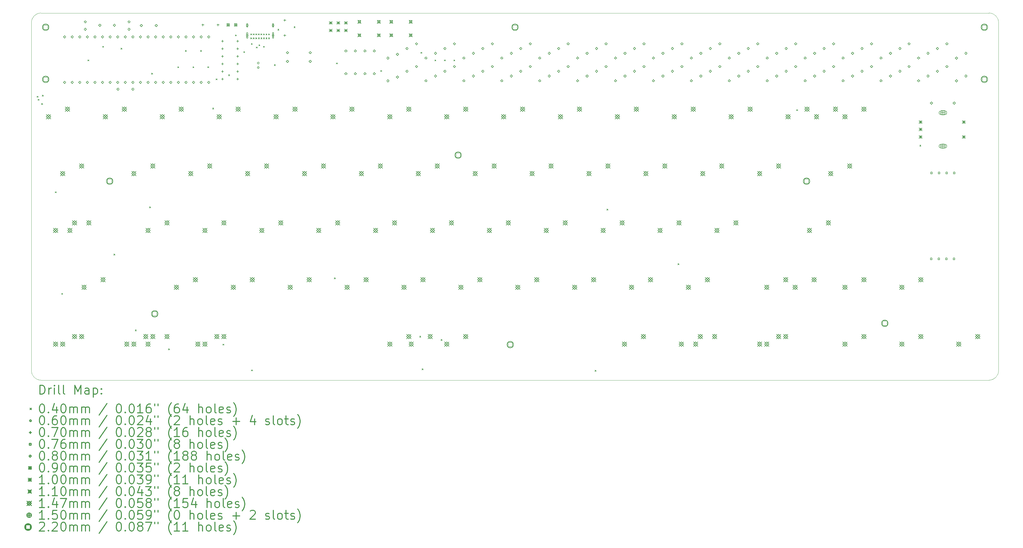
<source format=gbr>
%FSLAX45Y45*%
G04 Gerber Fmt 4.5, Leading zero omitted, Abs format (unit mm)*
G04 Created by KiCad (PCBNEW (5.1.6)-1) date 2022-07-12 00:57:49*
%MOMM*%
%LPD*%
G01*
G04 APERTURE LIST*
%TA.AperFunction,Profile*%
%ADD10C,0.050000*%
%TD*%
%ADD11C,0.200000*%
%ADD12C,0.300000*%
G04 APERTURE END LIST*
D10*
X3810000Y-24685625D02*
G75*
G02*
X3492500Y-24368125I0J317500D01*
G01*
X3492500Y-12700000D02*
G75*
G02*
X3810000Y-12382500I317500J0D01*
G01*
X35560000Y-12382500D02*
G75*
G02*
X35877500Y-12700000I0J-317500D01*
G01*
X35560000Y-12382500D02*
X3810000Y-12382500D01*
X35877500Y-24368125D02*
X35877500Y-12700000D01*
X35877500Y-24368125D02*
G75*
G02*
X35560000Y-24685625I-317500J0D01*
G01*
X3810000Y-24685625D02*
X35560000Y-24685625D01*
X3492500Y-24368125D02*
X3492500Y-12700000D01*
D11*
X3675700Y-15169200D02*
X3715700Y-15209200D01*
X3715700Y-15169200D02*
X3675700Y-15209200D01*
X3710625Y-15270800D02*
X3750625Y-15310800D01*
X3750625Y-15270800D02*
X3710625Y-15310800D01*
X3830471Y-15412871D02*
X3870471Y-15452871D01*
X3870471Y-15412871D02*
X3830471Y-15452871D01*
X3853500Y-15131100D02*
X3893500Y-15171100D01*
X3893500Y-15131100D02*
X3853500Y-15171100D01*
X4285300Y-18369600D02*
X4325300Y-18409600D01*
X4325300Y-18369600D02*
X4285300Y-18409600D01*
X4501200Y-21773200D02*
X4541200Y-21813200D01*
X4541200Y-21773200D02*
X4501200Y-21813200D01*
X5377500Y-13950000D02*
X5417500Y-13990000D01*
X5417500Y-13950000D02*
X5377500Y-13990000D01*
X5872800Y-13492800D02*
X5912800Y-13532800D01*
X5912800Y-13492800D02*
X5872800Y-13532800D01*
X6250625Y-20458750D02*
X6290625Y-20498750D01*
X6290625Y-20458750D02*
X6250625Y-20498750D01*
X6488750Y-13553125D02*
X6528750Y-13593125D01*
X6528750Y-13553125D02*
X6488750Y-13593125D01*
X6965000Y-22998750D02*
X7005000Y-23038750D01*
X7005000Y-22998750D02*
X6965000Y-23038750D01*
X7441250Y-18871250D02*
X7481250Y-18911250D01*
X7481250Y-18871250D02*
X7441250Y-18911250D01*
X7511100Y-14394500D02*
X7551100Y-14434500D01*
X7551100Y-14394500D02*
X7511100Y-14434500D01*
X8076250Y-23633750D02*
X8116250Y-23673750D01*
X8116250Y-23633750D02*
X8076250Y-23673750D01*
X8387400Y-14178600D02*
X8427400Y-14218600D01*
X8427400Y-14178600D02*
X8387400Y-14218600D01*
X8641400Y-13632500D02*
X8681400Y-13672500D01*
X8681400Y-13632500D02*
X8641400Y-13672500D01*
X8895400Y-14178600D02*
X8935400Y-14218600D01*
X8935400Y-14178600D02*
X8895400Y-14218600D01*
X9149400Y-13632500D02*
X9189400Y-13672500D01*
X9189400Y-13632500D02*
X9149400Y-13672500D01*
X9390700Y-14178600D02*
X9430700Y-14218600D01*
X9430700Y-14178600D02*
X9390700Y-14218600D01*
X9555800Y-15562900D02*
X9595800Y-15602900D01*
X9595800Y-15562900D02*
X9555800Y-15602900D01*
X9670100Y-14585000D02*
X9710100Y-14625000D01*
X9710100Y-14585000D02*
X9670100Y-14625000D01*
X9901875Y-23475000D02*
X9941875Y-23515000D01*
X9941875Y-23475000D02*
X9901875Y-23515000D01*
X10089200Y-14445300D02*
X10129200Y-14485300D01*
X10129200Y-14445300D02*
X10089200Y-14485300D01*
X10317800Y-13111800D02*
X10357800Y-13151800D01*
X10357800Y-13111800D02*
X10317800Y-13151800D01*
X10597200Y-13670600D02*
X10637200Y-13710600D01*
X10637200Y-13670600D02*
X10597200Y-13710600D01*
X10851200Y-13398704D02*
X10891200Y-13438704D01*
X10891200Y-13398704D02*
X10851200Y-13438704D01*
X10854375Y-24338600D02*
X10894375Y-24378600D01*
X10894375Y-24338600D02*
X10854375Y-24378600D01*
X11016300Y-13518200D02*
X11056300Y-13558200D01*
X11056300Y-13518200D02*
X11016300Y-13558200D01*
X11105200Y-13442000D02*
X11145200Y-13482000D01*
X11145200Y-13442000D02*
X11105200Y-13482000D01*
X11257600Y-13492800D02*
X11297600Y-13532800D01*
X11297600Y-13492800D02*
X11257600Y-13532800D01*
X11623360Y-14108750D02*
X11663360Y-14148750D01*
X11663360Y-14108750D02*
X11623360Y-14148750D01*
X11740200Y-12921300D02*
X11780200Y-12961300D01*
X11780200Y-12921300D02*
X11740200Y-12961300D01*
X12283125Y-12838750D02*
X12323125Y-12878750D01*
X12323125Y-12838750D02*
X12283125Y-12878750D01*
X13632500Y-21252500D02*
X13672500Y-21292500D01*
X13672500Y-21252500D02*
X13632500Y-21292500D01*
X13701080Y-14051600D02*
X13741080Y-14091600D01*
X13741080Y-14051600D02*
X13701080Y-14091600D01*
X15181900Y-14305600D02*
X15221900Y-14345600D01*
X15221900Y-14305600D02*
X15181900Y-14345600D01*
X16490000Y-23208300D02*
X16530000Y-23248300D01*
X16530000Y-23208300D02*
X16490000Y-23248300D01*
X16528100Y-13696000D02*
X16568100Y-13736000D01*
X16568100Y-13696000D02*
X16528100Y-13736000D01*
X16569375Y-24300500D02*
X16609375Y-24340500D01*
X16609375Y-24300500D02*
X16569375Y-24340500D01*
X16998000Y-13950000D02*
X17038000Y-13990000D01*
X17038000Y-13950000D02*
X16998000Y-13990000D01*
X17204375Y-23316250D02*
X17244375Y-23356250D01*
X17244375Y-23316250D02*
X17204375Y-23356250D01*
X17315500Y-13950000D02*
X17355500Y-13990000D01*
X17355500Y-13950000D02*
X17315500Y-13990000D01*
X17633000Y-13950000D02*
X17673000Y-13990000D01*
X17673000Y-13950000D02*
X17633000Y-13990000D01*
X22363750Y-24348125D02*
X22403750Y-24388125D01*
X22403750Y-24348125D02*
X22363750Y-24388125D01*
X22760625Y-18950625D02*
X22800625Y-18990625D01*
X22800625Y-18950625D02*
X22760625Y-18990625D01*
X25141875Y-20776250D02*
X25181875Y-20816250D01*
X25181875Y-20776250D02*
X25141875Y-20816250D01*
X29110625Y-15616875D02*
X29150625Y-15656875D01*
X29150625Y-15616875D02*
X29110625Y-15656875D01*
X33238125Y-16807500D02*
X33278125Y-16847500D01*
X33278125Y-16807500D02*
X33238125Y-16847500D01*
X10832600Y-13078125D02*
X10872600Y-13118125D01*
X10872600Y-13078125D02*
X10832600Y-13118125D01*
X10833100Y-13210625D02*
X10873100Y-13250625D01*
X10873100Y-13210625D02*
X10833100Y-13250625D01*
X10917600Y-13078125D02*
X10957600Y-13118125D01*
X10957600Y-13078125D02*
X10917600Y-13118125D01*
X10918100Y-13210625D02*
X10958100Y-13250625D01*
X10958100Y-13210625D02*
X10918100Y-13250625D01*
X11002600Y-13078125D02*
X11042600Y-13118125D01*
X11042600Y-13078125D02*
X11002600Y-13118125D01*
X11003100Y-13210625D02*
X11043100Y-13250625D01*
X11043100Y-13210625D02*
X11003100Y-13250625D01*
X11087600Y-13078125D02*
X11127600Y-13118125D01*
X11127600Y-13078125D02*
X11087600Y-13118125D01*
X11088100Y-13210625D02*
X11128100Y-13250625D01*
X11128100Y-13210625D02*
X11088100Y-13250625D01*
X11172600Y-13078125D02*
X11212600Y-13118125D01*
X11212600Y-13078125D02*
X11172600Y-13118125D01*
X11173100Y-13210625D02*
X11213100Y-13250625D01*
X11213100Y-13210625D02*
X11173100Y-13250625D01*
X11257600Y-13078125D02*
X11297600Y-13118125D01*
X11297600Y-13078125D02*
X11257600Y-13118125D01*
X11258100Y-13210625D02*
X11298100Y-13250625D01*
X11298100Y-13210625D02*
X11258100Y-13250625D01*
X11342600Y-13078125D02*
X11382600Y-13118125D01*
X11382600Y-13078125D02*
X11342600Y-13118125D01*
X11343100Y-13210625D02*
X11383100Y-13250625D01*
X11383100Y-13210625D02*
X11343100Y-13250625D01*
X11428100Y-13078125D02*
X11468100Y-13118125D01*
X11468100Y-13078125D02*
X11428100Y-13118125D01*
X11428100Y-13210625D02*
X11468100Y-13250625D01*
X11468100Y-13210625D02*
X11428100Y-13250625D01*
X11117100Y-14058125D02*
G75*
G03*
X11117100Y-14058125I-30000J0D01*
G01*
X11117100Y-14208125D02*
G75*
G03*
X11117100Y-14208125I-30000J0D01*
G01*
X10748100Y-12794625D02*
G75*
G03*
X10748100Y-12794625I-30000J0D01*
G01*
X10738100Y-12834625D02*
X10738100Y-12754625D01*
X10698100Y-12834625D02*
X10698100Y-12754625D01*
X10738100Y-12754625D02*
G75*
G03*
X10698100Y-12754625I-20000J0D01*
G01*
X10698100Y-12834625D02*
G75*
G03*
X10738100Y-12834625I20000J0D01*
G01*
X10748100Y-13132625D02*
G75*
G03*
X10748100Y-13132625I-30000J0D01*
G01*
X10738100Y-13207625D02*
X10738100Y-13057625D01*
X10698100Y-13207625D02*
X10698100Y-13057625D01*
X10738100Y-13057625D02*
G75*
G03*
X10698100Y-13057625I-20000J0D01*
G01*
X10698100Y-13207625D02*
G75*
G03*
X10738100Y-13207625I20000J0D01*
G01*
X11613100Y-12794625D02*
G75*
G03*
X11613100Y-12794625I-30000J0D01*
G01*
X11603100Y-12834625D02*
X11603100Y-12754625D01*
X11563100Y-12834625D02*
X11563100Y-12754625D01*
X11603100Y-12754625D02*
G75*
G03*
X11563100Y-12754625I-20000J0D01*
G01*
X11563100Y-12834625D02*
G75*
G03*
X11603100Y-12834625I20000J0D01*
G01*
X11613100Y-13132625D02*
G75*
G03*
X11613100Y-13132625I-30000J0D01*
G01*
X11603100Y-13207625D02*
X11603100Y-13057625D01*
X11563100Y-13207625D02*
X11563100Y-13057625D01*
X11603100Y-13057625D02*
G75*
G03*
X11563100Y-13057625I-20000J0D01*
G01*
X11563100Y-13207625D02*
G75*
G03*
X11603100Y-13207625I20000J0D01*
G01*
X9889358Y-14049706D02*
X9889358Y-14119706D01*
X9854358Y-14084706D02*
X9924358Y-14084706D01*
X10397358Y-14049706D02*
X10397358Y-14119706D01*
X10362358Y-14084706D02*
X10432358Y-14084706D01*
X9890125Y-13287300D02*
X9890125Y-13357300D01*
X9855125Y-13322300D02*
X9925125Y-13322300D01*
X10398125Y-13287300D02*
X10398125Y-13357300D01*
X10363125Y-13322300D02*
X10433125Y-13322300D01*
X9890125Y-13795300D02*
X9890125Y-13865300D01*
X9855125Y-13830300D02*
X9925125Y-13830300D01*
X10398125Y-13795300D02*
X10398125Y-13865300D01*
X10363125Y-13830300D02*
X10433125Y-13830300D01*
X9232900Y-12744375D02*
X9232900Y-12814375D01*
X9197900Y-12779375D02*
X9267900Y-12779375D01*
X9740900Y-12744375D02*
X9740900Y-12814375D01*
X9705900Y-12779375D02*
X9775900Y-12779375D01*
X11976100Y-12585625D02*
X11976100Y-12655625D01*
X11941100Y-12620625D02*
X12011100Y-12620625D01*
X11976100Y-13095625D02*
X11976100Y-13165625D01*
X11941100Y-13130625D02*
X12011100Y-13130625D01*
X9890125Y-14303300D02*
X9890125Y-14373300D01*
X9855125Y-14338300D02*
X9925125Y-14338300D01*
X10398125Y-14303300D02*
X10398125Y-14373300D01*
X10363125Y-14338300D02*
X10433125Y-14338300D01*
X9890125Y-14557300D02*
X9890125Y-14627300D01*
X9855125Y-14592300D02*
X9925125Y-14592300D01*
X10398125Y-14557300D02*
X10398125Y-14627300D01*
X10363125Y-14592300D02*
X10433125Y-14592300D01*
X9889973Y-13541879D02*
X9889973Y-13611879D01*
X9854973Y-13576879D02*
X9924973Y-13576879D01*
X10397973Y-13541879D02*
X10397973Y-13611879D01*
X10362973Y-13576879D02*
X10432973Y-13576879D01*
X33650191Y-20648566D02*
X33650191Y-20594684D01*
X33596309Y-20594684D01*
X33596309Y-20648566D01*
X33650191Y-20648566D01*
X33904191Y-20648566D02*
X33904191Y-20594684D01*
X33850309Y-20594684D01*
X33850309Y-20648566D01*
X33904191Y-20648566D01*
X34158191Y-20648566D02*
X34158191Y-20594684D01*
X34104309Y-20594684D01*
X34104309Y-20648566D01*
X34158191Y-20648566D01*
X34412191Y-20648566D02*
X34412191Y-20594684D01*
X34358309Y-20594684D01*
X34358309Y-20648566D01*
X34412191Y-20648566D01*
X33656541Y-17768841D02*
X33656541Y-17714959D01*
X33602659Y-17714959D01*
X33602659Y-17768841D01*
X33656541Y-17768841D01*
X33910541Y-17768841D02*
X33910541Y-17714959D01*
X33856659Y-17714959D01*
X33856659Y-17768841D01*
X33910541Y-17768841D01*
X34164541Y-17768841D02*
X34164541Y-17714959D01*
X34110659Y-17714959D01*
X34110659Y-17768841D01*
X34164541Y-17768841D01*
X34418541Y-17768841D02*
X34418541Y-17714959D01*
X34364659Y-17714959D01*
X34364659Y-17768841D01*
X34418541Y-17768841D01*
X21780500Y-13930625D02*
X21820500Y-13890625D01*
X21780500Y-13850625D01*
X21740500Y-13890625D01*
X21780500Y-13930625D01*
X21780500Y-14692625D02*
X21820500Y-14652625D01*
X21780500Y-14612625D01*
X21740500Y-14652625D01*
X21780500Y-14692625D01*
X5784530Y-12831440D02*
X5824530Y-12791440D01*
X5784530Y-12751440D01*
X5744530Y-12791440D01*
X5784530Y-12831440D01*
X6272530Y-12831440D02*
X6312530Y-12791440D01*
X6272530Y-12751440D01*
X6232530Y-12791440D01*
X6272530Y-12831440D01*
X27495500Y-13613125D02*
X27535500Y-13573125D01*
X27495500Y-13533125D01*
X27455500Y-13573125D01*
X27495500Y-13613125D01*
X27495500Y-14375125D02*
X27535500Y-14335125D01*
X27495500Y-14295125D01*
X27455500Y-14335125D01*
X27495500Y-14375125D01*
X20831175Y-13771875D02*
X20871175Y-13731875D01*
X20831175Y-13691875D01*
X20791175Y-13731875D01*
X20831175Y-13771875D01*
X20831175Y-14533875D02*
X20871175Y-14493875D01*
X20831175Y-14453875D01*
X20791175Y-14493875D01*
X20831175Y-14533875D01*
X17338675Y-13613125D02*
X17378675Y-13573125D01*
X17338675Y-13533125D01*
X17298675Y-13573125D01*
X17338675Y-13613125D01*
X17338675Y-14375125D02*
X17378675Y-14335125D01*
X17338675Y-14295125D01*
X17298675Y-14335125D01*
X17338675Y-14375125D01*
X31940500Y-13930625D02*
X31980500Y-13890625D01*
X31940500Y-13850625D01*
X31900500Y-13890625D01*
X31940500Y-13930625D01*
X31940500Y-14692625D02*
X31980500Y-14652625D01*
X31940500Y-14612625D01*
X31900500Y-14652625D01*
X31940500Y-14692625D01*
X14338300Y-13692500D02*
X14378300Y-13652500D01*
X14338300Y-13612500D01*
X14298300Y-13652500D01*
X14338300Y-13692500D01*
X14338300Y-14454500D02*
X14378300Y-14414500D01*
X14338300Y-14374500D01*
X14298300Y-14414500D01*
X14338300Y-14454500D01*
X33515300Y-13771875D02*
X33555300Y-13731875D01*
X33515300Y-13691875D01*
X33475300Y-13731875D01*
X33515300Y-13771875D01*
X33515300Y-14533875D02*
X33555300Y-14493875D01*
X33515300Y-14453875D01*
X33475300Y-14493875D01*
X33515300Y-14533875D01*
X26225500Y-13613125D02*
X26265500Y-13573125D01*
X26225500Y-13533125D01*
X26185500Y-13573125D01*
X26225500Y-13613125D01*
X26225500Y-14375125D02*
X26265500Y-14335125D01*
X26225500Y-14295125D01*
X26185500Y-14335125D01*
X26225500Y-14375125D01*
X16703675Y-13930625D02*
X16743675Y-13890625D01*
X16703675Y-13850625D01*
X16663675Y-13890625D01*
X16703675Y-13930625D01*
X16703675Y-14692625D02*
X16743675Y-14652625D01*
X16703675Y-14612625D01*
X16663675Y-14652625D01*
X16703675Y-14692625D01*
X14658975Y-13692500D02*
X14698975Y-13652500D01*
X14658975Y-13612500D01*
X14618975Y-13652500D01*
X14658975Y-13692500D01*
X14658975Y-14454500D02*
X14698975Y-14414500D01*
X14658975Y-14374500D01*
X14618975Y-14414500D01*
X14658975Y-14454500D01*
X17021175Y-13771875D02*
X17061175Y-13731875D01*
X17021175Y-13691875D01*
X16981175Y-13731875D01*
X17021175Y-13771875D01*
X17021175Y-14533875D02*
X17061175Y-14493875D01*
X17021175Y-14453875D01*
X16981175Y-14493875D01*
X17021175Y-14533875D01*
X15430500Y-13933800D02*
X15470500Y-13893800D01*
X15430500Y-13853800D01*
X15390500Y-13893800D01*
X15430500Y-13933800D01*
X15430500Y-14695800D02*
X15470500Y-14655800D01*
X15430500Y-14615800D01*
X15390500Y-14655800D01*
X15430500Y-14695800D01*
X25590500Y-13930625D02*
X25630500Y-13890625D01*
X25590500Y-13850625D01*
X25550500Y-13890625D01*
X25590500Y-13930625D01*
X25590500Y-14692625D02*
X25630500Y-14652625D01*
X25590500Y-14612625D01*
X25550500Y-14652625D01*
X25590500Y-14692625D01*
X29400500Y-13930625D02*
X29440500Y-13890625D01*
X29400500Y-13850625D01*
X29360500Y-13890625D01*
X29400500Y-13930625D01*
X29400500Y-14692625D02*
X29440500Y-14652625D01*
X29400500Y-14612625D01*
X29360500Y-14652625D01*
X29400500Y-14692625D01*
X22733000Y-13454375D02*
X22773000Y-13414375D01*
X22733000Y-13374375D01*
X22693000Y-13414375D01*
X22733000Y-13454375D01*
X22733000Y-14216375D02*
X22773000Y-14176375D01*
X22733000Y-14136375D01*
X22693000Y-14176375D01*
X22733000Y-14216375D01*
X16068675Y-13613125D02*
X16108675Y-13573125D01*
X16068675Y-13533125D01*
X16028675Y-13573125D01*
X16068675Y-13613125D01*
X16068675Y-14375125D02*
X16108675Y-14335125D01*
X16068675Y-14295125D01*
X16028675Y-14335125D01*
X16068675Y-14375125D01*
X6389750Y-14975200D02*
X6429750Y-14935200D01*
X6389750Y-14895200D01*
X6349750Y-14935200D01*
X6389750Y-14975200D01*
X6889750Y-14975200D02*
X6929750Y-14935200D01*
X6889750Y-14895200D01*
X6849750Y-14935200D01*
X6889750Y-14975200D01*
X32880300Y-13454375D02*
X32920300Y-13414375D01*
X32880300Y-13374375D01*
X32840300Y-13414375D01*
X32880300Y-13454375D01*
X32880300Y-14216375D02*
X32920300Y-14176375D01*
X32880300Y-14136375D01*
X32840300Y-14176375D01*
X32880300Y-14216375D01*
X14973300Y-13692500D02*
X15013300Y-13652500D01*
X14973300Y-13612500D01*
X14933300Y-13652500D01*
X14973300Y-13692500D01*
X14973300Y-14454500D02*
X15013300Y-14414500D01*
X14973300Y-14374500D01*
X14933300Y-14414500D01*
X14973300Y-14454500D01*
X19243675Y-13930625D02*
X19283675Y-13890625D01*
X19243675Y-13850625D01*
X19203675Y-13890625D01*
X19243675Y-13930625D01*
X19243675Y-14692625D02*
X19283675Y-14652625D01*
X19243675Y-14612625D01*
X19203675Y-14652625D01*
X19243675Y-14692625D01*
X17973675Y-13930625D02*
X18013675Y-13890625D01*
X17973675Y-13850625D01*
X17933675Y-13890625D01*
X17973675Y-13930625D01*
X17973675Y-14692625D02*
X18013675Y-14652625D01*
X17973675Y-14612625D01*
X17933675Y-14652625D01*
X17973675Y-14692625D01*
X28448000Y-13771875D02*
X28488000Y-13731875D01*
X28448000Y-13691875D01*
X28408000Y-13731875D01*
X28448000Y-13771875D01*
X28448000Y-14533875D02*
X28488000Y-14493875D01*
X28448000Y-14453875D01*
X28408000Y-14493875D01*
X28448000Y-14533875D01*
X26860500Y-13930625D02*
X26900500Y-13890625D01*
X26860500Y-13850625D01*
X26820500Y-13890625D01*
X26860500Y-13930625D01*
X26860500Y-14692625D02*
X26900500Y-14652625D01*
X26860500Y-14612625D01*
X26820500Y-14652625D01*
X26860500Y-14692625D01*
X18926175Y-13454375D02*
X18966175Y-13414375D01*
X18926175Y-13374375D01*
X18886175Y-13414375D01*
X18926175Y-13454375D01*
X18926175Y-14216375D02*
X18966175Y-14176375D01*
X18926175Y-14136375D01*
X18886175Y-14176375D01*
X18926175Y-14216375D01*
X26543000Y-13454375D02*
X26583000Y-13414375D01*
X26543000Y-13374375D01*
X26503000Y-13414375D01*
X26543000Y-13454375D01*
X26543000Y-14216375D02*
X26583000Y-14176375D01*
X26543000Y-14136375D01*
X26503000Y-14176375D01*
X26543000Y-14216375D01*
X18291175Y-13771875D02*
X18331175Y-13731875D01*
X18291175Y-13691875D01*
X18251175Y-13731875D01*
X18291175Y-13771875D01*
X18291175Y-14533875D02*
X18331175Y-14493875D01*
X18291175Y-14453875D01*
X18251175Y-14493875D01*
X18291175Y-14533875D01*
X24320500Y-13930625D02*
X24360500Y-13890625D01*
X24320500Y-13850625D01*
X24280500Y-13890625D01*
X24320500Y-13930625D01*
X24320500Y-14692625D02*
X24360500Y-14652625D01*
X24320500Y-14612625D01*
X24280500Y-14652625D01*
X24320500Y-14692625D01*
X31623000Y-13454375D02*
X31663000Y-13414375D01*
X31623000Y-13374375D01*
X31583000Y-13414375D01*
X31623000Y-13454375D01*
X31623000Y-14216375D02*
X31663000Y-14176375D01*
X31623000Y-14136375D01*
X31583000Y-14176375D01*
X31623000Y-14216375D01*
X25908000Y-13771875D02*
X25948000Y-13731875D01*
X25908000Y-13691875D01*
X25868000Y-13731875D01*
X25908000Y-13771875D01*
X25908000Y-14533875D02*
X25948000Y-14493875D01*
X25908000Y-14453875D01*
X25868000Y-14493875D01*
X25908000Y-14533875D01*
X4603887Y-13220678D02*
X4643887Y-13180678D01*
X4603887Y-13140678D01*
X4563887Y-13180678D01*
X4603887Y-13220678D01*
X4603887Y-14744678D02*
X4643887Y-14704678D01*
X4603887Y-14664678D01*
X4563887Y-14704678D01*
X4603887Y-14744678D01*
X4857887Y-13220678D02*
X4897887Y-13180678D01*
X4857887Y-13140678D01*
X4817887Y-13180678D01*
X4857887Y-13220678D01*
X4857887Y-14744678D02*
X4897887Y-14704678D01*
X4857887Y-14664678D01*
X4817887Y-14704678D01*
X4857887Y-14744678D01*
X5111887Y-13220678D02*
X5151887Y-13180678D01*
X5111887Y-13140678D01*
X5071887Y-13180678D01*
X5111887Y-13220678D01*
X5111887Y-14744678D02*
X5151887Y-14704678D01*
X5111887Y-14664678D01*
X5071887Y-14704678D01*
X5111887Y-14744678D01*
X5365887Y-13220678D02*
X5405887Y-13180678D01*
X5365887Y-13140678D01*
X5325887Y-13180678D01*
X5365887Y-13220678D01*
X5365887Y-14744678D02*
X5405887Y-14704678D01*
X5365887Y-14664678D01*
X5325887Y-14704678D01*
X5365887Y-14744678D01*
X5619886Y-13220678D02*
X5659886Y-13180678D01*
X5619886Y-13140678D01*
X5579887Y-13180678D01*
X5619886Y-13220678D01*
X5619886Y-14744678D02*
X5659886Y-14704678D01*
X5619886Y-14664678D01*
X5579887Y-14704678D01*
X5619886Y-14744678D01*
X5873886Y-13220678D02*
X5913886Y-13180678D01*
X5873886Y-13140678D01*
X5833886Y-13180678D01*
X5873886Y-13220678D01*
X5873886Y-14744678D02*
X5913886Y-14704678D01*
X5873886Y-14664678D01*
X5833886Y-14704678D01*
X5873886Y-14744678D01*
X6127886Y-13220678D02*
X6167886Y-13180678D01*
X6127886Y-13140678D01*
X6087886Y-13180678D01*
X6127886Y-13220678D01*
X6127886Y-14744678D02*
X6167886Y-14704678D01*
X6127886Y-14664678D01*
X6087886Y-14704678D01*
X6127886Y-14744678D01*
X6381886Y-13220678D02*
X6421886Y-13180678D01*
X6381886Y-13140678D01*
X6341886Y-13180678D01*
X6381886Y-13220678D01*
X6381886Y-14744678D02*
X6421886Y-14704678D01*
X6381886Y-14664678D01*
X6341886Y-14704678D01*
X6381886Y-14744678D01*
X6635886Y-13220678D02*
X6675886Y-13180678D01*
X6635886Y-13140678D01*
X6595886Y-13180678D01*
X6635886Y-13220678D01*
X6635886Y-14744678D02*
X6675886Y-14704678D01*
X6635886Y-14664678D01*
X6595886Y-14704678D01*
X6635886Y-14744678D01*
X6889886Y-13220678D02*
X6929886Y-13180678D01*
X6889886Y-13140678D01*
X6849886Y-13180678D01*
X6889886Y-13220678D01*
X6889886Y-14744678D02*
X6929886Y-14704678D01*
X6889886Y-14664678D01*
X6849886Y-14704678D01*
X6889886Y-14744678D01*
X7143886Y-13220678D02*
X7183886Y-13180678D01*
X7143886Y-13140678D01*
X7103886Y-13180678D01*
X7143886Y-13220678D01*
X7143886Y-14744678D02*
X7183886Y-14704678D01*
X7143886Y-14664678D01*
X7103886Y-14704678D01*
X7143886Y-14744678D01*
X7397886Y-13220678D02*
X7437886Y-13180678D01*
X7397886Y-13140678D01*
X7357886Y-13180678D01*
X7397886Y-13220678D01*
X7397886Y-14744678D02*
X7437886Y-14704678D01*
X7397886Y-14664678D01*
X7357886Y-14704678D01*
X7397886Y-14744678D01*
X7651886Y-13220678D02*
X7691886Y-13180678D01*
X7651886Y-13140678D01*
X7611886Y-13180678D01*
X7651886Y-13220678D01*
X7651886Y-14744678D02*
X7691886Y-14704678D01*
X7651886Y-14664678D01*
X7611886Y-14704678D01*
X7651886Y-14744678D01*
X7905886Y-13220678D02*
X7945886Y-13180678D01*
X7905886Y-13140678D01*
X7865886Y-13180678D01*
X7905886Y-13220678D01*
X7905886Y-14744678D02*
X7945886Y-14704678D01*
X7905886Y-14664678D01*
X7865886Y-14704678D01*
X7905886Y-14744678D01*
X8159886Y-13220678D02*
X8199886Y-13180678D01*
X8159886Y-13140678D01*
X8119886Y-13180678D01*
X8159886Y-13220678D01*
X8159886Y-14744678D02*
X8199886Y-14704678D01*
X8159886Y-14664678D01*
X8119886Y-14704678D01*
X8159886Y-14744678D01*
X8413887Y-13220678D02*
X8453887Y-13180678D01*
X8413887Y-13140678D01*
X8373886Y-13180678D01*
X8413887Y-13220678D01*
X8413887Y-14744678D02*
X8453887Y-14704678D01*
X8413887Y-14664678D01*
X8373886Y-14704678D01*
X8413887Y-14744678D01*
X8667887Y-13220678D02*
X8707887Y-13180678D01*
X8667887Y-13140678D01*
X8627887Y-13180678D01*
X8667887Y-13220678D01*
X8667887Y-14744678D02*
X8707887Y-14704678D01*
X8667887Y-14664678D01*
X8627887Y-14704678D01*
X8667887Y-14744678D01*
X8921887Y-13220678D02*
X8961887Y-13180678D01*
X8921887Y-13140678D01*
X8881887Y-13180678D01*
X8921887Y-13220678D01*
X8921887Y-14744678D02*
X8961887Y-14704678D01*
X8921887Y-14664678D01*
X8881887Y-14704678D01*
X8921887Y-14744678D01*
X9175887Y-13220678D02*
X9215887Y-13180678D01*
X9175887Y-13140678D01*
X9135887Y-13180678D01*
X9175887Y-13220678D01*
X9175887Y-14744678D02*
X9215887Y-14704678D01*
X9175887Y-14664678D01*
X9135887Y-14704678D01*
X9175887Y-14744678D01*
X9429887Y-13220678D02*
X9469887Y-13180678D01*
X9429887Y-13140678D01*
X9389887Y-13180678D01*
X9429887Y-13220678D01*
X9429887Y-14744678D02*
X9469887Y-14704678D01*
X9429887Y-14664678D01*
X9389887Y-14704678D01*
X9429887Y-14744678D01*
X7170800Y-12841600D02*
X7210800Y-12801600D01*
X7170800Y-12761600D01*
X7130800Y-12801600D01*
X7170800Y-12841600D01*
X7670800Y-12841600D02*
X7710800Y-12801600D01*
X7670800Y-12761600D01*
X7630800Y-12801600D01*
X7670800Y-12841600D01*
X12065000Y-13749650D02*
X12105000Y-13709650D01*
X12065000Y-13669650D01*
X12025000Y-13709650D01*
X12065000Y-13749650D01*
X12827000Y-13749650D02*
X12867000Y-13709650D01*
X12827000Y-13669650D01*
X12787000Y-13709650D01*
X12827000Y-13749650D01*
X18608675Y-13613125D02*
X18648675Y-13573125D01*
X18608675Y-13533125D01*
X18568675Y-13573125D01*
X18608675Y-13613125D01*
X18608675Y-14375125D02*
X18648675Y-14335125D01*
X18608675Y-14295125D01*
X18568675Y-14335125D01*
X18608675Y-14375125D01*
X28765500Y-13613125D02*
X28805500Y-13573125D01*
X28765500Y-13533125D01*
X28725500Y-13573125D01*
X28765500Y-13613125D01*
X28765500Y-14375125D02*
X28805500Y-14335125D01*
X28765500Y-14295125D01*
X28725500Y-14335125D01*
X28765500Y-14375125D01*
X34147125Y-13454375D02*
X34187125Y-13414375D01*
X34147125Y-13374375D01*
X34107125Y-13414375D01*
X34147125Y-13454375D01*
X34147125Y-14216375D02*
X34187125Y-14176375D01*
X34147125Y-14136375D01*
X34107125Y-14176375D01*
X34147125Y-14216375D01*
X17656175Y-13454375D02*
X17696175Y-13414375D01*
X17656175Y-13374375D01*
X17616175Y-13414375D01*
X17656175Y-13454375D01*
X17656175Y-14216375D02*
X17696175Y-14176375D01*
X17656175Y-14136375D01*
X17616175Y-14176375D01*
X17656175Y-14216375D01*
X34467800Y-13933800D02*
X34507800Y-13893800D01*
X34467800Y-13853800D01*
X34427800Y-13893800D01*
X34467800Y-13933800D01*
X34467800Y-14695800D02*
X34507800Y-14655800D01*
X34467800Y-14615800D01*
X34427800Y-14655800D01*
X34467800Y-14695800D01*
X19561175Y-13771875D02*
X19601175Y-13731875D01*
X19561175Y-13691875D01*
X19521175Y-13731875D01*
X19561175Y-13771875D01*
X19561175Y-14533875D02*
X19601175Y-14493875D01*
X19561175Y-14453875D01*
X19521175Y-14493875D01*
X19561175Y-14533875D01*
X5294630Y-12717775D02*
X5334630Y-12677775D01*
X5294630Y-12637775D01*
X5254630Y-12677775D01*
X5294630Y-12717775D01*
X5294630Y-12967775D02*
X5334630Y-12927775D01*
X5294630Y-12887775D01*
X5254630Y-12927775D01*
X5294630Y-12967775D01*
X24003000Y-13454375D02*
X24043000Y-13414375D01*
X24003000Y-13374375D01*
X23963000Y-13414375D01*
X24003000Y-13454375D01*
X24003000Y-14216375D02*
X24043000Y-14176375D01*
X24003000Y-14136375D01*
X23963000Y-14176375D01*
X24003000Y-14216375D01*
X19878675Y-13613125D02*
X19918675Y-13573125D01*
X19878675Y-13533125D01*
X19838675Y-13573125D01*
X19878675Y-13613125D01*
X19878675Y-14375125D02*
X19918675Y-14335125D01*
X19878675Y-14295125D01*
X19838675Y-14335125D01*
X19878675Y-14375125D01*
X20513675Y-13930625D02*
X20553675Y-13890625D01*
X20513675Y-13850625D01*
X20473675Y-13890625D01*
X20513675Y-13930625D01*
X20513675Y-14692625D02*
X20553675Y-14652625D01*
X20513675Y-14612625D01*
X20473675Y-14652625D01*
X20513675Y-14692625D01*
X6760210Y-12717775D02*
X6800210Y-12677775D01*
X6760210Y-12637775D01*
X6720210Y-12677775D01*
X6760210Y-12717775D01*
X6760210Y-12967775D02*
X6800210Y-12927775D01*
X6760210Y-12887775D01*
X6720210Y-12927775D01*
X6760210Y-12967775D01*
X33629600Y-15441925D02*
X33669600Y-15401925D01*
X33629600Y-15361925D01*
X33589600Y-15401925D01*
X33629600Y-15441925D01*
X34391600Y-15441925D02*
X34431600Y-15401925D01*
X34391600Y-15361925D01*
X34351600Y-15401925D01*
X34391600Y-15441925D01*
X24638000Y-13771875D02*
X24678000Y-13731875D01*
X24638000Y-13691875D01*
X24598000Y-13731875D01*
X24638000Y-13771875D01*
X24638000Y-14533875D02*
X24678000Y-14493875D01*
X24638000Y-14453875D01*
X24598000Y-14493875D01*
X24638000Y-14533875D01*
X21148675Y-13613125D02*
X21188675Y-13573125D01*
X21148675Y-13533125D01*
X21108675Y-13573125D01*
X21148675Y-13613125D01*
X21148675Y-14375125D02*
X21188675Y-14335125D01*
X21148675Y-14295125D01*
X21108675Y-14335125D01*
X21148675Y-14375125D01*
X20196175Y-13454375D02*
X20236175Y-13414375D01*
X20196175Y-13374375D01*
X20156175Y-13414375D01*
X20196175Y-13454375D01*
X20196175Y-14216375D02*
X20236175Y-14176375D01*
X20196175Y-14136375D01*
X20156175Y-14176375D01*
X20196175Y-14216375D01*
X33197800Y-13930625D02*
X33237800Y-13890625D01*
X33197800Y-13850625D01*
X33157800Y-13890625D01*
X33197800Y-13930625D01*
X33197800Y-14692625D02*
X33237800Y-14652625D01*
X33197800Y-14612625D01*
X33157800Y-14652625D01*
X33197800Y-14692625D01*
X15748000Y-13806800D02*
X15788000Y-13766800D01*
X15748000Y-13726800D01*
X15708000Y-13766800D01*
X15748000Y-13806800D01*
X15748000Y-14568800D02*
X15788000Y-14528800D01*
X15748000Y-14488800D01*
X15708000Y-14528800D01*
X15748000Y-14568800D01*
X27813000Y-13454375D02*
X27853000Y-13414375D01*
X27813000Y-13374375D01*
X27773000Y-13414375D01*
X27813000Y-13454375D01*
X27813000Y-14216375D02*
X27853000Y-14176375D01*
X27813000Y-14136375D01*
X27773000Y-14176375D01*
X27813000Y-14216375D01*
X27178000Y-13771875D02*
X27218000Y-13731875D01*
X27178000Y-13691875D01*
X27138000Y-13731875D01*
X27178000Y-13771875D01*
X27178000Y-14533875D02*
X27218000Y-14493875D01*
X27178000Y-14453875D01*
X27138000Y-14493875D01*
X27178000Y-14533875D01*
X16386175Y-13454375D02*
X16426175Y-13414375D01*
X16386175Y-13374375D01*
X16346175Y-13414375D01*
X16386175Y-13454375D01*
X16386175Y-14216375D02*
X16426175Y-14176375D01*
X16386175Y-14136375D01*
X16346175Y-14176375D01*
X16386175Y-14216375D01*
X29083000Y-13454375D02*
X29123000Y-13414375D01*
X29083000Y-13374375D01*
X29043000Y-13414375D01*
X29083000Y-13454375D01*
X29083000Y-14216375D02*
X29123000Y-14176375D01*
X29083000Y-14136375D01*
X29043000Y-14176375D01*
X29083000Y-14216375D01*
X29718000Y-13771875D02*
X29758000Y-13731875D01*
X29718000Y-13691875D01*
X29678000Y-13731875D01*
X29718000Y-13771875D01*
X29718000Y-14533875D02*
X29758000Y-14493875D01*
X29718000Y-14453875D01*
X29678000Y-14493875D01*
X29718000Y-14533875D01*
X14020800Y-13692500D02*
X14060800Y-13652500D01*
X14020800Y-13612500D01*
X13980800Y-13652500D01*
X14020800Y-13692500D01*
X14020800Y-14454500D02*
X14060800Y-14414500D01*
X14020800Y-14374500D01*
X13980800Y-14414500D01*
X14020800Y-14454500D01*
X12065000Y-14044925D02*
X12105000Y-14004925D01*
X12065000Y-13964925D01*
X12025000Y-14004925D01*
X12065000Y-14044925D01*
X12827000Y-14044925D02*
X12867000Y-14004925D01*
X12827000Y-13964925D01*
X12787000Y-14004925D01*
X12827000Y-14044925D01*
X23685500Y-13613125D02*
X23725500Y-13573125D01*
X23685500Y-13533125D01*
X23645500Y-13573125D01*
X23685500Y-13613125D01*
X23685500Y-14375125D02*
X23725500Y-14335125D01*
X23685500Y-14295125D01*
X23645500Y-14335125D01*
X23685500Y-14375125D01*
X22415500Y-13613125D02*
X22455500Y-13573125D01*
X22415500Y-13533125D01*
X22375500Y-13573125D01*
X22415500Y-13613125D01*
X22415500Y-14375125D02*
X22455500Y-14335125D01*
X22415500Y-14295125D01*
X22375500Y-14335125D01*
X22415500Y-14375125D01*
X28130500Y-13930625D02*
X28170500Y-13890625D01*
X28130500Y-13850625D01*
X28090500Y-13890625D01*
X28130500Y-13930625D01*
X28130500Y-14692625D02*
X28170500Y-14652625D01*
X28130500Y-14612625D01*
X28090500Y-14652625D01*
X28130500Y-14692625D01*
X30353000Y-13454375D02*
X30393000Y-13414375D01*
X30353000Y-13374375D01*
X30313000Y-13414375D01*
X30353000Y-13454375D01*
X30353000Y-14216375D02*
X30393000Y-14176375D01*
X30353000Y-14136375D01*
X30313000Y-14176375D01*
X30353000Y-14216375D01*
X30035500Y-13613125D02*
X30075500Y-13573125D01*
X30035500Y-13533125D01*
X29995500Y-13573125D01*
X30035500Y-13613125D01*
X30035500Y-14375125D02*
X30075500Y-14335125D01*
X30035500Y-14295125D01*
X29995500Y-14335125D01*
X30035500Y-14375125D01*
X33829625Y-13613125D02*
X33869625Y-13573125D01*
X33829625Y-13533125D01*
X33789625Y-13573125D01*
X33829625Y-13613125D01*
X33829625Y-14375125D02*
X33869625Y-14335125D01*
X33829625Y-14295125D01*
X33789625Y-14335125D01*
X33829625Y-14375125D01*
X21463000Y-13454375D02*
X21503000Y-13414375D01*
X21463000Y-13374375D01*
X21423000Y-13414375D01*
X21463000Y-13454375D01*
X21463000Y-14216375D02*
X21503000Y-14176375D01*
X21463000Y-14136375D01*
X21423000Y-14176375D01*
X21463000Y-14216375D01*
X34785300Y-13771875D02*
X34825300Y-13731875D01*
X34785300Y-13691875D01*
X34745300Y-13731875D01*
X34785300Y-13771875D01*
X34785300Y-14533875D02*
X34825300Y-14493875D01*
X34785300Y-14453875D01*
X34745300Y-14493875D01*
X34785300Y-14533875D01*
X30988000Y-13771875D02*
X31028000Y-13731875D01*
X30988000Y-13691875D01*
X30948000Y-13731875D01*
X30988000Y-13771875D01*
X30988000Y-14533875D02*
X31028000Y-14493875D01*
X30988000Y-14453875D01*
X30948000Y-14493875D01*
X30988000Y-14533875D01*
X24955500Y-13613125D02*
X24995500Y-13573125D01*
X24955500Y-13533125D01*
X24915500Y-13573125D01*
X24955500Y-13613125D01*
X24955500Y-14375125D02*
X24995500Y-14335125D01*
X24955500Y-14295125D01*
X24915500Y-14335125D01*
X24955500Y-14375125D01*
X23368000Y-13771875D02*
X23408000Y-13731875D01*
X23368000Y-13691875D01*
X23328000Y-13731875D01*
X23368000Y-13771875D01*
X23368000Y-14533875D02*
X23408000Y-14493875D01*
X23368000Y-14453875D01*
X23328000Y-14493875D01*
X23368000Y-14533875D01*
X31305500Y-13613125D02*
X31345500Y-13573125D01*
X31305500Y-13533125D01*
X31265500Y-13573125D01*
X31305500Y-13613125D01*
X31305500Y-14375125D02*
X31345500Y-14335125D01*
X31305500Y-14295125D01*
X31265500Y-14335125D01*
X31305500Y-14375125D01*
X25273000Y-13454375D02*
X25313000Y-13414375D01*
X25273000Y-13374375D01*
X25233000Y-13414375D01*
X25273000Y-13454375D01*
X25273000Y-14216375D02*
X25313000Y-14176375D01*
X25273000Y-14136375D01*
X25233000Y-14176375D01*
X25273000Y-14216375D01*
X30670500Y-13930625D02*
X30710500Y-13890625D01*
X30670500Y-13850625D01*
X30630500Y-13890625D01*
X30670500Y-13930625D01*
X30670500Y-14692625D02*
X30710500Y-14652625D01*
X30670500Y-14612625D01*
X30630500Y-14652625D01*
X30670500Y-14692625D01*
X32258000Y-13771875D02*
X32298000Y-13731875D01*
X32258000Y-13691875D01*
X32218000Y-13731875D01*
X32258000Y-13771875D01*
X32258000Y-14533875D02*
X32298000Y-14493875D01*
X32258000Y-14453875D01*
X32218000Y-14493875D01*
X32258000Y-14533875D01*
X22098000Y-13771875D02*
X22138000Y-13731875D01*
X22098000Y-13691875D01*
X22058000Y-13731875D01*
X22098000Y-13771875D01*
X22098000Y-14533875D02*
X22138000Y-14493875D01*
X22098000Y-14453875D01*
X22058000Y-14493875D01*
X22098000Y-14533875D01*
X23050500Y-13930625D02*
X23090500Y-13890625D01*
X23050500Y-13850625D01*
X23010500Y-13890625D01*
X23050500Y-13930625D01*
X23050500Y-14692625D02*
X23090500Y-14652625D01*
X23050500Y-14612625D01*
X23010500Y-14652625D01*
X23050500Y-14692625D01*
X32575500Y-13613125D02*
X32615500Y-13573125D01*
X32575500Y-13533125D01*
X32535500Y-13573125D01*
X32575500Y-13613125D01*
X32575500Y-14375125D02*
X32615500Y-14335125D01*
X32575500Y-14295125D01*
X32535500Y-14335125D01*
X32575500Y-14375125D01*
X10035625Y-12734375D02*
X10125625Y-12824375D01*
X10125625Y-12734375D02*
X10035625Y-12824375D01*
X10125625Y-12779375D02*
G75*
G03*
X10125625Y-12779375I-45000J0D01*
G01*
X10289625Y-12734375D02*
X10379625Y-12824375D01*
X10379625Y-12734375D02*
X10289625Y-12824375D01*
X10379625Y-12779375D02*
G75*
G03*
X10379625Y-12779375I-45000J0D01*
G01*
X33213775Y-15983750D02*
X33313775Y-16083750D01*
X33313775Y-15983750D02*
X33213775Y-16083750D01*
X33263775Y-15983750D02*
X33263775Y-16083750D01*
X33213775Y-16033750D02*
X33313775Y-16033750D01*
X33213775Y-16233750D02*
X33313775Y-16333750D01*
X33313775Y-16233750D02*
X33213775Y-16333750D01*
X33263775Y-16233750D02*
X33263775Y-16333750D01*
X33213775Y-16283750D02*
X33313775Y-16283750D01*
X33213775Y-16483750D02*
X33313775Y-16583750D01*
X33313775Y-16483750D02*
X33213775Y-16583750D01*
X33263775Y-16483750D02*
X33263775Y-16583750D01*
X33213775Y-16533750D02*
X33313775Y-16533750D01*
X34663775Y-15983750D02*
X34763775Y-16083750D01*
X34763775Y-15983750D02*
X34663775Y-16083750D01*
X34713775Y-15983750D02*
X34713775Y-16083750D01*
X34663775Y-16033750D02*
X34763775Y-16033750D01*
X34663775Y-16483750D02*
X34763775Y-16583750D01*
X34763775Y-16483750D02*
X34663775Y-16583750D01*
X34713775Y-16483750D02*
X34713775Y-16583750D01*
X34663775Y-16533750D02*
X34763775Y-16533750D01*
X13462800Y-12662700D02*
X13562800Y-12762700D01*
X13562800Y-12662700D02*
X13462800Y-12762700D01*
X13512800Y-12662700D02*
X13512800Y-12762700D01*
X13462800Y-12712700D02*
X13562800Y-12712700D01*
X13462800Y-12916700D02*
X13562800Y-13016700D01*
X13562800Y-12916700D02*
X13462800Y-13016700D01*
X13512800Y-12916700D02*
X13512800Y-13016700D01*
X13462800Y-12966700D02*
X13562800Y-12966700D01*
X13716800Y-12662700D02*
X13816800Y-12762700D01*
X13816800Y-12662700D02*
X13716800Y-12762700D01*
X13766800Y-12662700D02*
X13766800Y-12762700D01*
X13716800Y-12712700D02*
X13816800Y-12712700D01*
X13716800Y-12916700D02*
X13816800Y-13016700D01*
X13816800Y-12916700D02*
X13716800Y-13016700D01*
X13766800Y-12916700D02*
X13766800Y-13016700D01*
X13716800Y-12966700D02*
X13816800Y-12966700D01*
X13970800Y-12662700D02*
X14070800Y-12762700D01*
X14070800Y-12662700D02*
X13970800Y-12762700D01*
X14020800Y-12662700D02*
X14020800Y-12762700D01*
X13970800Y-12712700D02*
X14070800Y-12712700D01*
X13970800Y-12916700D02*
X14070800Y-13016700D01*
X14070800Y-12916700D02*
X13970800Y-13016700D01*
X14020800Y-12916700D02*
X14020800Y-13016700D01*
X13970800Y-12966700D02*
X14070800Y-12966700D01*
X15487500Y-12619600D02*
X15597500Y-12729600D01*
X15597500Y-12619600D02*
X15487500Y-12729600D01*
X15581391Y-12713491D02*
X15581391Y-12635709D01*
X15503609Y-12635709D01*
X15503609Y-12713491D01*
X15581391Y-12713491D01*
X15487500Y-13069600D02*
X15597500Y-13179600D01*
X15597500Y-13069600D02*
X15487500Y-13179600D01*
X15581391Y-13163491D02*
X15581391Y-13085709D01*
X15503609Y-13085709D01*
X15503609Y-13163491D01*
X15581391Y-13163491D01*
X16137500Y-12619600D02*
X16247500Y-12729600D01*
X16247500Y-12619600D02*
X16137500Y-12729600D01*
X16231391Y-12713491D02*
X16231391Y-12635709D01*
X16153609Y-12635709D01*
X16153609Y-12713491D01*
X16231391Y-12713491D01*
X16137500Y-13069600D02*
X16247500Y-13179600D01*
X16247500Y-13069600D02*
X16137500Y-13179600D01*
X16231391Y-13163491D02*
X16231391Y-13085709D01*
X16153609Y-13085709D01*
X16153609Y-13163491D01*
X16231391Y-13163491D01*
X14423000Y-12619600D02*
X14533000Y-12729600D01*
X14533000Y-12619600D02*
X14423000Y-12729600D01*
X14516891Y-12713491D02*
X14516891Y-12635709D01*
X14439109Y-12635709D01*
X14439109Y-12713491D01*
X14516891Y-12713491D01*
X14423000Y-13069600D02*
X14533000Y-13179600D01*
X14533000Y-13069600D02*
X14423000Y-13179600D01*
X14516891Y-13163491D02*
X14516891Y-13085709D01*
X14439109Y-13085709D01*
X14439109Y-13163491D01*
X14516891Y-13163491D01*
X15073000Y-12619600D02*
X15183000Y-12729600D01*
X15183000Y-12619600D02*
X15073000Y-12729600D01*
X15166891Y-12713491D02*
X15166891Y-12635709D01*
X15089109Y-12635709D01*
X15089109Y-12713491D01*
X15166891Y-12713491D01*
X15073000Y-13069600D02*
X15183000Y-13179600D01*
X15183000Y-13069600D02*
X15073000Y-13179600D01*
X15166891Y-13163491D02*
X15166891Y-13085709D01*
X15089109Y-13085709D01*
X15089109Y-13163491D01*
X15166891Y-13163491D01*
X9229250Y-19595625D02*
X9376250Y-19742625D01*
X9376250Y-19595625D02*
X9229250Y-19742625D01*
X9302750Y-19742625D02*
X9376250Y-19669125D01*
X9302750Y-19595625D01*
X9229250Y-19669125D01*
X9302750Y-19742625D01*
X9864250Y-19341625D02*
X10011250Y-19488625D01*
X10011250Y-19341625D02*
X9864250Y-19488625D01*
X9937750Y-19488625D02*
X10011250Y-19415125D01*
X9937750Y-19341625D01*
X9864250Y-19415125D01*
X9937750Y-19488625D01*
X14468000Y-17690625D02*
X14615000Y-17837625D01*
X14615000Y-17690625D02*
X14468000Y-17837625D01*
X14541500Y-17837625D02*
X14615000Y-17764125D01*
X14541500Y-17690625D01*
X14468000Y-17764125D01*
X14541500Y-17837625D01*
X15103000Y-17436625D02*
X15250000Y-17583625D01*
X15250000Y-17436625D02*
X15103000Y-17583625D01*
X15176500Y-17583625D02*
X15250000Y-17510125D01*
X15176500Y-17436625D01*
X15103000Y-17510125D01*
X15176500Y-17583625D01*
X11610500Y-15785625D02*
X11757500Y-15932625D01*
X11757500Y-15785625D02*
X11610500Y-15932625D01*
X11684000Y-15932625D02*
X11757500Y-15859125D01*
X11684000Y-15785625D01*
X11610500Y-15859125D01*
X11684000Y-15932625D01*
X12245500Y-15531625D02*
X12392500Y-15678625D01*
X12392500Y-15531625D02*
X12245500Y-15678625D01*
X12319000Y-15678625D02*
X12392500Y-15605125D01*
X12319000Y-15531625D01*
X12245500Y-15605125D01*
X12319000Y-15678625D01*
X6609875Y-23405625D02*
X6756875Y-23552625D01*
X6756875Y-23405625D02*
X6609875Y-23552625D01*
X6683375Y-23552625D02*
X6756875Y-23479125D01*
X6683375Y-23405625D01*
X6609875Y-23479125D01*
X6683375Y-23552625D01*
X7244875Y-23151625D02*
X7391875Y-23298625D01*
X7391875Y-23151625D02*
X7244875Y-23298625D01*
X7318375Y-23298625D02*
X7391875Y-23225125D01*
X7318375Y-23151625D01*
X7244875Y-23225125D01*
X7318375Y-23298625D01*
X15420500Y-15785625D02*
X15567500Y-15932625D01*
X15567500Y-15785625D02*
X15420500Y-15932625D01*
X15494000Y-15932625D02*
X15567500Y-15859125D01*
X15494000Y-15785625D01*
X15420500Y-15859125D01*
X15494000Y-15932625D01*
X16055500Y-15531625D02*
X16202500Y-15678625D01*
X16202500Y-15531625D02*
X16055500Y-15678625D01*
X16129000Y-15678625D02*
X16202500Y-15605125D01*
X16129000Y-15531625D01*
X16055500Y-15605125D01*
X16129000Y-15678625D01*
X4466750Y-17690625D02*
X4613750Y-17837625D01*
X4613750Y-17690625D02*
X4466750Y-17837625D01*
X4540250Y-17837625D02*
X4613750Y-17764125D01*
X4540250Y-17690625D01*
X4466750Y-17764125D01*
X4540250Y-17837625D01*
X5101750Y-17436625D02*
X5248750Y-17583625D01*
X5248750Y-17436625D02*
X5101750Y-17583625D01*
X5175250Y-17583625D02*
X5248750Y-17510125D01*
X5175250Y-17436625D01*
X5101750Y-17510125D01*
X5175250Y-17583625D01*
X11134250Y-19595625D02*
X11281250Y-19742625D01*
X11281250Y-19595625D02*
X11134250Y-19742625D01*
X11207750Y-19742625D02*
X11281250Y-19669125D01*
X11207750Y-19595625D01*
X11134250Y-19669125D01*
X11207750Y-19742625D01*
X11769250Y-19341625D02*
X11916250Y-19488625D01*
X11916250Y-19341625D02*
X11769250Y-19488625D01*
X11842750Y-19488625D02*
X11916250Y-19415125D01*
X11842750Y-19341625D01*
X11769250Y-19415125D01*
X11842750Y-19488625D01*
X23278625Y-23405625D02*
X23425625Y-23552625D01*
X23425625Y-23405625D02*
X23278625Y-23552625D01*
X23352125Y-23552625D02*
X23425625Y-23479125D01*
X23352125Y-23405625D01*
X23278625Y-23479125D01*
X23352125Y-23552625D01*
X23913625Y-23151625D02*
X24060625Y-23298625D01*
X24060625Y-23151625D02*
X23913625Y-23298625D01*
X23987125Y-23298625D02*
X24060625Y-23225125D01*
X23987125Y-23151625D01*
X23913625Y-23225125D01*
X23987125Y-23298625D01*
X9229250Y-23405625D02*
X9376250Y-23552625D01*
X9376250Y-23405625D02*
X9229250Y-23552625D01*
X9302750Y-23552625D02*
X9376250Y-23479125D01*
X9302750Y-23405625D01*
X9229250Y-23479125D01*
X9302750Y-23552625D01*
X9864250Y-23151625D02*
X10011250Y-23298625D01*
X10011250Y-23151625D02*
X9864250Y-23298625D01*
X9937750Y-23298625D02*
X10011250Y-23225125D01*
X9937750Y-23151625D01*
X9864250Y-23225125D01*
X9937750Y-23298625D01*
X30184250Y-17690625D02*
X30331250Y-17837625D01*
X30331250Y-17690625D02*
X30184250Y-17837625D01*
X30257750Y-17837625D02*
X30331250Y-17764125D01*
X30257750Y-17690625D01*
X30184250Y-17764125D01*
X30257750Y-17837625D01*
X30819250Y-17436625D02*
X30966250Y-17583625D01*
X30966250Y-17436625D02*
X30819250Y-17583625D01*
X30892750Y-17583625D02*
X30966250Y-17510125D01*
X30892750Y-17436625D01*
X30819250Y-17510125D01*
X30892750Y-17583625D01*
X28041125Y-23405625D02*
X28188125Y-23552625D01*
X28188125Y-23405625D02*
X28041125Y-23552625D01*
X28114625Y-23552625D02*
X28188125Y-23479125D01*
X28114625Y-23405625D01*
X28041125Y-23479125D01*
X28114625Y-23552625D01*
X28676125Y-23151625D02*
X28823125Y-23298625D01*
X28823125Y-23151625D02*
X28676125Y-23298625D01*
X28749625Y-23298625D02*
X28823125Y-23225125D01*
X28749625Y-23151625D01*
X28676125Y-23225125D01*
X28749625Y-23298625D01*
X30660500Y-21500625D02*
X30807500Y-21647625D01*
X30807500Y-21500625D02*
X30660500Y-21647625D01*
X30734000Y-21647625D02*
X30807500Y-21574125D01*
X30734000Y-21500625D01*
X30660500Y-21574125D01*
X30734000Y-21647625D01*
X31295500Y-21246625D02*
X31442500Y-21393625D01*
X31442500Y-21246625D02*
X31295500Y-21393625D01*
X31369000Y-21393625D02*
X31442500Y-21320125D01*
X31369000Y-21246625D01*
X31295500Y-21320125D01*
X31369000Y-21393625D01*
X12086750Y-21500625D02*
X12233750Y-21647625D01*
X12233750Y-21500625D02*
X12086750Y-21647625D01*
X12160250Y-21647625D02*
X12233750Y-21574125D01*
X12160250Y-21500625D01*
X12086750Y-21574125D01*
X12160250Y-21647625D01*
X12721750Y-21246625D02*
X12868750Y-21393625D01*
X12868750Y-21246625D02*
X12721750Y-21393625D01*
X12795250Y-21393625D02*
X12868750Y-21320125D01*
X12795250Y-21246625D01*
X12721750Y-21320125D01*
X12795250Y-21393625D01*
X18754250Y-19595625D02*
X18901250Y-19742625D01*
X18901250Y-19595625D02*
X18754250Y-19742625D01*
X18827750Y-19742625D02*
X18901250Y-19669125D01*
X18827750Y-19595625D01*
X18754250Y-19669125D01*
X18827750Y-19742625D01*
X19389250Y-19341625D02*
X19536250Y-19488625D01*
X19536250Y-19341625D02*
X19389250Y-19488625D01*
X19462750Y-19488625D02*
X19536250Y-19415125D01*
X19462750Y-19341625D01*
X19389250Y-19415125D01*
X19462750Y-19488625D01*
X21135500Y-15785625D02*
X21282500Y-15932625D01*
X21282500Y-15785625D02*
X21135500Y-15932625D01*
X21209000Y-15932625D02*
X21282500Y-15859125D01*
X21209000Y-15785625D01*
X21135500Y-15859125D01*
X21209000Y-15932625D01*
X21770500Y-15531625D02*
X21917500Y-15678625D01*
X21917500Y-15531625D02*
X21770500Y-15678625D01*
X21844000Y-15678625D02*
X21917500Y-15605125D01*
X21844000Y-15531625D01*
X21770500Y-15605125D01*
X21844000Y-15678625D01*
X22564250Y-19595625D02*
X22711250Y-19742625D01*
X22711250Y-19595625D02*
X22564250Y-19742625D01*
X22637750Y-19742625D02*
X22711250Y-19669125D01*
X22637750Y-19595625D01*
X22564250Y-19669125D01*
X22637750Y-19742625D01*
X23199250Y-19341625D02*
X23346250Y-19488625D01*
X23346250Y-19341625D02*
X23199250Y-19488625D01*
X23272750Y-19488625D02*
X23346250Y-19415125D01*
X23272750Y-19341625D01*
X23199250Y-19415125D01*
X23272750Y-19488625D01*
X25898000Y-17690625D02*
X26045000Y-17837625D01*
X26045000Y-17690625D02*
X25898000Y-17837625D01*
X25971500Y-17837625D02*
X26045000Y-17764125D01*
X25971500Y-17690625D01*
X25898000Y-17764125D01*
X25971500Y-17837625D01*
X26533000Y-17436625D02*
X26680000Y-17583625D01*
X26680000Y-17436625D02*
X26533000Y-17583625D01*
X26606500Y-17583625D02*
X26680000Y-17510125D01*
X26606500Y-17436625D01*
X26533000Y-17510125D01*
X26606500Y-17583625D01*
X6848000Y-17690625D02*
X6995000Y-17837625D01*
X6995000Y-17690625D02*
X6848000Y-17837625D01*
X6921500Y-17837625D02*
X6995000Y-17764125D01*
X6921500Y-17690625D01*
X6848000Y-17764125D01*
X6921500Y-17837625D01*
X7483000Y-17436625D02*
X7630000Y-17583625D01*
X7630000Y-17436625D02*
X7483000Y-17583625D01*
X7556500Y-17583625D02*
X7630000Y-17510125D01*
X7556500Y-17436625D01*
X7483000Y-17510125D01*
X7556500Y-17583625D01*
X4704875Y-19595625D02*
X4851875Y-19742625D01*
X4851875Y-19595625D02*
X4704875Y-19742625D01*
X4778375Y-19742625D02*
X4851875Y-19669125D01*
X4778375Y-19595625D01*
X4704875Y-19669125D01*
X4778375Y-19742625D01*
X5339875Y-19341625D02*
X5486875Y-19488625D01*
X5486875Y-19341625D02*
X5339875Y-19488625D01*
X5413375Y-19488625D02*
X5486875Y-19415125D01*
X5413375Y-19341625D01*
X5339875Y-19415125D01*
X5413375Y-19488625D01*
X28755500Y-15785625D02*
X28902500Y-15932625D01*
X28902500Y-15785625D02*
X28755500Y-15932625D01*
X28829000Y-15932625D02*
X28902500Y-15859125D01*
X28829000Y-15785625D01*
X28755500Y-15859125D01*
X28829000Y-15932625D01*
X29390500Y-15531625D02*
X29537500Y-15678625D01*
X29537500Y-15531625D02*
X29390500Y-15678625D01*
X29464000Y-15678625D02*
X29537500Y-15605125D01*
X29464000Y-15531625D01*
X29390500Y-15605125D01*
X29464000Y-15678625D01*
X6848000Y-23405625D02*
X6995000Y-23552625D01*
X6995000Y-23405625D02*
X6848000Y-23552625D01*
X6921500Y-23552625D02*
X6995000Y-23479125D01*
X6921500Y-23405625D01*
X6848000Y-23479125D01*
X6921500Y-23552625D01*
X7483000Y-23151625D02*
X7630000Y-23298625D01*
X7630000Y-23151625D02*
X7483000Y-23298625D01*
X7556500Y-23298625D02*
X7630000Y-23225125D01*
X7556500Y-23151625D01*
X7483000Y-23225125D01*
X7556500Y-23298625D01*
X34470500Y-23405625D02*
X34617500Y-23552625D01*
X34617500Y-23405625D02*
X34470500Y-23552625D01*
X34544000Y-23552625D02*
X34617500Y-23479125D01*
X34544000Y-23405625D01*
X34470500Y-23479125D01*
X34544000Y-23552625D01*
X35105500Y-23151625D02*
X35252500Y-23298625D01*
X35252500Y-23151625D02*
X35105500Y-23298625D01*
X35179000Y-23298625D02*
X35252500Y-23225125D01*
X35179000Y-23151625D01*
X35105500Y-23225125D01*
X35179000Y-23298625D01*
X19230500Y-15785625D02*
X19377500Y-15932625D01*
X19377500Y-15785625D02*
X19230500Y-15932625D01*
X19304000Y-15932625D02*
X19377500Y-15859125D01*
X19304000Y-15785625D01*
X19230500Y-15859125D01*
X19304000Y-15932625D01*
X19865500Y-15531625D02*
X20012500Y-15678625D01*
X20012500Y-15531625D02*
X19865500Y-15678625D01*
X19939000Y-15678625D02*
X20012500Y-15605125D01*
X19939000Y-15531625D01*
X19865500Y-15605125D01*
X19939000Y-15678625D01*
X28041125Y-21500625D02*
X28188125Y-21647625D01*
X28188125Y-21500625D02*
X28041125Y-21647625D01*
X28114625Y-21647625D02*
X28188125Y-21574125D01*
X28114625Y-21500625D01*
X28041125Y-21574125D01*
X28114625Y-21647625D01*
X28676125Y-21246625D02*
X28823125Y-21393625D01*
X28823125Y-21246625D02*
X28676125Y-21393625D01*
X28749625Y-21393625D02*
X28823125Y-21320125D01*
X28749625Y-21246625D01*
X28676125Y-21320125D01*
X28749625Y-21393625D01*
X17801750Y-21500625D02*
X17948750Y-21647625D01*
X17948750Y-21500625D02*
X17801750Y-21647625D01*
X17875250Y-21647625D02*
X17948750Y-21574125D01*
X17875250Y-21500625D01*
X17801750Y-21574125D01*
X17875250Y-21647625D01*
X18436750Y-21246625D02*
X18583750Y-21393625D01*
X18583750Y-21246625D02*
X18436750Y-21393625D01*
X18510250Y-21393625D02*
X18583750Y-21320125D01*
X18510250Y-21246625D01*
X18436750Y-21320125D01*
X18510250Y-21393625D01*
X22088000Y-17690625D02*
X22235000Y-17837625D01*
X22235000Y-17690625D02*
X22088000Y-17837625D01*
X22161500Y-17837625D02*
X22235000Y-17764125D01*
X22161500Y-17690625D01*
X22088000Y-17764125D01*
X22161500Y-17837625D01*
X22723000Y-17436625D02*
X22870000Y-17583625D01*
X22870000Y-17436625D02*
X22723000Y-17583625D01*
X22796500Y-17583625D02*
X22870000Y-17510125D01*
X22796500Y-17436625D01*
X22723000Y-17510125D01*
X22796500Y-17583625D01*
X24469250Y-19595625D02*
X24616250Y-19742625D01*
X24616250Y-19595625D02*
X24469250Y-19742625D01*
X24542750Y-19742625D02*
X24616250Y-19669125D01*
X24542750Y-19595625D01*
X24469250Y-19669125D01*
X24542750Y-19742625D01*
X25104250Y-19341625D02*
X25251250Y-19488625D01*
X25251250Y-19341625D02*
X25104250Y-19488625D01*
X25177750Y-19488625D02*
X25251250Y-19415125D01*
X25177750Y-19341625D01*
X25104250Y-19415125D01*
X25177750Y-19488625D01*
X30660500Y-23405625D02*
X30807500Y-23552625D01*
X30807500Y-23405625D02*
X30660500Y-23552625D01*
X30734000Y-23552625D02*
X30807500Y-23479125D01*
X30734000Y-23405625D01*
X30660500Y-23479125D01*
X30734000Y-23552625D01*
X31295500Y-23151625D02*
X31442500Y-23298625D01*
X31442500Y-23151625D02*
X31295500Y-23298625D01*
X31369000Y-23298625D02*
X31442500Y-23225125D01*
X31369000Y-23151625D01*
X31295500Y-23225125D01*
X31369000Y-23298625D01*
X27803000Y-17690625D02*
X27950000Y-17837625D01*
X27950000Y-17690625D02*
X27803000Y-17837625D01*
X27876500Y-17837625D02*
X27950000Y-17764125D01*
X27876500Y-17690625D01*
X27803000Y-17764125D01*
X27876500Y-17837625D01*
X28438000Y-17436625D02*
X28585000Y-17583625D01*
X28585000Y-17436625D02*
X28438000Y-17583625D01*
X28511500Y-17583625D02*
X28585000Y-17510125D01*
X28511500Y-17436625D01*
X28438000Y-17510125D01*
X28511500Y-17583625D01*
X12563000Y-17690625D02*
X12710000Y-17837625D01*
X12710000Y-17690625D02*
X12563000Y-17837625D01*
X12636500Y-17837625D02*
X12710000Y-17764125D01*
X12636500Y-17690625D01*
X12563000Y-17764125D01*
X12636500Y-17837625D01*
X13198000Y-17436625D02*
X13345000Y-17583625D01*
X13345000Y-17436625D02*
X13198000Y-17583625D01*
X13271500Y-17583625D02*
X13345000Y-17510125D01*
X13271500Y-17436625D01*
X13198000Y-17510125D01*
X13271500Y-17583625D01*
X14944250Y-19595625D02*
X15091250Y-19742625D01*
X15091250Y-19595625D02*
X14944250Y-19742625D01*
X15017750Y-19742625D02*
X15091250Y-19669125D01*
X15017750Y-19595625D01*
X14944250Y-19669125D01*
X15017750Y-19742625D01*
X15579250Y-19341625D02*
X15726250Y-19488625D01*
X15726250Y-19341625D02*
X15579250Y-19488625D01*
X15652750Y-19488625D02*
X15726250Y-19415125D01*
X15652750Y-19341625D01*
X15579250Y-19415125D01*
X15652750Y-19488625D01*
X13515500Y-15785625D02*
X13662500Y-15932625D01*
X13662500Y-15785625D02*
X13515500Y-15932625D01*
X13589000Y-15932625D02*
X13662500Y-15859125D01*
X13589000Y-15785625D01*
X13515500Y-15859125D01*
X13589000Y-15932625D01*
X14150500Y-15531625D02*
X14297500Y-15678625D01*
X14297500Y-15531625D02*
X14150500Y-15678625D01*
X14224000Y-15678625D02*
X14297500Y-15605125D01*
X14224000Y-15531625D01*
X14150500Y-15605125D01*
X14224000Y-15678625D01*
X32565500Y-23405625D02*
X32712500Y-23552625D01*
X32712500Y-23405625D02*
X32565500Y-23552625D01*
X32639000Y-23552625D02*
X32712500Y-23479125D01*
X32639000Y-23405625D01*
X32565500Y-23479125D01*
X32639000Y-23552625D01*
X33200500Y-23151625D02*
X33347500Y-23298625D01*
X33347500Y-23151625D02*
X33200500Y-23298625D01*
X33274000Y-23298625D02*
X33347500Y-23225125D01*
X33274000Y-23151625D01*
X33200500Y-23225125D01*
X33274000Y-23298625D01*
X3990500Y-15785625D02*
X4137500Y-15932625D01*
X4137500Y-15785625D02*
X3990500Y-15932625D01*
X4064000Y-15932625D02*
X4137500Y-15859125D01*
X4064000Y-15785625D01*
X3990500Y-15859125D01*
X4064000Y-15932625D01*
X4625500Y-15531625D02*
X4772500Y-15678625D01*
X4772500Y-15531625D02*
X4625500Y-15678625D01*
X4699000Y-15678625D02*
X4772500Y-15605125D01*
X4699000Y-15531625D01*
X4625500Y-15605125D01*
X4699000Y-15678625D01*
X17325500Y-23405625D02*
X17472500Y-23552625D01*
X17472500Y-23405625D02*
X17325500Y-23552625D01*
X17399000Y-23552625D02*
X17472500Y-23479125D01*
X17399000Y-23405625D01*
X17325500Y-23479125D01*
X17399000Y-23552625D01*
X17960500Y-23151625D02*
X18107500Y-23298625D01*
X18107500Y-23151625D02*
X17960500Y-23298625D01*
X18034000Y-23298625D02*
X18107500Y-23225125D01*
X18034000Y-23151625D01*
X17960500Y-23225125D01*
X18034000Y-23298625D01*
X8276750Y-21500625D02*
X8423750Y-21647625D01*
X8423750Y-21500625D02*
X8276750Y-21647625D01*
X8350250Y-21647625D02*
X8423750Y-21574125D01*
X8350250Y-21500625D01*
X8276750Y-21574125D01*
X8350250Y-21647625D01*
X8911750Y-21246625D02*
X9058750Y-21393625D01*
X9058750Y-21246625D02*
X8911750Y-21393625D01*
X8985250Y-21393625D02*
X9058750Y-21320125D01*
X8985250Y-21246625D01*
X8911750Y-21320125D01*
X8985250Y-21393625D01*
X26374250Y-19595625D02*
X26521250Y-19742625D01*
X26521250Y-19595625D02*
X26374250Y-19742625D01*
X26447750Y-19742625D02*
X26521250Y-19669125D01*
X26447750Y-19595625D01*
X26374250Y-19669125D01*
X26447750Y-19742625D01*
X27009250Y-19341625D02*
X27156250Y-19488625D01*
X27156250Y-19341625D02*
X27009250Y-19488625D01*
X27082750Y-19488625D02*
X27156250Y-19415125D01*
X27082750Y-19341625D01*
X27009250Y-19415125D01*
X27082750Y-19488625D01*
X5181125Y-21500625D02*
X5328125Y-21647625D01*
X5328125Y-21500625D02*
X5181125Y-21647625D01*
X5254625Y-21647625D02*
X5328125Y-21574125D01*
X5254625Y-21500625D01*
X5181125Y-21574125D01*
X5254625Y-21647625D01*
X5816125Y-21246625D02*
X5963125Y-21393625D01*
X5963125Y-21246625D02*
X5816125Y-21393625D01*
X5889625Y-21393625D02*
X5963125Y-21320125D01*
X5889625Y-21246625D01*
X5816125Y-21320125D01*
X5889625Y-21393625D01*
X15896750Y-21500625D02*
X16043750Y-21647625D01*
X16043750Y-21500625D02*
X15896750Y-21647625D01*
X15970250Y-21647625D02*
X16043750Y-21574125D01*
X15970250Y-21500625D01*
X15896750Y-21574125D01*
X15970250Y-21647625D01*
X16531750Y-21246625D02*
X16678750Y-21393625D01*
X16678750Y-21246625D02*
X16531750Y-21393625D01*
X16605250Y-21393625D02*
X16678750Y-21320125D01*
X16605250Y-21246625D01*
X16531750Y-21320125D01*
X16605250Y-21393625D01*
X10181750Y-21500625D02*
X10328750Y-21647625D01*
X10328750Y-21500625D02*
X10181750Y-21647625D01*
X10255250Y-21647625D02*
X10328750Y-21574125D01*
X10255250Y-21500625D01*
X10181750Y-21574125D01*
X10255250Y-21647625D01*
X10816750Y-21246625D02*
X10963750Y-21393625D01*
X10963750Y-21246625D02*
X10816750Y-21393625D01*
X10890250Y-21393625D02*
X10963750Y-21320125D01*
X10890250Y-21246625D01*
X10816750Y-21320125D01*
X10890250Y-21393625D01*
X5895500Y-15785625D02*
X6042500Y-15932625D01*
X6042500Y-15785625D02*
X5895500Y-15932625D01*
X5969000Y-15932625D02*
X6042500Y-15859125D01*
X5969000Y-15785625D01*
X5895500Y-15859125D01*
X5969000Y-15932625D01*
X6530500Y-15531625D02*
X6677500Y-15678625D01*
X6677500Y-15531625D02*
X6530500Y-15678625D01*
X6604000Y-15678625D02*
X6677500Y-15605125D01*
X6604000Y-15531625D01*
X6530500Y-15605125D01*
X6604000Y-15678625D01*
X15420500Y-23405625D02*
X15567500Y-23552625D01*
X15567500Y-23405625D02*
X15420500Y-23552625D01*
X15494000Y-23552625D02*
X15567500Y-23479125D01*
X15494000Y-23405625D01*
X15420500Y-23479125D01*
X15494000Y-23552625D01*
X16055500Y-23151625D02*
X16202500Y-23298625D01*
X16202500Y-23151625D02*
X16055500Y-23298625D01*
X16129000Y-23298625D02*
X16202500Y-23225125D01*
X16129000Y-23151625D01*
X16055500Y-23225125D01*
X16129000Y-23298625D01*
X7324250Y-23405625D02*
X7471250Y-23552625D01*
X7471250Y-23405625D02*
X7324250Y-23552625D01*
X7397750Y-23552625D02*
X7471250Y-23479125D01*
X7397750Y-23405625D01*
X7324250Y-23479125D01*
X7397750Y-23552625D01*
X7959250Y-23151625D02*
X8106250Y-23298625D01*
X8106250Y-23151625D02*
X7959250Y-23298625D01*
X8032750Y-23298625D02*
X8106250Y-23225125D01*
X8032750Y-23151625D01*
X7959250Y-23225125D01*
X8032750Y-23298625D01*
X26850500Y-15785625D02*
X26997500Y-15932625D01*
X26997500Y-15785625D02*
X26850500Y-15932625D01*
X26924000Y-15932625D02*
X26997500Y-15859125D01*
X26924000Y-15785625D01*
X26850500Y-15859125D01*
X26924000Y-15932625D01*
X27485500Y-15531625D02*
X27632500Y-15678625D01*
X27632500Y-15531625D02*
X27485500Y-15678625D01*
X27559000Y-15678625D02*
X27632500Y-15605125D01*
X27559000Y-15531625D01*
X27485500Y-15605125D01*
X27559000Y-15678625D01*
X27803000Y-23405625D02*
X27950000Y-23552625D01*
X27950000Y-23405625D02*
X27803000Y-23552625D01*
X27876500Y-23552625D02*
X27950000Y-23479125D01*
X27876500Y-23405625D01*
X27803000Y-23479125D01*
X27876500Y-23552625D01*
X28438000Y-23151625D02*
X28585000Y-23298625D01*
X28585000Y-23151625D02*
X28438000Y-23298625D01*
X28511500Y-23298625D02*
X28585000Y-23225125D01*
X28511500Y-23151625D01*
X28438000Y-23225125D01*
X28511500Y-23298625D01*
X16849250Y-19595625D02*
X16996250Y-19742625D01*
X16996250Y-19595625D02*
X16849250Y-19742625D01*
X16922750Y-19742625D02*
X16996250Y-19669125D01*
X16922750Y-19595625D01*
X16849250Y-19669125D01*
X16922750Y-19742625D01*
X17484250Y-19341625D02*
X17631250Y-19488625D01*
X17631250Y-19341625D02*
X17484250Y-19488625D01*
X17557750Y-19488625D02*
X17631250Y-19415125D01*
X17557750Y-19341625D01*
X17484250Y-19415125D01*
X17557750Y-19488625D01*
X25421750Y-21500625D02*
X25568750Y-21647625D01*
X25568750Y-21500625D02*
X25421750Y-21647625D01*
X25495250Y-21647625D02*
X25568750Y-21574125D01*
X25495250Y-21500625D01*
X25421750Y-21574125D01*
X25495250Y-21647625D01*
X26056750Y-21246625D02*
X26203750Y-21393625D01*
X26203750Y-21246625D02*
X26056750Y-21393625D01*
X26130250Y-21393625D02*
X26203750Y-21320125D01*
X26130250Y-21246625D01*
X26056750Y-21320125D01*
X26130250Y-21393625D01*
X18278000Y-17690625D02*
X18425000Y-17837625D01*
X18425000Y-17690625D02*
X18278000Y-17837625D01*
X18351500Y-17837625D02*
X18425000Y-17764125D01*
X18351500Y-17690625D01*
X18278000Y-17764125D01*
X18351500Y-17837625D01*
X18913000Y-17436625D02*
X19060000Y-17583625D01*
X19060000Y-17436625D02*
X18913000Y-17583625D01*
X18986500Y-17583625D02*
X19060000Y-17510125D01*
X18986500Y-17436625D01*
X18913000Y-17510125D01*
X18986500Y-17583625D01*
X23516750Y-21500625D02*
X23663750Y-21647625D01*
X23663750Y-21500625D02*
X23516750Y-21647625D01*
X23590250Y-21647625D02*
X23663750Y-21574125D01*
X23590250Y-21500625D01*
X23516750Y-21574125D01*
X23590250Y-21647625D01*
X24151750Y-21246625D02*
X24298750Y-21393625D01*
X24298750Y-21246625D02*
X24151750Y-21393625D01*
X24225250Y-21393625D02*
X24298750Y-21320125D01*
X24225250Y-21246625D01*
X24151750Y-21320125D01*
X24225250Y-21393625D01*
X29469875Y-19595625D02*
X29616875Y-19742625D01*
X29616875Y-19595625D02*
X29469875Y-19742625D01*
X29543375Y-19742625D02*
X29616875Y-19669125D01*
X29543375Y-19595625D01*
X29469875Y-19669125D01*
X29543375Y-19742625D01*
X30104875Y-19341625D02*
X30251875Y-19488625D01*
X30251875Y-19341625D02*
X30104875Y-19488625D01*
X30178375Y-19488625D02*
X30251875Y-19415125D01*
X30178375Y-19341625D01*
X30104875Y-19415125D01*
X30178375Y-19488625D01*
X21611750Y-21500625D02*
X21758750Y-21647625D01*
X21758750Y-21500625D02*
X21611750Y-21647625D01*
X21685250Y-21647625D02*
X21758750Y-21574125D01*
X21685250Y-21500625D01*
X21611750Y-21574125D01*
X21685250Y-21647625D01*
X22246750Y-21246625D02*
X22393750Y-21393625D01*
X22393750Y-21246625D02*
X22246750Y-21393625D01*
X22320250Y-21393625D02*
X22393750Y-21320125D01*
X22320250Y-21246625D01*
X22246750Y-21320125D01*
X22320250Y-21393625D01*
X13039250Y-19595625D02*
X13186250Y-19742625D01*
X13186250Y-19595625D02*
X13039250Y-19742625D01*
X13112750Y-19742625D02*
X13186250Y-19669125D01*
X13112750Y-19595625D01*
X13039250Y-19669125D01*
X13112750Y-19742625D01*
X13674250Y-19341625D02*
X13821250Y-19488625D01*
X13821250Y-19341625D02*
X13674250Y-19488625D01*
X13747750Y-19488625D02*
X13821250Y-19415125D01*
X13747750Y-19341625D01*
X13674250Y-19415125D01*
X13747750Y-19488625D01*
X29708000Y-15785625D02*
X29855000Y-15932625D01*
X29855000Y-15785625D02*
X29708000Y-15932625D01*
X29781500Y-15932625D02*
X29855000Y-15859125D01*
X29781500Y-15785625D01*
X29708000Y-15859125D01*
X29781500Y-15932625D01*
X30343000Y-15531625D02*
X30490000Y-15678625D01*
X30490000Y-15531625D02*
X30343000Y-15678625D01*
X30416500Y-15678625D02*
X30490000Y-15605125D01*
X30416500Y-15531625D01*
X30343000Y-15605125D01*
X30416500Y-15678625D01*
X8753000Y-17690625D02*
X8900000Y-17837625D01*
X8900000Y-17690625D02*
X8753000Y-17837625D01*
X8826500Y-17837625D02*
X8900000Y-17764125D01*
X8826500Y-17690625D01*
X8753000Y-17764125D01*
X8826500Y-17837625D01*
X9388000Y-17436625D02*
X9535000Y-17583625D01*
X9535000Y-17436625D02*
X9388000Y-17583625D01*
X9461500Y-17583625D02*
X9535000Y-17510125D01*
X9461500Y-17436625D01*
X9388000Y-17510125D01*
X9461500Y-17583625D01*
X24945500Y-15785625D02*
X25092500Y-15932625D01*
X25092500Y-15785625D02*
X24945500Y-15932625D01*
X25019000Y-15932625D02*
X25092500Y-15859125D01*
X25019000Y-15785625D01*
X24945500Y-15859125D01*
X25019000Y-15932625D01*
X25580500Y-15531625D02*
X25727500Y-15678625D01*
X25727500Y-15531625D02*
X25580500Y-15678625D01*
X25654000Y-15678625D02*
X25727500Y-15605125D01*
X25654000Y-15531625D01*
X25580500Y-15605125D01*
X25654000Y-15678625D01*
X16134875Y-23405625D02*
X16281875Y-23552625D01*
X16281875Y-23405625D02*
X16134875Y-23552625D01*
X16208375Y-23552625D02*
X16281875Y-23479125D01*
X16208375Y-23405625D01*
X16134875Y-23479125D01*
X16208375Y-23552625D01*
X16769875Y-23151625D02*
X16916875Y-23298625D01*
X16916875Y-23151625D02*
X16769875Y-23298625D01*
X16843375Y-23298625D02*
X16916875Y-23225125D01*
X16843375Y-23151625D01*
X16769875Y-23225125D01*
X16843375Y-23298625D01*
X25183625Y-23405625D02*
X25330625Y-23552625D01*
X25330625Y-23405625D02*
X25183625Y-23552625D01*
X25257125Y-23552625D02*
X25330625Y-23479125D01*
X25257125Y-23405625D01*
X25183625Y-23479125D01*
X25257125Y-23552625D01*
X25818625Y-23151625D02*
X25965625Y-23298625D01*
X25965625Y-23151625D02*
X25818625Y-23298625D01*
X25892125Y-23298625D02*
X25965625Y-23225125D01*
X25892125Y-23151625D01*
X25818625Y-23225125D01*
X25892125Y-23298625D01*
X20183000Y-17690625D02*
X20330000Y-17837625D01*
X20330000Y-17690625D02*
X20183000Y-17837625D01*
X20256500Y-17837625D02*
X20330000Y-17764125D01*
X20256500Y-17690625D01*
X20183000Y-17764125D01*
X20256500Y-17837625D01*
X20818000Y-17436625D02*
X20965000Y-17583625D01*
X20965000Y-17436625D02*
X20818000Y-17583625D01*
X20891500Y-17583625D02*
X20965000Y-17510125D01*
X20891500Y-17436625D01*
X20818000Y-17510125D01*
X20891500Y-17583625D01*
X10658000Y-17690625D02*
X10805000Y-17837625D01*
X10805000Y-17690625D02*
X10658000Y-17837625D01*
X10731500Y-17837625D02*
X10805000Y-17764125D01*
X10731500Y-17690625D01*
X10658000Y-17764125D01*
X10731500Y-17837625D01*
X11293000Y-17436625D02*
X11440000Y-17583625D01*
X11440000Y-17436625D02*
X11293000Y-17583625D01*
X11366500Y-17583625D02*
X11440000Y-17510125D01*
X11366500Y-17436625D01*
X11293000Y-17510125D01*
X11366500Y-17583625D01*
X13991750Y-21500625D02*
X14138750Y-21647625D01*
X14138750Y-21500625D02*
X13991750Y-21647625D01*
X14065250Y-21647625D02*
X14138750Y-21574125D01*
X14065250Y-21500625D01*
X13991750Y-21574125D01*
X14065250Y-21647625D01*
X14626750Y-21246625D02*
X14773750Y-21393625D01*
X14773750Y-21246625D02*
X14626750Y-21393625D01*
X14700250Y-21393625D02*
X14773750Y-21320125D01*
X14700250Y-21246625D01*
X14626750Y-21320125D01*
X14700250Y-21393625D01*
X23040500Y-15785625D02*
X23187500Y-15932625D01*
X23187500Y-15785625D02*
X23040500Y-15932625D01*
X23114000Y-15932625D02*
X23187500Y-15859125D01*
X23114000Y-15785625D01*
X23040500Y-15859125D01*
X23114000Y-15932625D01*
X23675500Y-15531625D02*
X23822500Y-15678625D01*
X23822500Y-15531625D02*
X23675500Y-15678625D01*
X23749000Y-15678625D02*
X23822500Y-15605125D01*
X23749000Y-15531625D01*
X23675500Y-15605125D01*
X23749000Y-15678625D01*
X30660500Y-15785625D02*
X30807500Y-15932625D01*
X30807500Y-15785625D02*
X30660500Y-15932625D01*
X30734000Y-15932625D02*
X30807500Y-15859125D01*
X30734000Y-15785625D01*
X30660500Y-15859125D01*
X30734000Y-15932625D01*
X31295500Y-15531625D02*
X31442500Y-15678625D01*
X31442500Y-15531625D02*
X31295500Y-15678625D01*
X31369000Y-15678625D02*
X31442500Y-15605125D01*
X31369000Y-15531625D01*
X31295500Y-15605125D01*
X31369000Y-15678625D01*
X8991125Y-23405625D02*
X9138125Y-23552625D01*
X9138125Y-23405625D02*
X8991125Y-23552625D01*
X9064625Y-23552625D02*
X9138125Y-23479125D01*
X9064625Y-23405625D01*
X8991125Y-23479125D01*
X9064625Y-23552625D01*
X9626125Y-23151625D02*
X9773125Y-23298625D01*
X9773125Y-23151625D02*
X9626125Y-23298625D01*
X9699625Y-23298625D02*
X9773125Y-23225125D01*
X9699625Y-23151625D01*
X9626125Y-23225125D01*
X9699625Y-23298625D01*
X25659875Y-23405625D02*
X25806875Y-23552625D01*
X25806875Y-23405625D02*
X25659875Y-23552625D01*
X25733375Y-23552625D02*
X25806875Y-23479125D01*
X25733375Y-23405625D01*
X25659875Y-23479125D01*
X25733375Y-23552625D01*
X26294875Y-23151625D02*
X26441875Y-23298625D01*
X26441875Y-23151625D02*
X26294875Y-23298625D01*
X26368375Y-23298625D02*
X26441875Y-23225125D01*
X26368375Y-23151625D01*
X26294875Y-23225125D01*
X26368375Y-23298625D01*
X17325500Y-15785625D02*
X17472500Y-15932625D01*
X17472500Y-15785625D02*
X17325500Y-15932625D01*
X17399000Y-15932625D02*
X17472500Y-15859125D01*
X17399000Y-15785625D01*
X17325500Y-15859125D01*
X17399000Y-15932625D01*
X17960500Y-15531625D02*
X18107500Y-15678625D01*
X18107500Y-15531625D02*
X17960500Y-15678625D01*
X18034000Y-15678625D02*
X18107500Y-15605125D01*
X18034000Y-15531625D01*
X17960500Y-15605125D01*
X18034000Y-15678625D01*
X16373000Y-17690625D02*
X16520000Y-17837625D01*
X16520000Y-17690625D02*
X16373000Y-17837625D01*
X16446500Y-17837625D02*
X16520000Y-17764125D01*
X16446500Y-17690625D01*
X16373000Y-17764125D01*
X16446500Y-17837625D01*
X17008000Y-17436625D02*
X17155000Y-17583625D01*
X17155000Y-17436625D02*
X17008000Y-17583625D01*
X17081500Y-17583625D02*
X17155000Y-17510125D01*
X17081500Y-17436625D01*
X17008000Y-17510125D01*
X17081500Y-17583625D01*
X7324250Y-19595625D02*
X7471250Y-19742625D01*
X7471250Y-19595625D02*
X7324250Y-19742625D01*
X7397750Y-19742625D02*
X7471250Y-19669125D01*
X7397750Y-19595625D01*
X7324250Y-19669125D01*
X7397750Y-19742625D01*
X7959250Y-19341625D02*
X8106250Y-19488625D01*
X8106250Y-19341625D02*
X7959250Y-19488625D01*
X8032750Y-19488625D02*
X8106250Y-19415125D01*
X8032750Y-19341625D01*
X7959250Y-19415125D01*
X8032750Y-19488625D01*
X7800500Y-15785625D02*
X7947500Y-15932625D01*
X7947500Y-15785625D02*
X7800500Y-15932625D01*
X7874000Y-15932625D02*
X7947500Y-15859125D01*
X7874000Y-15785625D01*
X7800500Y-15859125D01*
X7874000Y-15932625D01*
X8435500Y-15531625D02*
X8582500Y-15678625D01*
X8582500Y-15531625D02*
X8435500Y-15678625D01*
X8509000Y-15678625D02*
X8582500Y-15605125D01*
X8509000Y-15531625D01*
X8435500Y-15605125D01*
X8509000Y-15678625D01*
X20659250Y-19595625D02*
X20806250Y-19742625D01*
X20806250Y-19595625D02*
X20659250Y-19742625D01*
X20732750Y-19742625D02*
X20806250Y-19669125D01*
X20732750Y-19595625D01*
X20659250Y-19669125D01*
X20732750Y-19742625D01*
X21294250Y-19341625D02*
X21441250Y-19488625D01*
X21441250Y-19341625D02*
X21294250Y-19488625D01*
X21367750Y-19488625D02*
X21441250Y-19415125D01*
X21367750Y-19341625D01*
X21294250Y-19415125D01*
X21367750Y-19488625D01*
X9705500Y-15785625D02*
X9852500Y-15932625D01*
X9852500Y-15785625D02*
X9705500Y-15932625D01*
X9779000Y-15932625D02*
X9852500Y-15859125D01*
X9779000Y-15785625D01*
X9705500Y-15859125D01*
X9779000Y-15932625D01*
X10340500Y-15531625D02*
X10487500Y-15678625D01*
X10487500Y-15531625D02*
X10340500Y-15678625D01*
X10414000Y-15678625D02*
X10487500Y-15605125D01*
X10414000Y-15531625D01*
X10340500Y-15605125D01*
X10414000Y-15678625D01*
X23993000Y-17690625D02*
X24140000Y-17837625D01*
X24140000Y-17690625D02*
X23993000Y-17837625D01*
X24066500Y-17837625D02*
X24140000Y-17764125D01*
X24066500Y-17690625D01*
X23993000Y-17764125D01*
X24066500Y-17837625D01*
X24628000Y-17436625D02*
X24775000Y-17583625D01*
X24775000Y-17436625D02*
X24628000Y-17583625D01*
X24701500Y-17583625D02*
X24775000Y-17510125D01*
X24701500Y-17436625D01*
X24628000Y-17510125D01*
X24701500Y-17583625D01*
X4228625Y-19595625D02*
X4375625Y-19742625D01*
X4375625Y-19595625D02*
X4228625Y-19742625D01*
X4302125Y-19742625D02*
X4375625Y-19669125D01*
X4302125Y-19595625D01*
X4228625Y-19669125D01*
X4302125Y-19742625D01*
X4863625Y-19341625D02*
X5010625Y-19488625D01*
X5010625Y-19341625D02*
X4863625Y-19488625D01*
X4937125Y-19488625D02*
X5010625Y-19415125D01*
X4937125Y-19341625D01*
X4863625Y-19415125D01*
X4937125Y-19488625D01*
X32565500Y-21500625D02*
X32712500Y-21647625D01*
X32712500Y-21500625D02*
X32565500Y-21647625D01*
X32639000Y-21647625D02*
X32712500Y-21574125D01*
X32639000Y-21500625D01*
X32565500Y-21574125D01*
X32639000Y-21647625D01*
X33200500Y-21246625D02*
X33347500Y-21393625D01*
X33347500Y-21246625D02*
X33200500Y-21393625D01*
X33274000Y-21393625D02*
X33347500Y-21320125D01*
X33274000Y-21246625D01*
X33200500Y-21320125D01*
X33274000Y-21393625D01*
X4228625Y-23405625D02*
X4375625Y-23552625D01*
X4375625Y-23405625D02*
X4228625Y-23552625D01*
X4302125Y-23552625D02*
X4375625Y-23479125D01*
X4302125Y-23405625D01*
X4228625Y-23479125D01*
X4302125Y-23552625D01*
X4863625Y-23151625D02*
X5010625Y-23298625D01*
X5010625Y-23151625D02*
X4863625Y-23298625D01*
X4937125Y-23298625D02*
X5010625Y-23225125D01*
X4937125Y-23151625D01*
X4863625Y-23225125D01*
X4937125Y-23298625D01*
X19706750Y-21500625D02*
X19853750Y-21647625D01*
X19853750Y-21500625D02*
X19706750Y-21647625D01*
X19780250Y-21647625D02*
X19853750Y-21574125D01*
X19780250Y-21500625D01*
X19706750Y-21574125D01*
X19780250Y-21647625D01*
X20341750Y-21246625D02*
X20488750Y-21393625D01*
X20488750Y-21246625D02*
X20341750Y-21393625D01*
X20415250Y-21393625D02*
X20488750Y-21320125D01*
X20415250Y-21246625D01*
X20341750Y-21320125D01*
X20415250Y-21393625D01*
X28993625Y-21500625D02*
X29140625Y-21647625D01*
X29140625Y-21500625D02*
X28993625Y-21647625D01*
X29067125Y-21647625D02*
X29140625Y-21574125D01*
X29067125Y-21500625D01*
X28993625Y-21574125D01*
X29067125Y-21647625D01*
X29628625Y-21246625D02*
X29775625Y-21393625D01*
X29775625Y-21246625D02*
X29628625Y-21393625D01*
X29702125Y-21393625D02*
X29775625Y-21320125D01*
X29702125Y-21246625D01*
X29628625Y-21320125D01*
X29702125Y-21393625D01*
X4466750Y-23405625D02*
X4613750Y-23552625D01*
X4613750Y-23405625D02*
X4466750Y-23552625D01*
X4540250Y-23552625D02*
X4613750Y-23479125D01*
X4540250Y-23405625D01*
X4466750Y-23479125D01*
X4540250Y-23552625D01*
X5101750Y-23151625D02*
X5248750Y-23298625D01*
X5248750Y-23151625D02*
X5101750Y-23298625D01*
X5175250Y-23298625D02*
X5248750Y-23225125D01*
X5175250Y-23151625D01*
X5101750Y-23225125D01*
X5175250Y-23298625D01*
X34013775Y-15648750D02*
X34013775Y-15798750D01*
X33938775Y-15723750D02*
X34088775Y-15723750D01*
X34088775Y-15723750D02*
G75*
G03*
X34088775Y-15723750I-75000J0D01*
G01*
X33948775Y-15788750D02*
X34078775Y-15788750D01*
X33948775Y-15658750D02*
X34078775Y-15658750D01*
X34078775Y-15788750D02*
G75*
G03*
X34078775Y-15658750I0J65000D01*
G01*
X33948775Y-15658750D02*
G75*
G03*
X33948775Y-15788750I0J-65000D01*
G01*
X34013775Y-16768750D02*
X34013775Y-16918750D01*
X33938775Y-16843750D02*
X34088775Y-16843750D01*
X34088775Y-16843750D02*
G75*
G03*
X34088775Y-16843750I-75000J0D01*
G01*
X33948775Y-16908750D02*
X34078775Y-16908750D01*
X33948775Y-16778750D02*
X34078775Y-16778750D01*
X34078775Y-16908750D02*
G75*
G03*
X34078775Y-16778750I0J65000D01*
G01*
X33948775Y-16778750D02*
G75*
G03*
X33948775Y-16908750I0J-65000D01*
G01*
X7697782Y-22540907D02*
X7697782Y-22385342D01*
X7542217Y-22385342D01*
X7542217Y-22540907D01*
X7697782Y-22540907D01*
X7730000Y-22463125D02*
G75*
G03*
X7730000Y-22463125I-110000J0D01*
G01*
X4046532Y-14682782D02*
X4046532Y-14527217D01*
X3890967Y-14527217D01*
X3890967Y-14682782D01*
X4046532Y-14682782D01*
X4078750Y-14605000D02*
G75*
G03*
X4078750Y-14605000I-110000J0D01*
G01*
X29525907Y-18095908D02*
X29525907Y-17940343D01*
X29370342Y-17940343D01*
X29370342Y-18095908D01*
X29525907Y-18095908D01*
X29558125Y-18018125D02*
G75*
G03*
X29558125Y-18018125I-110000J0D01*
G01*
X17857783Y-17222783D02*
X17857783Y-17067218D01*
X17702218Y-17067218D01*
X17702218Y-17222783D01*
X17857783Y-17222783D01*
X17890000Y-17145000D02*
G75*
G03*
X17890000Y-17145000I-110000J0D01*
G01*
X19604033Y-23572782D02*
X19604033Y-23417217D01*
X19448468Y-23417217D01*
X19448468Y-23572782D01*
X19604033Y-23572782D01*
X19636250Y-23495000D02*
G75*
G03*
X19636250Y-23495000I-110000J0D01*
G01*
X32145282Y-22858407D02*
X32145282Y-22702842D01*
X31989717Y-22702842D01*
X31989717Y-22858407D01*
X32145282Y-22858407D01*
X32177500Y-22780625D02*
G75*
G03*
X32177500Y-22780625I-110000J0D01*
G01*
X19762783Y-12936532D02*
X19762783Y-12780967D01*
X19607218Y-12780967D01*
X19607218Y-12936532D01*
X19762783Y-12936532D01*
X19795000Y-12858750D02*
G75*
G03*
X19795000Y-12858750I-110000J0D01*
G01*
X4046532Y-12936532D02*
X4046532Y-12780967D01*
X3890967Y-12780967D01*
X3890967Y-12936532D01*
X4046532Y-12936532D01*
X4078750Y-12858750D02*
G75*
G03*
X4078750Y-12858750I-110000J0D01*
G01*
X35479033Y-12936532D02*
X35479033Y-12780967D01*
X35323468Y-12780967D01*
X35323468Y-12936532D01*
X35479033Y-12936532D01*
X35511250Y-12858750D02*
G75*
G03*
X35511250Y-12858750I-110000J0D01*
G01*
X6189657Y-18095908D02*
X6189657Y-17940343D01*
X6034092Y-17940343D01*
X6034092Y-18095908D01*
X6189657Y-18095908D01*
X6221875Y-18018125D02*
G75*
G03*
X6221875Y-18018125I-110000J0D01*
G01*
X35479033Y-14682782D02*
X35479033Y-14527217D01*
X35323468Y-14527217D01*
X35323468Y-14682782D01*
X35479033Y-14682782D01*
X35511250Y-14605000D02*
G75*
G03*
X35511250Y-14605000I-110000J0D01*
G01*
D12*
X3776428Y-25153839D02*
X3776428Y-24853839D01*
X3847857Y-24853839D01*
X3890714Y-24868125D01*
X3919286Y-24896696D01*
X3933571Y-24925268D01*
X3947857Y-24982411D01*
X3947857Y-25025268D01*
X3933571Y-25082411D01*
X3919286Y-25110982D01*
X3890714Y-25139554D01*
X3847857Y-25153839D01*
X3776428Y-25153839D01*
X4076428Y-25153839D02*
X4076428Y-24953839D01*
X4076428Y-25010982D02*
X4090714Y-24982411D01*
X4105000Y-24968125D01*
X4133571Y-24953839D01*
X4162143Y-24953839D01*
X4262143Y-25153839D02*
X4262143Y-24953839D01*
X4262143Y-24853839D02*
X4247857Y-24868125D01*
X4262143Y-24882411D01*
X4276428Y-24868125D01*
X4262143Y-24853839D01*
X4262143Y-24882411D01*
X4447857Y-25153839D02*
X4419286Y-25139554D01*
X4405000Y-25110982D01*
X4405000Y-24853839D01*
X4605000Y-25153839D02*
X4576428Y-25139554D01*
X4562143Y-25110982D01*
X4562143Y-24853839D01*
X4947857Y-25153839D02*
X4947857Y-24853839D01*
X5047857Y-25068125D01*
X5147857Y-24853839D01*
X5147857Y-25153839D01*
X5419286Y-25153839D02*
X5419286Y-24996696D01*
X5405000Y-24968125D01*
X5376428Y-24953839D01*
X5319286Y-24953839D01*
X5290714Y-24968125D01*
X5419286Y-25139554D02*
X5390714Y-25153839D01*
X5319286Y-25153839D01*
X5290714Y-25139554D01*
X5276428Y-25110982D01*
X5276428Y-25082411D01*
X5290714Y-25053839D01*
X5319286Y-25039554D01*
X5390714Y-25039554D01*
X5419286Y-25025268D01*
X5562143Y-24953839D02*
X5562143Y-25253839D01*
X5562143Y-24968125D02*
X5590714Y-24953839D01*
X5647857Y-24953839D01*
X5676428Y-24968125D01*
X5690714Y-24982411D01*
X5705000Y-25010982D01*
X5705000Y-25096696D01*
X5690714Y-25125268D01*
X5676428Y-25139554D01*
X5647857Y-25153839D01*
X5590714Y-25153839D01*
X5562143Y-25139554D01*
X5833571Y-25125268D02*
X5847857Y-25139554D01*
X5833571Y-25153839D01*
X5819286Y-25139554D01*
X5833571Y-25125268D01*
X5833571Y-25153839D01*
X5833571Y-24968125D02*
X5847857Y-24982411D01*
X5833571Y-24996696D01*
X5819286Y-24982411D01*
X5833571Y-24968125D01*
X5833571Y-24996696D01*
X3450000Y-25628125D02*
X3490000Y-25668125D01*
X3490000Y-25628125D02*
X3450000Y-25668125D01*
X3833571Y-25483839D02*
X3862143Y-25483839D01*
X3890714Y-25498125D01*
X3905000Y-25512411D01*
X3919286Y-25540982D01*
X3933571Y-25598125D01*
X3933571Y-25669554D01*
X3919286Y-25726696D01*
X3905000Y-25755268D01*
X3890714Y-25769554D01*
X3862143Y-25783839D01*
X3833571Y-25783839D01*
X3805000Y-25769554D01*
X3790714Y-25755268D01*
X3776428Y-25726696D01*
X3762143Y-25669554D01*
X3762143Y-25598125D01*
X3776428Y-25540982D01*
X3790714Y-25512411D01*
X3805000Y-25498125D01*
X3833571Y-25483839D01*
X4062143Y-25755268D02*
X4076428Y-25769554D01*
X4062143Y-25783839D01*
X4047857Y-25769554D01*
X4062143Y-25755268D01*
X4062143Y-25783839D01*
X4333571Y-25583839D02*
X4333571Y-25783839D01*
X4262143Y-25469554D02*
X4190714Y-25683839D01*
X4376428Y-25683839D01*
X4547857Y-25483839D02*
X4576428Y-25483839D01*
X4605000Y-25498125D01*
X4619286Y-25512411D01*
X4633571Y-25540982D01*
X4647857Y-25598125D01*
X4647857Y-25669554D01*
X4633571Y-25726696D01*
X4619286Y-25755268D01*
X4605000Y-25769554D01*
X4576428Y-25783839D01*
X4547857Y-25783839D01*
X4519286Y-25769554D01*
X4505000Y-25755268D01*
X4490714Y-25726696D01*
X4476428Y-25669554D01*
X4476428Y-25598125D01*
X4490714Y-25540982D01*
X4505000Y-25512411D01*
X4519286Y-25498125D01*
X4547857Y-25483839D01*
X4776428Y-25783839D02*
X4776428Y-25583839D01*
X4776428Y-25612411D02*
X4790714Y-25598125D01*
X4819286Y-25583839D01*
X4862143Y-25583839D01*
X4890714Y-25598125D01*
X4905000Y-25626696D01*
X4905000Y-25783839D01*
X4905000Y-25626696D02*
X4919286Y-25598125D01*
X4947857Y-25583839D01*
X4990714Y-25583839D01*
X5019286Y-25598125D01*
X5033571Y-25626696D01*
X5033571Y-25783839D01*
X5176428Y-25783839D02*
X5176428Y-25583839D01*
X5176428Y-25612411D02*
X5190714Y-25598125D01*
X5219286Y-25583839D01*
X5262143Y-25583839D01*
X5290714Y-25598125D01*
X5305000Y-25626696D01*
X5305000Y-25783839D01*
X5305000Y-25626696D02*
X5319286Y-25598125D01*
X5347857Y-25583839D01*
X5390714Y-25583839D01*
X5419286Y-25598125D01*
X5433571Y-25626696D01*
X5433571Y-25783839D01*
X6019286Y-25469554D02*
X5762143Y-25855268D01*
X6405000Y-25483839D02*
X6433571Y-25483839D01*
X6462143Y-25498125D01*
X6476428Y-25512411D01*
X6490714Y-25540982D01*
X6505000Y-25598125D01*
X6505000Y-25669554D01*
X6490714Y-25726696D01*
X6476428Y-25755268D01*
X6462143Y-25769554D01*
X6433571Y-25783839D01*
X6405000Y-25783839D01*
X6376428Y-25769554D01*
X6362143Y-25755268D01*
X6347857Y-25726696D01*
X6333571Y-25669554D01*
X6333571Y-25598125D01*
X6347857Y-25540982D01*
X6362143Y-25512411D01*
X6376428Y-25498125D01*
X6405000Y-25483839D01*
X6633571Y-25755268D02*
X6647857Y-25769554D01*
X6633571Y-25783839D01*
X6619286Y-25769554D01*
X6633571Y-25755268D01*
X6633571Y-25783839D01*
X6833571Y-25483839D02*
X6862143Y-25483839D01*
X6890714Y-25498125D01*
X6905000Y-25512411D01*
X6919286Y-25540982D01*
X6933571Y-25598125D01*
X6933571Y-25669554D01*
X6919286Y-25726696D01*
X6905000Y-25755268D01*
X6890714Y-25769554D01*
X6862143Y-25783839D01*
X6833571Y-25783839D01*
X6805000Y-25769554D01*
X6790714Y-25755268D01*
X6776428Y-25726696D01*
X6762143Y-25669554D01*
X6762143Y-25598125D01*
X6776428Y-25540982D01*
X6790714Y-25512411D01*
X6805000Y-25498125D01*
X6833571Y-25483839D01*
X7219286Y-25783839D02*
X7047857Y-25783839D01*
X7133571Y-25783839D02*
X7133571Y-25483839D01*
X7105000Y-25526696D01*
X7076428Y-25555268D01*
X7047857Y-25569554D01*
X7476428Y-25483839D02*
X7419286Y-25483839D01*
X7390714Y-25498125D01*
X7376428Y-25512411D01*
X7347857Y-25555268D01*
X7333571Y-25612411D01*
X7333571Y-25726696D01*
X7347857Y-25755268D01*
X7362143Y-25769554D01*
X7390714Y-25783839D01*
X7447857Y-25783839D01*
X7476428Y-25769554D01*
X7490714Y-25755268D01*
X7505000Y-25726696D01*
X7505000Y-25655268D01*
X7490714Y-25626696D01*
X7476428Y-25612411D01*
X7447857Y-25598125D01*
X7390714Y-25598125D01*
X7362143Y-25612411D01*
X7347857Y-25626696D01*
X7333571Y-25655268D01*
X7619286Y-25483839D02*
X7619286Y-25540982D01*
X7733571Y-25483839D02*
X7733571Y-25540982D01*
X8176428Y-25898125D02*
X8162143Y-25883839D01*
X8133571Y-25840982D01*
X8119286Y-25812411D01*
X8105000Y-25769554D01*
X8090714Y-25698125D01*
X8090714Y-25640982D01*
X8105000Y-25569554D01*
X8119286Y-25526696D01*
X8133571Y-25498125D01*
X8162143Y-25455268D01*
X8176428Y-25440982D01*
X8419286Y-25483839D02*
X8362143Y-25483839D01*
X8333571Y-25498125D01*
X8319286Y-25512411D01*
X8290714Y-25555268D01*
X8276428Y-25612411D01*
X8276428Y-25726696D01*
X8290714Y-25755268D01*
X8305000Y-25769554D01*
X8333571Y-25783839D01*
X8390714Y-25783839D01*
X8419286Y-25769554D01*
X8433571Y-25755268D01*
X8447857Y-25726696D01*
X8447857Y-25655268D01*
X8433571Y-25626696D01*
X8419286Y-25612411D01*
X8390714Y-25598125D01*
X8333571Y-25598125D01*
X8305000Y-25612411D01*
X8290714Y-25626696D01*
X8276428Y-25655268D01*
X8705000Y-25583839D02*
X8705000Y-25783839D01*
X8633571Y-25469554D02*
X8562143Y-25683839D01*
X8747857Y-25683839D01*
X9090714Y-25783839D02*
X9090714Y-25483839D01*
X9219286Y-25783839D02*
X9219286Y-25626696D01*
X9205000Y-25598125D01*
X9176428Y-25583839D01*
X9133571Y-25583839D01*
X9105000Y-25598125D01*
X9090714Y-25612411D01*
X9405000Y-25783839D02*
X9376428Y-25769554D01*
X9362143Y-25755268D01*
X9347857Y-25726696D01*
X9347857Y-25640982D01*
X9362143Y-25612411D01*
X9376428Y-25598125D01*
X9405000Y-25583839D01*
X9447857Y-25583839D01*
X9476428Y-25598125D01*
X9490714Y-25612411D01*
X9505000Y-25640982D01*
X9505000Y-25726696D01*
X9490714Y-25755268D01*
X9476428Y-25769554D01*
X9447857Y-25783839D01*
X9405000Y-25783839D01*
X9676428Y-25783839D02*
X9647857Y-25769554D01*
X9633571Y-25740982D01*
X9633571Y-25483839D01*
X9905000Y-25769554D02*
X9876428Y-25783839D01*
X9819286Y-25783839D01*
X9790714Y-25769554D01*
X9776428Y-25740982D01*
X9776428Y-25626696D01*
X9790714Y-25598125D01*
X9819286Y-25583839D01*
X9876428Y-25583839D01*
X9905000Y-25598125D01*
X9919286Y-25626696D01*
X9919286Y-25655268D01*
X9776428Y-25683839D01*
X10033571Y-25769554D02*
X10062143Y-25783839D01*
X10119286Y-25783839D01*
X10147857Y-25769554D01*
X10162143Y-25740982D01*
X10162143Y-25726696D01*
X10147857Y-25698125D01*
X10119286Y-25683839D01*
X10076428Y-25683839D01*
X10047857Y-25669554D01*
X10033571Y-25640982D01*
X10033571Y-25626696D01*
X10047857Y-25598125D01*
X10076428Y-25583839D01*
X10119286Y-25583839D01*
X10147857Y-25598125D01*
X10262143Y-25898125D02*
X10276428Y-25883839D01*
X10305000Y-25840982D01*
X10319286Y-25812411D01*
X10333571Y-25769554D01*
X10347857Y-25698125D01*
X10347857Y-25640982D01*
X10333571Y-25569554D01*
X10319286Y-25526696D01*
X10305000Y-25498125D01*
X10276428Y-25455268D01*
X10262143Y-25440982D01*
X3490000Y-26044125D02*
G75*
G03*
X3490000Y-26044125I-30000J0D01*
G01*
X3833571Y-25879839D02*
X3862143Y-25879839D01*
X3890714Y-25894125D01*
X3905000Y-25908411D01*
X3919286Y-25936982D01*
X3933571Y-25994125D01*
X3933571Y-26065554D01*
X3919286Y-26122696D01*
X3905000Y-26151268D01*
X3890714Y-26165554D01*
X3862143Y-26179839D01*
X3833571Y-26179839D01*
X3805000Y-26165554D01*
X3790714Y-26151268D01*
X3776428Y-26122696D01*
X3762143Y-26065554D01*
X3762143Y-25994125D01*
X3776428Y-25936982D01*
X3790714Y-25908411D01*
X3805000Y-25894125D01*
X3833571Y-25879839D01*
X4062143Y-26151268D02*
X4076428Y-26165554D01*
X4062143Y-26179839D01*
X4047857Y-26165554D01*
X4062143Y-26151268D01*
X4062143Y-26179839D01*
X4333571Y-25879839D02*
X4276428Y-25879839D01*
X4247857Y-25894125D01*
X4233571Y-25908411D01*
X4205000Y-25951268D01*
X4190714Y-26008411D01*
X4190714Y-26122696D01*
X4205000Y-26151268D01*
X4219286Y-26165554D01*
X4247857Y-26179839D01*
X4305000Y-26179839D01*
X4333571Y-26165554D01*
X4347857Y-26151268D01*
X4362143Y-26122696D01*
X4362143Y-26051268D01*
X4347857Y-26022696D01*
X4333571Y-26008411D01*
X4305000Y-25994125D01*
X4247857Y-25994125D01*
X4219286Y-26008411D01*
X4205000Y-26022696D01*
X4190714Y-26051268D01*
X4547857Y-25879839D02*
X4576428Y-25879839D01*
X4605000Y-25894125D01*
X4619286Y-25908411D01*
X4633571Y-25936982D01*
X4647857Y-25994125D01*
X4647857Y-26065554D01*
X4633571Y-26122696D01*
X4619286Y-26151268D01*
X4605000Y-26165554D01*
X4576428Y-26179839D01*
X4547857Y-26179839D01*
X4519286Y-26165554D01*
X4505000Y-26151268D01*
X4490714Y-26122696D01*
X4476428Y-26065554D01*
X4476428Y-25994125D01*
X4490714Y-25936982D01*
X4505000Y-25908411D01*
X4519286Y-25894125D01*
X4547857Y-25879839D01*
X4776428Y-26179839D02*
X4776428Y-25979839D01*
X4776428Y-26008411D02*
X4790714Y-25994125D01*
X4819286Y-25979839D01*
X4862143Y-25979839D01*
X4890714Y-25994125D01*
X4905000Y-26022696D01*
X4905000Y-26179839D01*
X4905000Y-26022696D02*
X4919286Y-25994125D01*
X4947857Y-25979839D01*
X4990714Y-25979839D01*
X5019286Y-25994125D01*
X5033571Y-26022696D01*
X5033571Y-26179839D01*
X5176428Y-26179839D02*
X5176428Y-25979839D01*
X5176428Y-26008411D02*
X5190714Y-25994125D01*
X5219286Y-25979839D01*
X5262143Y-25979839D01*
X5290714Y-25994125D01*
X5305000Y-26022696D01*
X5305000Y-26179839D01*
X5305000Y-26022696D02*
X5319286Y-25994125D01*
X5347857Y-25979839D01*
X5390714Y-25979839D01*
X5419286Y-25994125D01*
X5433571Y-26022696D01*
X5433571Y-26179839D01*
X6019286Y-25865554D02*
X5762143Y-26251268D01*
X6405000Y-25879839D02*
X6433571Y-25879839D01*
X6462143Y-25894125D01*
X6476428Y-25908411D01*
X6490714Y-25936982D01*
X6505000Y-25994125D01*
X6505000Y-26065554D01*
X6490714Y-26122696D01*
X6476428Y-26151268D01*
X6462143Y-26165554D01*
X6433571Y-26179839D01*
X6405000Y-26179839D01*
X6376428Y-26165554D01*
X6362143Y-26151268D01*
X6347857Y-26122696D01*
X6333571Y-26065554D01*
X6333571Y-25994125D01*
X6347857Y-25936982D01*
X6362143Y-25908411D01*
X6376428Y-25894125D01*
X6405000Y-25879839D01*
X6633571Y-26151268D02*
X6647857Y-26165554D01*
X6633571Y-26179839D01*
X6619286Y-26165554D01*
X6633571Y-26151268D01*
X6633571Y-26179839D01*
X6833571Y-25879839D02*
X6862143Y-25879839D01*
X6890714Y-25894125D01*
X6905000Y-25908411D01*
X6919286Y-25936982D01*
X6933571Y-25994125D01*
X6933571Y-26065554D01*
X6919286Y-26122696D01*
X6905000Y-26151268D01*
X6890714Y-26165554D01*
X6862143Y-26179839D01*
X6833571Y-26179839D01*
X6805000Y-26165554D01*
X6790714Y-26151268D01*
X6776428Y-26122696D01*
X6762143Y-26065554D01*
X6762143Y-25994125D01*
X6776428Y-25936982D01*
X6790714Y-25908411D01*
X6805000Y-25894125D01*
X6833571Y-25879839D01*
X7047857Y-25908411D02*
X7062143Y-25894125D01*
X7090714Y-25879839D01*
X7162143Y-25879839D01*
X7190714Y-25894125D01*
X7205000Y-25908411D01*
X7219286Y-25936982D01*
X7219286Y-25965554D01*
X7205000Y-26008411D01*
X7033571Y-26179839D01*
X7219286Y-26179839D01*
X7476428Y-25979839D02*
X7476428Y-26179839D01*
X7405000Y-25865554D02*
X7333571Y-26079839D01*
X7519286Y-26079839D01*
X7619286Y-25879839D02*
X7619286Y-25936982D01*
X7733571Y-25879839D02*
X7733571Y-25936982D01*
X8176428Y-26294125D02*
X8162143Y-26279839D01*
X8133571Y-26236982D01*
X8119286Y-26208411D01*
X8105000Y-26165554D01*
X8090714Y-26094125D01*
X8090714Y-26036982D01*
X8105000Y-25965554D01*
X8119286Y-25922696D01*
X8133571Y-25894125D01*
X8162143Y-25851268D01*
X8176428Y-25836982D01*
X8276428Y-25908411D02*
X8290714Y-25894125D01*
X8319286Y-25879839D01*
X8390714Y-25879839D01*
X8419286Y-25894125D01*
X8433571Y-25908411D01*
X8447857Y-25936982D01*
X8447857Y-25965554D01*
X8433571Y-26008411D01*
X8262143Y-26179839D01*
X8447857Y-26179839D01*
X8805000Y-26179839D02*
X8805000Y-25879839D01*
X8933571Y-26179839D02*
X8933571Y-26022696D01*
X8919286Y-25994125D01*
X8890714Y-25979839D01*
X8847857Y-25979839D01*
X8819286Y-25994125D01*
X8805000Y-26008411D01*
X9119286Y-26179839D02*
X9090714Y-26165554D01*
X9076428Y-26151268D01*
X9062143Y-26122696D01*
X9062143Y-26036982D01*
X9076428Y-26008411D01*
X9090714Y-25994125D01*
X9119286Y-25979839D01*
X9162143Y-25979839D01*
X9190714Y-25994125D01*
X9205000Y-26008411D01*
X9219286Y-26036982D01*
X9219286Y-26122696D01*
X9205000Y-26151268D01*
X9190714Y-26165554D01*
X9162143Y-26179839D01*
X9119286Y-26179839D01*
X9390714Y-26179839D02*
X9362143Y-26165554D01*
X9347857Y-26136982D01*
X9347857Y-25879839D01*
X9619286Y-26165554D02*
X9590714Y-26179839D01*
X9533571Y-26179839D01*
X9505000Y-26165554D01*
X9490714Y-26136982D01*
X9490714Y-26022696D01*
X9505000Y-25994125D01*
X9533571Y-25979839D01*
X9590714Y-25979839D01*
X9619286Y-25994125D01*
X9633571Y-26022696D01*
X9633571Y-26051268D01*
X9490714Y-26079839D01*
X9747857Y-26165554D02*
X9776428Y-26179839D01*
X9833571Y-26179839D01*
X9862143Y-26165554D01*
X9876428Y-26136982D01*
X9876428Y-26122696D01*
X9862143Y-26094125D01*
X9833571Y-26079839D01*
X9790714Y-26079839D01*
X9762143Y-26065554D01*
X9747857Y-26036982D01*
X9747857Y-26022696D01*
X9762143Y-25994125D01*
X9790714Y-25979839D01*
X9833571Y-25979839D01*
X9862143Y-25994125D01*
X10233571Y-26065554D02*
X10462143Y-26065554D01*
X10347857Y-26179839D02*
X10347857Y-25951268D01*
X10962143Y-25979839D02*
X10962143Y-26179839D01*
X10890714Y-25865554D02*
X10819286Y-26079839D01*
X11005000Y-26079839D01*
X11333571Y-26165554D02*
X11362143Y-26179839D01*
X11419286Y-26179839D01*
X11447857Y-26165554D01*
X11462143Y-26136982D01*
X11462143Y-26122696D01*
X11447857Y-26094125D01*
X11419286Y-26079839D01*
X11376428Y-26079839D01*
X11347857Y-26065554D01*
X11333571Y-26036982D01*
X11333571Y-26022696D01*
X11347857Y-25994125D01*
X11376428Y-25979839D01*
X11419286Y-25979839D01*
X11447857Y-25994125D01*
X11633571Y-26179839D02*
X11605000Y-26165554D01*
X11590714Y-26136982D01*
X11590714Y-25879839D01*
X11790714Y-26179839D02*
X11762143Y-26165554D01*
X11747857Y-26151268D01*
X11733571Y-26122696D01*
X11733571Y-26036982D01*
X11747857Y-26008411D01*
X11762143Y-25994125D01*
X11790714Y-25979839D01*
X11833571Y-25979839D01*
X11862143Y-25994125D01*
X11876428Y-26008411D01*
X11890714Y-26036982D01*
X11890714Y-26122696D01*
X11876428Y-26151268D01*
X11862143Y-26165554D01*
X11833571Y-26179839D01*
X11790714Y-26179839D01*
X11976428Y-25979839D02*
X12090714Y-25979839D01*
X12019286Y-25879839D02*
X12019286Y-26136982D01*
X12033571Y-26165554D01*
X12062143Y-26179839D01*
X12090714Y-26179839D01*
X12176428Y-26165554D02*
X12205000Y-26179839D01*
X12262143Y-26179839D01*
X12290714Y-26165554D01*
X12305000Y-26136982D01*
X12305000Y-26122696D01*
X12290714Y-26094125D01*
X12262143Y-26079839D01*
X12219286Y-26079839D01*
X12190714Y-26065554D01*
X12176428Y-26036982D01*
X12176428Y-26022696D01*
X12190714Y-25994125D01*
X12219286Y-25979839D01*
X12262143Y-25979839D01*
X12290714Y-25994125D01*
X12405000Y-26294125D02*
X12419286Y-26279839D01*
X12447857Y-26236982D01*
X12462143Y-26208411D01*
X12476428Y-26165554D01*
X12490714Y-26094125D01*
X12490714Y-26036982D01*
X12476428Y-25965554D01*
X12462143Y-25922696D01*
X12447857Y-25894125D01*
X12419286Y-25851268D01*
X12405000Y-25836982D01*
X3455000Y-26405125D02*
X3455000Y-26475125D01*
X3420000Y-26440125D02*
X3490000Y-26440125D01*
X3833571Y-26275839D02*
X3862143Y-26275839D01*
X3890714Y-26290125D01*
X3905000Y-26304411D01*
X3919286Y-26332982D01*
X3933571Y-26390125D01*
X3933571Y-26461554D01*
X3919286Y-26518696D01*
X3905000Y-26547268D01*
X3890714Y-26561554D01*
X3862143Y-26575839D01*
X3833571Y-26575839D01*
X3805000Y-26561554D01*
X3790714Y-26547268D01*
X3776428Y-26518696D01*
X3762143Y-26461554D01*
X3762143Y-26390125D01*
X3776428Y-26332982D01*
X3790714Y-26304411D01*
X3805000Y-26290125D01*
X3833571Y-26275839D01*
X4062143Y-26547268D02*
X4076428Y-26561554D01*
X4062143Y-26575839D01*
X4047857Y-26561554D01*
X4062143Y-26547268D01*
X4062143Y-26575839D01*
X4176428Y-26275839D02*
X4376428Y-26275839D01*
X4247857Y-26575839D01*
X4547857Y-26275839D02*
X4576428Y-26275839D01*
X4605000Y-26290125D01*
X4619286Y-26304411D01*
X4633571Y-26332982D01*
X4647857Y-26390125D01*
X4647857Y-26461554D01*
X4633571Y-26518696D01*
X4619286Y-26547268D01*
X4605000Y-26561554D01*
X4576428Y-26575839D01*
X4547857Y-26575839D01*
X4519286Y-26561554D01*
X4505000Y-26547268D01*
X4490714Y-26518696D01*
X4476428Y-26461554D01*
X4476428Y-26390125D01*
X4490714Y-26332982D01*
X4505000Y-26304411D01*
X4519286Y-26290125D01*
X4547857Y-26275839D01*
X4776428Y-26575839D02*
X4776428Y-26375839D01*
X4776428Y-26404411D02*
X4790714Y-26390125D01*
X4819286Y-26375839D01*
X4862143Y-26375839D01*
X4890714Y-26390125D01*
X4905000Y-26418696D01*
X4905000Y-26575839D01*
X4905000Y-26418696D02*
X4919286Y-26390125D01*
X4947857Y-26375839D01*
X4990714Y-26375839D01*
X5019286Y-26390125D01*
X5033571Y-26418696D01*
X5033571Y-26575839D01*
X5176428Y-26575839D02*
X5176428Y-26375839D01*
X5176428Y-26404411D02*
X5190714Y-26390125D01*
X5219286Y-26375839D01*
X5262143Y-26375839D01*
X5290714Y-26390125D01*
X5305000Y-26418696D01*
X5305000Y-26575839D01*
X5305000Y-26418696D02*
X5319286Y-26390125D01*
X5347857Y-26375839D01*
X5390714Y-26375839D01*
X5419286Y-26390125D01*
X5433571Y-26418696D01*
X5433571Y-26575839D01*
X6019286Y-26261554D02*
X5762143Y-26647268D01*
X6405000Y-26275839D02*
X6433571Y-26275839D01*
X6462143Y-26290125D01*
X6476428Y-26304411D01*
X6490714Y-26332982D01*
X6505000Y-26390125D01*
X6505000Y-26461554D01*
X6490714Y-26518696D01*
X6476428Y-26547268D01*
X6462143Y-26561554D01*
X6433571Y-26575839D01*
X6405000Y-26575839D01*
X6376428Y-26561554D01*
X6362143Y-26547268D01*
X6347857Y-26518696D01*
X6333571Y-26461554D01*
X6333571Y-26390125D01*
X6347857Y-26332982D01*
X6362143Y-26304411D01*
X6376428Y-26290125D01*
X6405000Y-26275839D01*
X6633571Y-26547268D02*
X6647857Y-26561554D01*
X6633571Y-26575839D01*
X6619286Y-26561554D01*
X6633571Y-26547268D01*
X6633571Y-26575839D01*
X6833571Y-26275839D02*
X6862143Y-26275839D01*
X6890714Y-26290125D01*
X6905000Y-26304411D01*
X6919286Y-26332982D01*
X6933571Y-26390125D01*
X6933571Y-26461554D01*
X6919286Y-26518696D01*
X6905000Y-26547268D01*
X6890714Y-26561554D01*
X6862143Y-26575839D01*
X6833571Y-26575839D01*
X6805000Y-26561554D01*
X6790714Y-26547268D01*
X6776428Y-26518696D01*
X6762143Y-26461554D01*
X6762143Y-26390125D01*
X6776428Y-26332982D01*
X6790714Y-26304411D01*
X6805000Y-26290125D01*
X6833571Y-26275839D01*
X7047857Y-26304411D02*
X7062143Y-26290125D01*
X7090714Y-26275839D01*
X7162143Y-26275839D01*
X7190714Y-26290125D01*
X7205000Y-26304411D01*
X7219286Y-26332982D01*
X7219286Y-26361554D01*
X7205000Y-26404411D01*
X7033571Y-26575839D01*
X7219286Y-26575839D01*
X7390714Y-26404411D02*
X7362143Y-26390125D01*
X7347857Y-26375839D01*
X7333571Y-26347268D01*
X7333571Y-26332982D01*
X7347857Y-26304411D01*
X7362143Y-26290125D01*
X7390714Y-26275839D01*
X7447857Y-26275839D01*
X7476428Y-26290125D01*
X7490714Y-26304411D01*
X7505000Y-26332982D01*
X7505000Y-26347268D01*
X7490714Y-26375839D01*
X7476428Y-26390125D01*
X7447857Y-26404411D01*
X7390714Y-26404411D01*
X7362143Y-26418696D01*
X7347857Y-26432982D01*
X7333571Y-26461554D01*
X7333571Y-26518696D01*
X7347857Y-26547268D01*
X7362143Y-26561554D01*
X7390714Y-26575839D01*
X7447857Y-26575839D01*
X7476428Y-26561554D01*
X7490714Y-26547268D01*
X7505000Y-26518696D01*
X7505000Y-26461554D01*
X7490714Y-26432982D01*
X7476428Y-26418696D01*
X7447857Y-26404411D01*
X7619286Y-26275839D02*
X7619286Y-26332982D01*
X7733571Y-26275839D02*
X7733571Y-26332982D01*
X8176428Y-26690125D02*
X8162143Y-26675839D01*
X8133571Y-26632982D01*
X8119286Y-26604411D01*
X8105000Y-26561554D01*
X8090714Y-26490125D01*
X8090714Y-26432982D01*
X8105000Y-26361554D01*
X8119286Y-26318696D01*
X8133571Y-26290125D01*
X8162143Y-26247268D01*
X8176428Y-26232982D01*
X8447857Y-26575839D02*
X8276428Y-26575839D01*
X8362143Y-26575839D02*
X8362143Y-26275839D01*
X8333571Y-26318696D01*
X8305000Y-26347268D01*
X8276428Y-26361554D01*
X8705000Y-26275839D02*
X8647857Y-26275839D01*
X8619286Y-26290125D01*
X8605000Y-26304411D01*
X8576428Y-26347268D01*
X8562143Y-26404411D01*
X8562143Y-26518696D01*
X8576428Y-26547268D01*
X8590714Y-26561554D01*
X8619286Y-26575839D01*
X8676428Y-26575839D01*
X8705000Y-26561554D01*
X8719286Y-26547268D01*
X8733571Y-26518696D01*
X8733571Y-26447268D01*
X8719286Y-26418696D01*
X8705000Y-26404411D01*
X8676428Y-26390125D01*
X8619286Y-26390125D01*
X8590714Y-26404411D01*
X8576428Y-26418696D01*
X8562143Y-26447268D01*
X9090714Y-26575839D02*
X9090714Y-26275839D01*
X9219286Y-26575839D02*
X9219286Y-26418696D01*
X9205000Y-26390125D01*
X9176428Y-26375839D01*
X9133571Y-26375839D01*
X9105000Y-26390125D01*
X9090714Y-26404411D01*
X9405000Y-26575839D02*
X9376428Y-26561554D01*
X9362143Y-26547268D01*
X9347857Y-26518696D01*
X9347857Y-26432982D01*
X9362143Y-26404411D01*
X9376428Y-26390125D01*
X9405000Y-26375839D01*
X9447857Y-26375839D01*
X9476428Y-26390125D01*
X9490714Y-26404411D01*
X9505000Y-26432982D01*
X9505000Y-26518696D01*
X9490714Y-26547268D01*
X9476428Y-26561554D01*
X9447857Y-26575839D01*
X9405000Y-26575839D01*
X9676428Y-26575839D02*
X9647857Y-26561554D01*
X9633571Y-26532982D01*
X9633571Y-26275839D01*
X9905000Y-26561554D02*
X9876428Y-26575839D01*
X9819286Y-26575839D01*
X9790714Y-26561554D01*
X9776428Y-26532982D01*
X9776428Y-26418696D01*
X9790714Y-26390125D01*
X9819286Y-26375839D01*
X9876428Y-26375839D01*
X9905000Y-26390125D01*
X9919286Y-26418696D01*
X9919286Y-26447268D01*
X9776428Y-26475839D01*
X10033571Y-26561554D02*
X10062143Y-26575839D01*
X10119286Y-26575839D01*
X10147857Y-26561554D01*
X10162143Y-26532982D01*
X10162143Y-26518696D01*
X10147857Y-26490125D01*
X10119286Y-26475839D01*
X10076428Y-26475839D01*
X10047857Y-26461554D01*
X10033571Y-26432982D01*
X10033571Y-26418696D01*
X10047857Y-26390125D01*
X10076428Y-26375839D01*
X10119286Y-26375839D01*
X10147857Y-26390125D01*
X10262143Y-26690125D02*
X10276428Y-26675839D01*
X10305000Y-26632982D01*
X10319286Y-26604411D01*
X10333571Y-26561554D01*
X10347857Y-26490125D01*
X10347857Y-26432982D01*
X10333571Y-26361554D01*
X10319286Y-26318696D01*
X10305000Y-26290125D01*
X10276428Y-26247268D01*
X10262143Y-26232982D01*
X3478841Y-26863066D02*
X3478841Y-26809184D01*
X3424959Y-26809184D01*
X3424959Y-26863066D01*
X3478841Y-26863066D01*
X3833571Y-26671839D02*
X3862143Y-26671839D01*
X3890714Y-26686125D01*
X3905000Y-26700411D01*
X3919286Y-26728982D01*
X3933571Y-26786125D01*
X3933571Y-26857554D01*
X3919286Y-26914696D01*
X3905000Y-26943268D01*
X3890714Y-26957554D01*
X3862143Y-26971839D01*
X3833571Y-26971839D01*
X3805000Y-26957554D01*
X3790714Y-26943268D01*
X3776428Y-26914696D01*
X3762143Y-26857554D01*
X3762143Y-26786125D01*
X3776428Y-26728982D01*
X3790714Y-26700411D01*
X3805000Y-26686125D01*
X3833571Y-26671839D01*
X4062143Y-26943268D02*
X4076428Y-26957554D01*
X4062143Y-26971839D01*
X4047857Y-26957554D01*
X4062143Y-26943268D01*
X4062143Y-26971839D01*
X4176428Y-26671839D02*
X4376428Y-26671839D01*
X4247857Y-26971839D01*
X4619286Y-26671839D02*
X4562143Y-26671839D01*
X4533571Y-26686125D01*
X4519286Y-26700411D01*
X4490714Y-26743268D01*
X4476428Y-26800411D01*
X4476428Y-26914696D01*
X4490714Y-26943268D01*
X4505000Y-26957554D01*
X4533571Y-26971839D01*
X4590714Y-26971839D01*
X4619286Y-26957554D01*
X4633571Y-26943268D01*
X4647857Y-26914696D01*
X4647857Y-26843268D01*
X4633571Y-26814696D01*
X4619286Y-26800411D01*
X4590714Y-26786125D01*
X4533571Y-26786125D01*
X4505000Y-26800411D01*
X4490714Y-26814696D01*
X4476428Y-26843268D01*
X4776428Y-26971839D02*
X4776428Y-26771839D01*
X4776428Y-26800411D02*
X4790714Y-26786125D01*
X4819286Y-26771839D01*
X4862143Y-26771839D01*
X4890714Y-26786125D01*
X4905000Y-26814696D01*
X4905000Y-26971839D01*
X4905000Y-26814696D02*
X4919286Y-26786125D01*
X4947857Y-26771839D01*
X4990714Y-26771839D01*
X5019286Y-26786125D01*
X5033571Y-26814696D01*
X5033571Y-26971839D01*
X5176428Y-26971839D02*
X5176428Y-26771839D01*
X5176428Y-26800411D02*
X5190714Y-26786125D01*
X5219286Y-26771839D01*
X5262143Y-26771839D01*
X5290714Y-26786125D01*
X5305000Y-26814696D01*
X5305000Y-26971839D01*
X5305000Y-26814696D02*
X5319286Y-26786125D01*
X5347857Y-26771839D01*
X5390714Y-26771839D01*
X5419286Y-26786125D01*
X5433571Y-26814696D01*
X5433571Y-26971839D01*
X6019286Y-26657554D02*
X5762143Y-27043268D01*
X6405000Y-26671839D02*
X6433571Y-26671839D01*
X6462143Y-26686125D01*
X6476428Y-26700411D01*
X6490714Y-26728982D01*
X6505000Y-26786125D01*
X6505000Y-26857554D01*
X6490714Y-26914696D01*
X6476428Y-26943268D01*
X6462143Y-26957554D01*
X6433571Y-26971839D01*
X6405000Y-26971839D01*
X6376428Y-26957554D01*
X6362143Y-26943268D01*
X6347857Y-26914696D01*
X6333571Y-26857554D01*
X6333571Y-26786125D01*
X6347857Y-26728982D01*
X6362143Y-26700411D01*
X6376428Y-26686125D01*
X6405000Y-26671839D01*
X6633571Y-26943268D02*
X6647857Y-26957554D01*
X6633571Y-26971839D01*
X6619286Y-26957554D01*
X6633571Y-26943268D01*
X6633571Y-26971839D01*
X6833571Y-26671839D02*
X6862143Y-26671839D01*
X6890714Y-26686125D01*
X6905000Y-26700411D01*
X6919286Y-26728982D01*
X6933571Y-26786125D01*
X6933571Y-26857554D01*
X6919286Y-26914696D01*
X6905000Y-26943268D01*
X6890714Y-26957554D01*
X6862143Y-26971839D01*
X6833571Y-26971839D01*
X6805000Y-26957554D01*
X6790714Y-26943268D01*
X6776428Y-26914696D01*
X6762143Y-26857554D01*
X6762143Y-26786125D01*
X6776428Y-26728982D01*
X6790714Y-26700411D01*
X6805000Y-26686125D01*
X6833571Y-26671839D01*
X7033571Y-26671839D02*
X7219286Y-26671839D01*
X7119286Y-26786125D01*
X7162143Y-26786125D01*
X7190714Y-26800411D01*
X7205000Y-26814696D01*
X7219286Y-26843268D01*
X7219286Y-26914696D01*
X7205000Y-26943268D01*
X7190714Y-26957554D01*
X7162143Y-26971839D01*
X7076428Y-26971839D01*
X7047857Y-26957554D01*
X7033571Y-26943268D01*
X7405000Y-26671839D02*
X7433571Y-26671839D01*
X7462143Y-26686125D01*
X7476428Y-26700411D01*
X7490714Y-26728982D01*
X7505000Y-26786125D01*
X7505000Y-26857554D01*
X7490714Y-26914696D01*
X7476428Y-26943268D01*
X7462143Y-26957554D01*
X7433571Y-26971839D01*
X7405000Y-26971839D01*
X7376428Y-26957554D01*
X7362143Y-26943268D01*
X7347857Y-26914696D01*
X7333571Y-26857554D01*
X7333571Y-26786125D01*
X7347857Y-26728982D01*
X7362143Y-26700411D01*
X7376428Y-26686125D01*
X7405000Y-26671839D01*
X7619286Y-26671839D02*
X7619286Y-26728982D01*
X7733571Y-26671839D02*
X7733571Y-26728982D01*
X8176428Y-27086125D02*
X8162143Y-27071839D01*
X8133571Y-27028982D01*
X8119286Y-27000411D01*
X8105000Y-26957554D01*
X8090714Y-26886125D01*
X8090714Y-26828982D01*
X8105000Y-26757554D01*
X8119286Y-26714696D01*
X8133571Y-26686125D01*
X8162143Y-26643268D01*
X8176428Y-26628982D01*
X8333571Y-26800411D02*
X8305000Y-26786125D01*
X8290714Y-26771839D01*
X8276428Y-26743268D01*
X8276428Y-26728982D01*
X8290714Y-26700411D01*
X8305000Y-26686125D01*
X8333571Y-26671839D01*
X8390714Y-26671839D01*
X8419286Y-26686125D01*
X8433571Y-26700411D01*
X8447857Y-26728982D01*
X8447857Y-26743268D01*
X8433571Y-26771839D01*
X8419286Y-26786125D01*
X8390714Y-26800411D01*
X8333571Y-26800411D01*
X8305000Y-26814696D01*
X8290714Y-26828982D01*
X8276428Y-26857554D01*
X8276428Y-26914696D01*
X8290714Y-26943268D01*
X8305000Y-26957554D01*
X8333571Y-26971839D01*
X8390714Y-26971839D01*
X8419286Y-26957554D01*
X8433571Y-26943268D01*
X8447857Y-26914696D01*
X8447857Y-26857554D01*
X8433571Y-26828982D01*
X8419286Y-26814696D01*
X8390714Y-26800411D01*
X8805000Y-26971839D02*
X8805000Y-26671839D01*
X8933571Y-26971839D02*
X8933571Y-26814696D01*
X8919286Y-26786125D01*
X8890714Y-26771839D01*
X8847857Y-26771839D01*
X8819286Y-26786125D01*
X8805000Y-26800411D01*
X9119286Y-26971839D02*
X9090714Y-26957554D01*
X9076428Y-26943268D01*
X9062143Y-26914696D01*
X9062143Y-26828982D01*
X9076428Y-26800411D01*
X9090714Y-26786125D01*
X9119286Y-26771839D01*
X9162143Y-26771839D01*
X9190714Y-26786125D01*
X9205000Y-26800411D01*
X9219286Y-26828982D01*
X9219286Y-26914696D01*
X9205000Y-26943268D01*
X9190714Y-26957554D01*
X9162143Y-26971839D01*
X9119286Y-26971839D01*
X9390714Y-26971839D02*
X9362143Y-26957554D01*
X9347857Y-26928982D01*
X9347857Y-26671839D01*
X9619286Y-26957554D02*
X9590714Y-26971839D01*
X9533571Y-26971839D01*
X9505000Y-26957554D01*
X9490714Y-26928982D01*
X9490714Y-26814696D01*
X9505000Y-26786125D01*
X9533571Y-26771839D01*
X9590714Y-26771839D01*
X9619286Y-26786125D01*
X9633571Y-26814696D01*
X9633571Y-26843268D01*
X9490714Y-26871839D01*
X9747857Y-26957554D02*
X9776428Y-26971839D01*
X9833571Y-26971839D01*
X9862143Y-26957554D01*
X9876428Y-26928982D01*
X9876428Y-26914696D01*
X9862143Y-26886125D01*
X9833571Y-26871839D01*
X9790714Y-26871839D01*
X9762143Y-26857554D01*
X9747857Y-26828982D01*
X9747857Y-26814696D01*
X9762143Y-26786125D01*
X9790714Y-26771839D01*
X9833571Y-26771839D01*
X9862143Y-26786125D01*
X9976428Y-27086125D02*
X9990714Y-27071839D01*
X10019286Y-27028982D01*
X10033571Y-27000411D01*
X10047857Y-26957554D01*
X10062143Y-26886125D01*
X10062143Y-26828982D01*
X10047857Y-26757554D01*
X10033571Y-26714696D01*
X10019286Y-26686125D01*
X9990714Y-26643268D01*
X9976428Y-26628982D01*
X3450000Y-27272125D02*
X3490000Y-27232125D01*
X3450000Y-27192125D01*
X3410000Y-27232125D01*
X3450000Y-27272125D01*
X3833571Y-27067839D02*
X3862143Y-27067839D01*
X3890714Y-27082125D01*
X3905000Y-27096411D01*
X3919286Y-27124982D01*
X3933571Y-27182125D01*
X3933571Y-27253554D01*
X3919286Y-27310696D01*
X3905000Y-27339268D01*
X3890714Y-27353554D01*
X3862143Y-27367839D01*
X3833571Y-27367839D01*
X3805000Y-27353554D01*
X3790714Y-27339268D01*
X3776428Y-27310696D01*
X3762143Y-27253554D01*
X3762143Y-27182125D01*
X3776428Y-27124982D01*
X3790714Y-27096411D01*
X3805000Y-27082125D01*
X3833571Y-27067839D01*
X4062143Y-27339268D02*
X4076428Y-27353554D01*
X4062143Y-27367839D01*
X4047857Y-27353554D01*
X4062143Y-27339268D01*
X4062143Y-27367839D01*
X4247857Y-27196411D02*
X4219286Y-27182125D01*
X4205000Y-27167839D01*
X4190714Y-27139268D01*
X4190714Y-27124982D01*
X4205000Y-27096411D01*
X4219286Y-27082125D01*
X4247857Y-27067839D01*
X4305000Y-27067839D01*
X4333571Y-27082125D01*
X4347857Y-27096411D01*
X4362143Y-27124982D01*
X4362143Y-27139268D01*
X4347857Y-27167839D01*
X4333571Y-27182125D01*
X4305000Y-27196411D01*
X4247857Y-27196411D01*
X4219286Y-27210696D01*
X4205000Y-27224982D01*
X4190714Y-27253554D01*
X4190714Y-27310696D01*
X4205000Y-27339268D01*
X4219286Y-27353554D01*
X4247857Y-27367839D01*
X4305000Y-27367839D01*
X4333571Y-27353554D01*
X4347857Y-27339268D01*
X4362143Y-27310696D01*
X4362143Y-27253554D01*
X4347857Y-27224982D01*
X4333571Y-27210696D01*
X4305000Y-27196411D01*
X4547857Y-27067839D02*
X4576428Y-27067839D01*
X4605000Y-27082125D01*
X4619286Y-27096411D01*
X4633571Y-27124982D01*
X4647857Y-27182125D01*
X4647857Y-27253554D01*
X4633571Y-27310696D01*
X4619286Y-27339268D01*
X4605000Y-27353554D01*
X4576428Y-27367839D01*
X4547857Y-27367839D01*
X4519286Y-27353554D01*
X4505000Y-27339268D01*
X4490714Y-27310696D01*
X4476428Y-27253554D01*
X4476428Y-27182125D01*
X4490714Y-27124982D01*
X4505000Y-27096411D01*
X4519286Y-27082125D01*
X4547857Y-27067839D01*
X4776428Y-27367839D02*
X4776428Y-27167839D01*
X4776428Y-27196411D02*
X4790714Y-27182125D01*
X4819286Y-27167839D01*
X4862143Y-27167839D01*
X4890714Y-27182125D01*
X4905000Y-27210696D01*
X4905000Y-27367839D01*
X4905000Y-27210696D02*
X4919286Y-27182125D01*
X4947857Y-27167839D01*
X4990714Y-27167839D01*
X5019286Y-27182125D01*
X5033571Y-27210696D01*
X5033571Y-27367839D01*
X5176428Y-27367839D02*
X5176428Y-27167839D01*
X5176428Y-27196411D02*
X5190714Y-27182125D01*
X5219286Y-27167839D01*
X5262143Y-27167839D01*
X5290714Y-27182125D01*
X5305000Y-27210696D01*
X5305000Y-27367839D01*
X5305000Y-27210696D02*
X5319286Y-27182125D01*
X5347857Y-27167839D01*
X5390714Y-27167839D01*
X5419286Y-27182125D01*
X5433571Y-27210696D01*
X5433571Y-27367839D01*
X6019286Y-27053554D02*
X5762143Y-27439268D01*
X6405000Y-27067839D02*
X6433571Y-27067839D01*
X6462143Y-27082125D01*
X6476428Y-27096411D01*
X6490714Y-27124982D01*
X6505000Y-27182125D01*
X6505000Y-27253554D01*
X6490714Y-27310696D01*
X6476428Y-27339268D01*
X6462143Y-27353554D01*
X6433571Y-27367839D01*
X6405000Y-27367839D01*
X6376428Y-27353554D01*
X6362143Y-27339268D01*
X6347857Y-27310696D01*
X6333571Y-27253554D01*
X6333571Y-27182125D01*
X6347857Y-27124982D01*
X6362143Y-27096411D01*
X6376428Y-27082125D01*
X6405000Y-27067839D01*
X6633571Y-27339268D02*
X6647857Y-27353554D01*
X6633571Y-27367839D01*
X6619286Y-27353554D01*
X6633571Y-27339268D01*
X6633571Y-27367839D01*
X6833571Y-27067839D02*
X6862143Y-27067839D01*
X6890714Y-27082125D01*
X6905000Y-27096411D01*
X6919286Y-27124982D01*
X6933571Y-27182125D01*
X6933571Y-27253554D01*
X6919286Y-27310696D01*
X6905000Y-27339268D01*
X6890714Y-27353554D01*
X6862143Y-27367839D01*
X6833571Y-27367839D01*
X6805000Y-27353554D01*
X6790714Y-27339268D01*
X6776428Y-27310696D01*
X6762143Y-27253554D01*
X6762143Y-27182125D01*
X6776428Y-27124982D01*
X6790714Y-27096411D01*
X6805000Y-27082125D01*
X6833571Y-27067839D01*
X7033571Y-27067839D02*
X7219286Y-27067839D01*
X7119286Y-27182125D01*
X7162143Y-27182125D01*
X7190714Y-27196411D01*
X7205000Y-27210696D01*
X7219286Y-27239268D01*
X7219286Y-27310696D01*
X7205000Y-27339268D01*
X7190714Y-27353554D01*
X7162143Y-27367839D01*
X7076428Y-27367839D01*
X7047857Y-27353554D01*
X7033571Y-27339268D01*
X7505000Y-27367839D02*
X7333571Y-27367839D01*
X7419286Y-27367839D02*
X7419286Y-27067839D01*
X7390714Y-27110696D01*
X7362143Y-27139268D01*
X7333571Y-27153554D01*
X7619286Y-27067839D02*
X7619286Y-27124982D01*
X7733571Y-27067839D02*
X7733571Y-27124982D01*
X8176428Y-27482125D02*
X8162143Y-27467839D01*
X8133571Y-27424982D01*
X8119286Y-27396411D01*
X8105000Y-27353554D01*
X8090714Y-27282125D01*
X8090714Y-27224982D01*
X8105000Y-27153554D01*
X8119286Y-27110696D01*
X8133571Y-27082125D01*
X8162143Y-27039268D01*
X8176428Y-27024982D01*
X8447857Y-27367839D02*
X8276428Y-27367839D01*
X8362143Y-27367839D02*
X8362143Y-27067839D01*
X8333571Y-27110696D01*
X8305000Y-27139268D01*
X8276428Y-27153554D01*
X8619286Y-27196411D02*
X8590714Y-27182125D01*
X8576428Y-27167839D01*
X8562143Y-27139268D01*
X8562143Y-27124982D01*
X8576428Y-27096411D01*
X8590714Y-27082125D01*
X8619286Y-27067839D01*
X8676428Y-27067839D01*
X8705000Y-27082125D01*
X8719286Y-27096411D01*
X8733571Y-27124982D01*
X8733571Y-27139268D01*
X8719286Y-27167839D01*
X8705000Y-27182125D01*
X8676428Y-27196411D01*
X8619286Y-27196411D01*
X8590714Y-27210696D01*
X8576428Y-27224982D01*
X8562143Y-27253554D01*
X8562143Y-27310696D01*
X8576428Y-27339268D01*
X8590714Y-27353554D01*
X8619286Y-27367839D01*
X8676428Y-27367839D01*
X8705000Y-27353554D01*
X8719286Y-27339268D01*
X8733571Y-27310696D01*
X8733571Y-27253554D01*
X8719286Y-27224982D01*
X8705000Y-27210696D01*
X8676428Y-27196411D01*
X8905000Y-27196411D02*
X8876428Y-27182125D01*
X8862143Y-27167839D01*
X8847857Y-27139268D01*
X8847857Y-27124982D01*
X8862143Y-27096411D01*
X8876428Y-27082125D01*
X8905000Y-27067839D01*
X8962143Y-27067839D01*
X8990714Y-27082125D01*
X9005000Y-27096411D01*
X9019286Y-27124982D01*
X9019286Y-27139268D01*
X9005000Y-27167839D01*
X8990714Y-27182125D01*
X8962143Y-27196411D01*
X8905000Y-27196411D01*
X8876428Y-27210696D01*
X8862143Y-27224982D01*
X8847857Y-27253554D01*
X8847857Y-27310696D01*
X8862143Y-27339268D01*
X8876428Y-27353554D01*
X8905000Y-27367839D01*
X8962143Y-27367839D01*
X8990714Y-27353554D01*
X9005000Y-27339268D01*
X9019286Y-27310696D01*
X9019286Y-27253554D01*
X9005000Y-27224982D01*
X8990714Y-27210696D01*
X8962143Y-27196411D01*
X9376428Y-27367839D02*
X9376428Y-27067839D01*
X9505000Y-27367839D02*
X9505000Y-27210696D01*
X9490714Y-27182125D01*
X9462143Y-27167839D01*
X9419286Y-27167839D01*
X9390714Y-27182125D01*
X9376428Y-27196411D01*
X9690714Y-27367839D02*
X9662143Y-27353554D01*
X9647857Y-27339268D01*
X9633571Y-27310696D01*
X9633571Y-27224982D01*
X9647857Y-27196411D01*
X9662143Y-27182125D01*
X9690714Y-27167839D01*
X9733571Y-27167839D01*
X9762143Y-27182125D01*
X9776428Y-27196411D01*
X9790714Y-27224982D01*
X9790714Y-27310696D01*
X9776428Y-27339268D01*
X9762143Y-27353554D01*
X9733571Y-27367839D01*
X9690714Y-27367839D01*
X9962143Y-27367839D02*
X9933571Y-27353554D01*
X9919286Y-27324982D01*
X9919286Y-27067839D01*
X10190714Y-27353554D02*
X10162143Y-27367839D01*
X10105000Y-27367839D01*
X10076428Y-27353554D01*
X10062143Y-27324982D01*
X10062143Y-27210696D01*
X10076428Y-27182125D01*
X10105000Y-27167839D01*
X10162143Y-27167839D01*
X10190714Y-27182125D01*
X10205000Y-27210696D01*
X10205000Y-27239268D01*
X10062143Y-27267839D01*
X10319286Y-27353554D02*
X10347857Y-27367839D01*
X10405000Y-27367839D01*
X10433571Y-27353554D01*
X10447857Y-27324982D01*
X10447857Y-27310696D01*
X10433571Y-27282125D01*
X10405000Y-27267839D01*
X10362143Y-27267839D01*
X10333571Y-27253554D01*
X10319286Y-27224982D01*
X10319286Y-27210696D01*
X10333571Y-27182125D01*
X10362143Y-27167839D01*
X10405000Y-27167839D01*
X10433571Y-27182125D01*
X10547857Y-27482125D02*
X10562143Y-27467839D01*
X10590714Y-27424982D01*
X10605000Y-27396411D01*
X10619286Y-27353554D01*
X10633571Y-27282125D01*
X10633571Y-27224982D01*
X10619286Y-27153554D01*
X10605000Y-27110696D01*
X10590714Y-27082125D01*
X10562143Y-27039268D01*
X10547857Y-27024982D01*
X3400000Y-27583125D02*
X3490000Y-27673125D01*
X3490000Y-27583125D02*
X3400000Y-27673125D01*
X3490000Y-27628125D02*
G75*
G03*
X3490000Y-27628125I-45000J0D01*
G01*
X3833571Y-27463839D02*
X3862143Y-27463839D01*
X3890714Y-27478125D01*
X3905000Y-27492411D01*
X3919286Y-27520982D01*
X3933571Y-27578125D01*
X3933571Y-27649554D01*
X3919286Y-27706696D01*
X3905000Y-27735268D01*
X3890714Y-27749554D01*
X3862143Y-27763839D01*
X3833571Y-27763839D01*
X3805000Y-27749554D01*
X3790714Y-27735268D01*
X3776428Y-27706696D01*
X3762143Y-27649554D01*
X3762143Y-27578125D01*
X3776428Y-27520982D01*
X3790714Y-27492411D01*
X3805000Y-27478125D01*
X3833571Y-27463839D01*
X4062143Y-27735268D02*
X4076428Y-27749554D01*
X4062143Y-27763839D01*
X4047857Y-27749554D01*
X4062143Y-27735268D01*
X4062143Y-27763839D01*
X4219286Y-27763839D02*
X4276428Y-27763839D01*
X4305000Y-27749554D01*
X4319286Y-27735268D01*
X4347857Y-27692411D01*
X4362143Y-27635268D01*
X4362143Y-27520982D01*
X4347857Y-27492411D01*
X4333571Y-27478125D01*
X4305000Y-27463839D01*
X4247857Y-27463839D01*
X4219286Y-27478125D01*
X4205000Y-27492411D01*
X4190714Y-27520982D01*
X4190714Y-27592411D01*
X4205000Y-27620982D01*
X4219286Y-27635268D01*
X4247857Y-27649554D01*
X4305000Y-27649554D01*
X4333571Y-27635268D01*
X4347857Y-27620982D01*
X4362143Y-27592411D01*
X4547857Y-27463839D02*
X4576428Y-27463839D01*
X4605000Y-27478125D01*
X4619286Y-27492411D01*
X4633571Y-27520982D01*
X4647857Y-27578125D01*
X4647857Y-27649554D01*
X4633571Y-27706696D01*
X4619286Y-27735268D01*
X4605000Y-27749554D01*
X4576428Y-27763839D01*
X4547857Y-27763839D01*
X4519286Y-27749554D01*
X4505000Y-27735268D01*
X4490714Y-27706696D01*
X4476428Y-27649554D01*
X4476428Y-27578125D01*
X4490714Y-27520982D01*
X4505000Y-27492411D01*
X4519286Y-27478125D01*
X4547857Y-27463839D01*
X4776428Y-27763839D02*
X4776428Y-27563839D01*
X4776428Y-27592411D02*
X4790714Y-27578125D01*
X4819286Y-27563839D01*
X4862143Y-27563839D01*
X4890714Y-27578125D01*
X4905000Y-27606696D01*
X4905000Y-27763839D01*
X4905000Y-27606696D02*
X4919286Y-27578125D01*
X4947857Y-27563839D01*
X4990714Y-27563839D01*
X5019286Y-27578125D01*
X5033571Y-27606696D01*
X5033571Y-27763839D01*
X5176428Y-27763839D02*
X5176428Y-27563839D01*
X5176428Y-27592411D02*
X5190714Y-27578125D01*
X5219286Y-27563839D01*
X5262143Y-27563839D01*
X5290714Y-27578125D01*
X5305000Y-27606696D01*
X5305000Y-27763839D01*
X5305000Y-27606696D02*
X5319286Y-27578125D01*
X5347857Y-27563839D01*
X5390714Y-27563839D01*
X5419286Y-27578125D01*
X5433571Y-27606696D01*
X5433571Y-27763839D01*
X6019286Y-27449554D02*
X5762143Y-27835268D01*
X6405000Y-27463839D02*
X6433571Y-27463839D01*
X6462143Y-27478125D01*
X6476428Y-27492411D01*
X6490714Y-27520982D01*
X6505000Y-27578125D01*
X6505000Y-27649554D01*
X6490714Y-27706696D01*
X6476428Y-27735268D01*
X6462143Y-27749554D01*
X6433571Y-27763839D01*
X6405000Y-27763839D01*
X6376428Y-27749554D01*
X6362143Y-27735268D01*
X6347857Y-27706696D01*
X6333571Y-27649554D01*
X6333571Y-27578125D01*
X6347857Y-27520982D01*
X6362143Y-27492411D01*
X6376428Y-27478125D01*
X6405000Y-27463839D01*
X6633571Y-27735268D02*
X6647857Y-27749554D01*
X6633571Y-27763839D01*
X6619286Y-27749554D01*
X6633571Y-27735268D01*
X6633571Y-27763839D01*
X6833571Y-27463839D02*
X6862143Y-27463839D01*
X6890714Y-27478125D01*
X6905000Y-27492411D01*
X6919286Y-27520982D01*
X6933571Y-27578125D01*
X6933571Y-27649554D01*
X6919286Y-27706696D01*
X6905000Y-27735268D01*
X6890714Y-27749554D01*
X6862143Y-27763839D01*
X6833571Y-27763839D01*
X6805000Y-27749554D01*
X6790714Y-27735268D01*
X6776428Y-27706696D01*
X6762143Y-27649554D01*
X6762143Y-27578125D01*
X6776428Y-27520982D01*
X6790714Y-27492411D01*
X6805000Y-27478125D01*
X6833571Y-27463839D01*
X7033571Y-27463839D02*
X7219286Y-27463839D01*
X7119286Y-27578125D01*
X7162143Y-27578125D01*
X7190714Y-27592411D01*
X7205000Y-27606696D01*
X7219286Y-27635268D01*
X7219286Y-27706696D01*
X7205000Y-27735268D01*
X7190714Y-27749554D01*
X7162143Y-27763839D01*
X7076428Y-27763839D01*
X7047857Y-27749554D01*
X7033571Y-27735268D01*
X7490714Y-27463839D02*
X7347857Y-27463839D01*
X7333571Y-27606696D01*
X7347857Y-27592411D01*
X7376428Y-27578125D01*
X7447857Y-27578125D01*
X7476428Y-27592411D01*
X7490714Y-27606696D01*
X7505000Y-27635268D01*
X7505000Y-27706696D01*
X7490714Y-27735268D01*
X7476428Y-27749554D01*
X7447857Y-27763839D01*
X7376428Y-27763839D01*
X7347857Y-27749554D01*
X7333571Y-27735268D01*
X7619286Y-27463839D02*
X7619286Y-27520982D01*
X7733571Y-27463839D02*
X7733571Y-27520982D01*
X8176428Y-27878125D02*
X8162143Y-27863839D01*
X8133571Y-27820982D01*
X8119286Y-27792411D01*
X8105000Y-27749554D01*
X8090714Y-27678125D01*
X8090714Y-27620982D01*
X8105000Y-27549554D01*
X8119286Y-27506696D01*
X8133571Y-27478125D01*
X8162143Y-27435268D01*
X8176428Y-27420982D01*
X8276428Y-27492411D02*
X8290714Y-27478125D01*
X8319286Y-27463839D01*
X8390714Y-27463839D01*
X8419286Y-27478125D01*
X8433571Y-27492411D01*
X8447857Y-27520982D01*
X8447857Y-27549554D01*
X8433571Y-27592411D01*
X8262143Y-27763839D01*
X8447857Y-27763839D01*
X8805000Y-27763839D02*
X8805000Y-27463839D01*
X8933571Y-27763839D02*
X8933571Y-27606696D01*
X8919286Y-27578125D01*
X8890714Y-27563839D01*
X8847857Y-27563839D01*
X8819286Y-27578125D01*
X8805000Y-27592411D01*
X9119286Y-27763839D02*
X9090714Y-27749554D01*
X9076428Y-27735268D01*
X9062143Y-27706696D01*
X9062143Y-27620982D01*
X9076428Y-27592411D01*
X9090714Y-27578125D01*
X9119286Y-27563839D01*
X9162143Y-27563839D01*
X9190714Y-27578125D01*
X9205000Y-27592411D01*
X9219286Y-27620982D01*
X9219286Y-27706696D01*
X9205000Y-27735268D01*
X9190714Y-27749554D01*
X9162143Y-27763839D01*
X9119286Y-27763839D01*
X9390714Y-27763839D02*
X9362143Y-27749554D01*
X9347857Y-27720982D01*
X9347857Y-27463839D01*
X9619286Y-27749554D02*
X9590714Y-27763839D01*
X9533571Y-27763839D01*
X9505000Y-27749554D01*
X9490714Y-27720982D01*
X9490714Y-27606696D01*
X9505000Y-27578125D01*
X9533571Y-27563839D01*
X9590714Y-27563839D01*
X9619286Y-27578125D01*
X9633571Y-27606696D01*
X9633571Y-27635268D01*
X9490714Y-27663839D01*
X9747857Y-27749554D02*
X9776428Y-27763839D01*
X9833571Y-27763839D01*
X9862143Y-27749554D01*
X9876428Y-27720982D01*
X9876428Y-27706696D01*
X9862143Y-27678125D01*
X9833571Y-27663839D01*
X9790714Y-27663839D01*
X9762143Y-27649554D01*
X9747857Y-27620982D01*
X9747857Y-27606696D01*
X9762143Y-27578125D01*
X9790714Y-27563839D01*
X9833571Y-27563839D01*
X9862143Y-27578125D01*
X9976428Y-27878125D02*
X9990714Y-27863839D01*
X10019286Y-27820982D01*
X10033571Y-27792411D01*
X10047857Y-27749554D01*
X10062143Y-27678125D01*
X10062143Y-27620982D01*
X10047857Y-27549554D01*
X10033571Y-27506696D01*
X10019286Y-27478125D01*
X9990714Y-27435268D01*
X9976428Y-27420982D01*
X3390000Y-27974125D02*
X3490000Y-28074125D01*
X3490000Y-27974125D02*
X3390000Y-28074125D01*
X3440000Y-27974125D02*
X3440000Y-28074125D01*
X3390000Y-28024125D02*
X3490000Y-28024125D01*
X3933571Y-28159839D02*
X3762143Y-28159839D01*
X3847857Y-28159839D02*
X3847857Y-27859839D01*
X3819286Y-27902696D01*
X3790714Y-27931268D01*
X3762143Y-27945554D01*
X4062143Y-28131268D02*
X4076428Y-28145554D01*
X4062143Y-28159839D01*
X4047857Y-28145554D01*
X4062143Y-28131268D01*
X4062143Y-28159839D01*
X4262143Y-27859839D02*
X4290714Y-27859839D01*
X4319286Y-27874125D01*
X4333571Y-27888411D01*
X4347857Y-27916982D01*
X4362143Y-27974125D01*
X4362143Y-28045554D01*
X4347857Y-28102696D01*
X4333571Y-28131268D01*
X4319286Y-28145554D01*
X4290714Y-28159839D01*
X4262143Y-28159839D01*
X4233571Y-28145554D01*
X4219286Y-28131268D01*
X4205000Y-28102696D01*
X4190714Y-28045554D01*
X4190714Y-27974125D01*
X4205000Y-27916982D01*
X4219286Y-27888411D01*
X4233571Y-27874125D01*
X4262143Y-27859839D01*
X4547857Y-27859839D02*
X4576428Y-27859839D01*
X4605000Y-27874125D01*
X4619286Y-27888411D01*
X4633571Y-27916982D01*
X4647857Y-27974125D01*
X4647857Y-28045554D01*
X4633571Y-28102696D01*
X4619286Y-28131268D01*
X4605000Y-28145554D01*
X4576428Y-28159839D01*
X4547857Y-28159839D01*
X4519286Y-28145554D01*
X4505000Y-28131268D01*
X4490714Y-28102696D01*
X4476428Y-28045554D01*
X4476428Y-27974125D01*
X4490714Y-27916982D01*
X4505000Y-27888411D01*
X4519286Y-27874125D01*
X4547857Y-27859839D01*
X4776428Y-28159839D02*
X4776428Y-27959839D01*
X4776428Y-27988411D02*
X4790714Y-27974125D01*
X4819286Y-27959839D01*
X4862143Y-27959839D01*
X4890714Y-27974125D01*
X4905000Y-28002696D01*
X4905000Y-28159839D01*
X4905000Y-28002696D02*
X4919286Y-27974125D01*
X4947857Y-27959839D01*
X4990714Y-27959839D01*
X5019286Y-27974125D01*
X5033571Y-28002696D01*
X5033571Y-28159839D01*
X5176428Y-28159839D02*
X5176428Y-27959839D01*
X5176428Y-27988411D02*
X5190714Y-27974125D01*
X5219286Y-27959839D01*
X5262143Y-27959839D01*
X5290714Y-27974125D01*
X5305000Y-28002696D01*
X5305000Y-28159839D01*
X5305000Y-28002696D02*
X5319286Y-27974125D01*
X5347857Y-27959839D01*
X5390714Y-27959839D01*
X5419286Y-27974125D01*
X5433571Y-28002696D01*
X5433571Y-28159839D01*
X6019286Y-27845554D02*
X5762143Y-28231268D01*
X6405000Y-27859839D02*
X6433571Y-27859839D01*
X6462143Y-27874125D01*
X6476428Y-27888411D01*
X6490714Y-27916982D01*
X6505000Y-27974125D01*
X6505000Y-28045554D01*
X6490714Y-28102696D01*
X6476428Y-28131268D01*
X6462143Y-28145554D01*
X6433571Y-28159839D01*
X6405000Y-28159839D01*
X6376428Y-28145554D01*
X6362143Y-28131268D01*
X6347857Y-28102696D01*
X6333571Y-28045554D01*
X6333571Y-27974125D01*
X6347857Y-27916982D01*
X6362143Y-27888411D01*
X6376428Y-27874125D01*
X6405000Y-27859839D01*
X6633571Y-28131268D02*
X6647857Y-28145554D01*
X6633571Y-28159839D01*
X6619286Y-28145554D01*
X6633571Y-28131268D01*
X6633571Y-28159839D01*
X6833571Y-27859839D02*
X6862143Y-27859839D01*
X6890714Y-27874125D01*
X6905000Y-27888411D01*
X6919286Y-27916982D01*
X6933571Y-27974125D01*
X6933571Y-28045554D01*
X6919286Y-28102696D01*
X6905000Y-28131268D01*
X6890714Y-28145554D01*
X6862143Y-28159839D01*
X6833571Y-28159839D01*
X6805000Y-28145554D01*
X6790714Y-28131268D01*
X6776428Y-28102696D01*
X6762143Y-28045554D01*
X6762143Y-27974125D01*
X6776428Y-27916982D01*
X6790714Y-27888411D01*
X6805000Y-27874125D01*
X6833571Y-27859839D01*
X7033571Y-27859839D02*
X7219286Y-27859839D01*
X7119286Y-27974125D01*
X7162143Y-27974125D01*
X7190714Y-27988411D01*
X7205000Y-28002696D01*
X7219286Y-28031268D01*
X7219286Y-28102696D01*
X7205000Y-28131268D01*
X7190714Y-28145554D01*
X7162143Y-28159839D01*
X7076428Y-28159839D01*
X7047857Y-28145554D01*
X7033571Y-28131268D01*
X7362143Y-28159839D02*
X7419286Y-28159839D01*
X7447857Y-28145554D01*
X7462143Y-28131268D01*
X7490714Y-28088411D01*
X7505000Y-28031268D01*
X7505000Y-27916982D01*
X7490714Y-27888411D01*
X7476428Y-27874125D01*
X7447857Y-27859839D01*
X7390714Y-27859839D01*
X7362143Y-27874125D01*
X7347857Y-27888411D01*
X7333571Y-27916982D01*
X7333571Y-27988411D01*
X7347857Y-28016982D01*
X7362143Y-28031268D01*
X7390714Y-28045554D01*
X7447857Y-28045554D01*
X7476428Y-28031268D01*
X7490714Y-28016982D01*
X7505000Y-27988411D01*
X7619286Y-27859839D02*
X7619286Y-27916982D01*
X7733571Y-27859839D02*
X7733571Y-27916982D01*
X8176428Y-28274125D02*
X8162143Y-28259839D01*
X8133571Y-28216982D01*
X8119286Y-28188411D01*
X8105000Y-28145554D01*
X8090714Y-28074125D01*
X8090714Y-28016982D01*
X8105000Y-27945554D01*
X8119286Y-27902696D01*
X8133571Y-27874125D01*
X8162143Y-27831268D01*
X8176428Y-27816982D01*
X8447857Y-28159839D02*
X8276428Y-28159839D01*
X8362143Y-28159839D02*
X8362143Y-27859839D01*
X8333571Y-27902696D01*
X8305000Y-27931268D01*
X8276428Y-27945554D01*
X8733571Y-28159839D02*
X8562143Y-28159839D01*
X8647857Y-28159839D02*
X8647857Y-27859839D01*
X8619286Y-27902696D01*
X8590714Y-27931268D01*
X8562143Y-27945554D01*
X9090714Y-28159839D02*
X9090714Y-27859839D01*
X9219286Y-28159839D02*
X9219286Y-28002696D01*
X9205000Y-27974125D01*
X9176428Y-27959839D01*
X9133571Y-27959839D01*
X9105000Y-27974125D01*
X9090714Y-27988411D01*
X9405000Y-28159839D02*
X9376428Y-28145554D01*
X9362143Y-28131268D01*
X9347857Y-28102696D01*
X9347857Y-28016982D01*
X9362143Y-27988411D01*
X9376428Y-27974125D01*
X9405000Y-27959839D01*
X9447857Y-27959839D01*
X9476428Y-27974125D01*
X9490714Y-27988411D01*
X9505000Y-28016982D01*
X9505000Y-28102696D01*
X9490714Y-28131268D01*
X9476428Y-28145554D01*
X9447857Y-28159839D01*
X9405000Y-28159839D01*
X9676428Y-28159839D02*
X9647857Y-28145554D01*
X9633571Y-28116982D01*
X9633571Y-27859839D01*
X9905000Y-28145554D02*
X9876428Y-28159839D01*
X9819286Y-28159839D01*
X9790714Y-28145554D01*
X9776428Y-28116982D01*
X9776428Y-28002696D01*
X9790714Y-27974125D01*
X9819286Y-27959839D01*
X9876428Y-27959839D01*
X9905000Y-27974125D01*
X9919286Y-28002696D01*
X9919286Y-28031268D01*
X9776428Y-28059839D01*
X10033571Y-28145554D02*
X10062143Y-28159839D01*
X10119286Y-28159839D01*
X10147857Y-28145554D01*
X10162143Y-28116982D01*
X10162143Y-28102696D01*
X10147857Y-28074125D01*
X10119286Y-28059839D01*
X10076428Y-28059839D01*
X10047857Y-28045554D01*
X10033571Y-28016982D01*
X10033571Y-28002696D01*
X10047857Y-27974125D01*
X10076428Y-27959839D01*
X10119286Y-27959839D01*
X10147857Y-27974125D01*
X10262143Y-28274125D02*
X10276428Y-28259839D01*
X10305000Y-28216982D01*
X10319286Y-28188411D01*
X10333571Y-28145554D01*
X10347857Y-28074125D01*
X10347857Y-28016982D01*
X10333571Y-27945554D01*
X10319286Y-27902696D01*
X10305000Y-27874125D01*
X10276428Y-27831268D01*
X10262143Y-27816982D01*
X3380000Y-28365125D02*
X3490000Y-28475125D01*
X3490000Y-28365125D02*
X3380000Y-28475125D01*
X3473891Y-28459016D02*
X3473891Y-28381234D01*
X3396109Y-28381234D01*
X3396109Y-28459016D01*
X3473891Y-28459016D01*
X3933571Y-28555839D02*
X3762143Y-28555839D01*
X3847857Y-28555839D02*
X3847857Y-28255839D01*
X3819286Y-28298696D01*
X3790714Y-28327268D01*
X3762143Y-28341554D01*
X4062143Y-28527268D02*
X4076428Y-28541554D01*
X4062143Y-28555839D01*
X4047857Y-28541554D01*
X4062143Y-28527268D01*
X4062143Y-28555839D01*
X4362143Y-28555839D02*
X4190714Y-28555839D01*
X4276428Y-28555839D02*
X4276428Y-28255839D01*
X4247857Y-28298696D01*
X4219286Y-28327268D01*
X4190714Y-28341554D01*
X4547857Y-28255839D02*
X4576428Y-28255839D01*
X4605000Y-28270125D01*
X4619286Y-28284411D01*
X4633571Y-28312982D01*
X4647857Y-28370125D01*
X4647857Y-28441554D01*
X4633571Y-28498696D01*
X4619286Y-28527268D01*
X4605000Y-28541554D01*
X4576428Y-28555839D01*
X4547857Y-28555839D01*
X4519286Y-28541554D01*
X4505000Y-28527268D01*
X4490714Y-28498696D01*
X4476428Y-28441554D01*
X4476428Y-28370125D01*
X4490714Y-28312982D01*
X4505000Y-28284411D01*
X4519286Y-28270125D01*
X4547857Y-28255839D01*
X4776428Y-28555839D02*
X4776428Y-28355839D01*
X4776428Y-28384411D02*
X4790714Y-28370125D01*
X4819286Y-28355839D01*
X4862143Y-28355839D01*
X4890714Y-28370125D01*
X4905000Y-28398696D01*
X4905000Y-28555839D01*
X4905000Y-28398696D02*
X4919286Y-28370125D01*
X4947857Y-28355839D01*
X4990714Y-28355839D01*
X5019286Y-28370125D01*
X5033571Y-28398696D01*
X5033571Y-28555839D01*
X5176428Y-28555839D02*
X5176428Y-28355839D01*
X5176428Y-28384411D02*
X5190714Y-28370125D01*
X5219286Y-28355839D01*
X5262143Y-28355839D01*
X5290714Y-28370125D01*
X5305000Y-28398696D01*
X5305000Y-28555839D01*
X5305000Y-28398696D02*
X5319286Y-28370125D01*
X5347857Y-28355839D01*
X5390714Y-28355839D01*
X5419286Y-28370125D01*
X5433571Y-28398696D01*
X5433571Y-28555839D01*
X6019286Y-28241554D02*
X5762143Y-28627268D01*
X6405000Y-28255839D02*
X6433571Y-28255839D01*
X6462143Y-28270125D01*
X6476428Y-28284411D01*
X6490714Y-28312982D01*
X6505000Y-28370125D01*
X6505000Y-28441554D01*
X6490714Y-28498696D01*
X6476428Y-28527268D01*
X6462143Y-28541554D01*
X6433571Y-28555839D01*
X6405000Y-28555839D01*
X6376428Y-28541554D01*
X6362143Y-28527268D01*
X6347857Y-28498696D01*
X6333571Y-28441554D01*
X6333571Y-28370125D01*
X6347857Y-28312982D01*
X6362143Y-28284411D01*
X6376428Y-28270125D01*
X6405000Y-28255839D01*
X6633571Y-28527268D02*
X6647857Y-28541554D01*
X6633571Y-28555839D01*
X6619286Y-28541554D01*
X6633571Y-28527268D01*
X6633571Y-28555839D01*
X6833571Y-28255839D02*
X6862143Y-28255839D01*
X6890714Y-28270125D01*
X6905000Y-28284411D01*
X6919286Y-28312982D01*
X6933571Y-28370125D01*
X6933571Y-28441554D01*
X6919286Y-28498696D01*
X6905000Y-28527268D01*
X6890714Y-28541554D01*
X6862143Y-28555839D01*
X6833571Y-28555839D01*
X6805000Y-28541554D01*
X6790714Y-28527268D01*
X6776428Y-28498696D01*
X6762143Y-28441554D01*
X6762143Y-28370125D01*
X6776428Y-28312982D01*
X6790714Y-28284411D01*
X6805000Y-28270125D01*
X6833571Y-28255839D01*
X7190714Y-28355839D02*
X7190714Y-28555839D01*
X7119286Y-28241554D02*
X7047857Y-28455839D01*
X7233571Y-28455839D01*
X7319286Y-28255839D02*
X7505000Y-28255839D01*
X7405000Y-28370125D01*
X7447857Y-28370125D01*
X7476428Y-28384411D01*
X7490714Y-28398696D01*
X7505000Y-28427268D01*
X7505000Y-28498696D01*
X7490714Y-28527268D01*
X7476428Y-28541554D01*
X7447857Y-28555839D01*
X7362143Y-28555839D01*
X7333571Y-28541554D01*
X7319286Y-28527268D01*
X7619286Y-28255839D02*
X7619286Y-28312982D01*
X7733571Y-28255839D02*
X7733571Y-28312982D01*
X8176428Y-28670125D02*
X8162143Y-28655839D01*
X8133571Y-28612982D01*
X8119286Y-28584411D01*
X8105000Y-28541554D01*
X8090714Y-28470125D01*
X8090714Y-28412982D01*
X8105000Y-28341554D01*
X8119286Y-28298696D01*
X8133571Y-28270125D01*
X8162143Y-28227268D01*
X8176428Y-28212982D01*
X8333571Y-28384411D02*
X8305000Y-28370125D01*
X8290714Y-28355839D01*
X8276428Y-28327268D01*
X8276428Y-28312982D01*
X8290714Y-28284411D01*
X8305000Y-28270125D01*
X8333571Y-28255839D01*
X8390714Y-28255839D01*
X8419286Y-28270125D01*
X8433571Y-28284411D01*
X8447857Y-28312982D01*
X8447857Y-28327268D01*
X8433571Y-28355839D01*
X8419286Y-28370125D01*
X8390714Y-28384411D01*
X8333571Y-28384411D01*
X8305000Y-28398696D01*
X8290714Y-28412982D01*
X8276428Y-28441554D01*
X8276428Y-28498696D01*
X8290714Y-28527268D01*
X8305000Y-28541554D01*
X8333571Y-28555839D01*
X8390714Y-28555839D01*
X8419286Y-28541554D01*
X8433571Y-28527268D01*
X8447857Y-28498696D01*
X8447857Y-28441554D01*
X8433571Y-28412982D01*
X8419286Y-28398696D01*
X8390714Y-28384411D01*
X8805000Y-28555839D02*
X8805000Y-28255839D01*
X8933571Y-28555839D02*
X8933571Y-28398696D01*
X8919286Y-28370125D01*
X8890714Y-28355839D01*
X8847857Y-28355839D01*
X8819286Y-28370125D01*
X8805000Y-28384411D01*
X9119286Y-28555839D02*
X9090714Y-28541554D01*
X9076428Y-28527268D01*
X9062143Y-28498696D01*
X9062143Y-28412982D01*
X9076428Y-28384411D01*
X9090714Y-28370125D01*
X9119286Y-28355839D01*
X9162143Y-28355839D01*
X9190714Y-28370125D01*
X9205000Y-28384411D01*
X9219286Y-28412982D01*
X9219286Y-28498696D01*
X9205000Y-28527268D01*
X9190714Y-28541554D01*
X9162143Y-28555839D01*
X9119286Y-28555839D01*
X9390714Y-28555839D02*
X9362143Y-28541554D01*
X9347857Y-28512982D01*
X9347857Y-28255839D01*
X9619286Y-28541554D02*
X9590714Y-28555839D01*
X9533571Y-28555839D01*
X9505000Y-28541554D01*
X9490714Y-28512982D01*
X9490714Y-28398696D01*
X9505000Y-28370125D01*
X9533571Y-28355839D01*
X9590714Y-28355839D01*
X9619286Y-28370125D01*
X9633571Y-28398696D01*
X9633571Y-28427268D01*
X9490714Y-28455839D01*
X9747857Y-28541554D02*
X9776428Y-28555839D01*
X9833571Y-28555839D01*
X9862143Y-28541554D01*
X9876428Y-28512982D01*
X9876428Y-28498696D01*
X9862143Y-28470125D01*
X9833571Y-28455839D01*
X9790714Y-28455839D01*
X9762143Y-28441554D01*
X9747857Y-28412982D01*
X9747857Y-28398696D01*
X9762143Y-28370125D01*
X9790714Y-28355839D01*
X9833571Y-28355839D01*
X9862143Y-28370125D01*
X9976428Y-28670125D02*
X9990714Y-28655839D01*
X10019286Y-28612982D01*
X10033571Y-28584411D01*
X10047857Y-28541554D01*
X10062143Y-28470125D01*
X10062143Y-28412982D01*
X10047857Y-28341554D01*
X10033571Y-28298696D01*
X10019286Y-28270125D01*
X9990714Y-28227268D01*
X9976428Y-28212982D01*
X3343000Y-28742625D02*
X3490000Y-28889625D01*
X3490000Y-28742625D02*
X3343000Y-28889625D01*
X3416500Y-28889625D02*
X3490000Y-28816125D01*
X3416500Y-28742625D01*
X3343000Y-28816125D01*
X3416500Y-28889625D01*
X3933571Y-28951839D02*
X3762143Y-28951839D01*
X3847857Y-28951839D02*
X3847857Y-28651839D01*
X3819286Y-28694696D01*
X3790714Y-28723268D01*
X3762143Y-28737554D01*
X4062143Y-28923268D02*
X4076428Y-28937554D01*
X4062143Y-28951839D01*
X4047857Y-28937554D01*
X4062143Y-28923268D01*
X4062143Y-28951839D01*
X4333571Y-28751839D02*
X4333571Y-28951839D01*
X4262143Y-28637554D02*
X4190714Y-28851839D01*
X4376428Y-28851839D01*
X4462143Y-28651839D02*
X4662143Y-28651839D01*
X4533571Y-28951839D01*
X4776428Y-28951839D02*
X4776428Y-28751839D01*
X4776428Y-28780411D02*
X4790714Y-28766125D01*
X4819286Y-28751839D01*
X4862143Y-28751839D01*
X4890714Y-28766125D01*
X4905000Y-28794696D01*
X4905000Y-28951839D01*
X4905000Y-28794696D02*
X4919286Y-28766125D01*
X4947857Y-28751839D01*
X4990714Y-28751839D01*
X5019286Y-28766125D01*
X5033571Y-28794696D01*
X5033571Y-28951839D01*
X5176428Y-28951839D02*
X5176428Y-28751839D01*
X5176428Y-28780411D02*
X5190714Y-28766125D01*
X5219286Y-28751839D01*
X5262143Y-28751839D01*
X5290714Y-28766125D01*
X5305000Y-28794696D01*
X5305000Y-28951839D01*
X5305000Y-28794696D02*
X5319286Y-28766125D01*
X5347857Y-28751839D01*
X5390714Y-28751839D01*
X5419286Y-28766125D01*
X5433571Y-28794696D01*
X5433571Y-28951839D01*
X6019286Y-28637554D02*
X5762143Y-29023268D01*
X6405000Y-28651839D02*
X6433571Y-28651839D01*
X6462143Y-28666125D01*
X6476428Y-28680411D01*
X6490714Y-28708982D01*
X6505000Y-28766125D01*
X6505000Y-28837554D01*
X6490714Y-28894696D01*
X6476428Y-28923268D01*
X6462143Y-28937554D01*
X6433571Y-28951839D01*
X6405000Y-28951839D01*
X6376428Y-28937554D01*
X6362143Y-28923268D01*
X6347857Y-28894696D01*
X6333571Y-28837554D01*
X6333571Y-28766125D01*
X6347857Y-28708982D01*
X6362143Y-28680411D01*
X6376428Y-28666125D01*
X6405000Y-28651839D01*
X6633571Y-28923268D02*
X6647857Y-28937554D01*
X6633571Y-28951839D01*
X6619286Y-28937554D01*
X6633571Y-28923268D01*
X6633571Y-28951839D01*
X6833571Y-28651839D02*
X6862143Y-28651839D01*
X6890714Y-28666125D01*
X6905000Y-28680411D01*
X6919286Y-28708982D01*
X6933571Y-28766125D01*
X6933571Y-28837554D01*
X6919286Y-28894696D01*
X6905000Y-28923268D01*
X6890714Y-28937554D01*
X6862143Y-28951839D01*
X6833571Y-28951839D01*
X6805000Y-28937554D01*
X6790714Y-28923268D01*
X6776428Y-28894696D01*
X6762143Y-28837554D01*
X6762143Y-28766125D01*
X6776428Y-28708982D01*
X6790714Y-28680411D01*
X6805000Y-28666125D01*
X6833571Y-28651839D01*
X7205000Y-28651839D02*
X7062143Y-28651839D01*
X7047857Y-28794696D01*
X7062143Y-28780411D01*
X7090714Y-28766125D01*
X7162143Y-28766125D01*
X7190714Y-28780411D01*
X7205000Y-28794696D01*
X7219286Y-28823268D01*
X7219286Y-28894696D01*
X7205000Y-28923268D01*
X7190714Y-28937554D01*
X7162143Y-28951839D01*
X7090714Y-28951839D01*
X7062143Y-28937554D01*
X7047857Y-28923268D01*
X7390714Y-28780411D02*
X7362143Y-28766125D01*
X7347857Y-28751839D01*
X7333571Y-28723268D01*
X7333571Y-28708982D01*
X7347857Y-28680411D01*
X7362143Y-28666125D01*
X7390714Y-28651839D01*
X7447857Y-28651839D01*
X7476428Y-28666125D01*
X7490714Y-28680411D01*
X7505000Y-28708982D01*
X7505000Y-28723268D01*
X7490714Y-28751839D01*
X7476428Y-28766125D01*
X7447857Y-28780411D01*
X7390714Y-28780411D01*
X7362143Y-28794696D01*
X7347857Y-28808982D01*
X7333571Y-28837554D01*
X7333571Y-28894696D01*
X7347857Y-28923268D01*
X7362143Y-28937554D01*
X7390714Y-28951839D01*
X7447857Y-28951839D01*
X7476428Y-28937554D01*
X7490714Y-28923268D01*
X7505000Y-28894696D01*
X7505000Y-28837554D01*
X7490714Y-28808982D01*
X7476428Y-28794696D01*
X7447857Y-28780411D01*
X7619286Y-28651839D02*
X7619286Y-28708982D01*
X7733571Y-28651839D02*
X7733571Y-28708982D01*
X8176428Y-29066125D02*
X8162143Y-29051839D01*
X8133571Y-29008982D01*
X8119286Y-28980411D01*
X8105000Y-28937554D01*
X8090714Y-28866125D01*
X8090714Y-28808982D01*
X8105000Y-28737554D01*
X8119286Y-28694696D01*
X8133571Y-28666125D01*
X8162143Y-28623268D01*
X8176428Y-28608982D01*
X8447857Y-28951839D02*
X8276428Y-28951839D01*
X8362143Y-28951839D02*
X8362143Y-28651839D01*
X8333571Y-28694696D01*
X8305000Y-28723268D01*
X8276428Y-28737554D01*
X8719286Y-28651839D02*
X8576428Y-28651839D01*
X8562143Y-28794696D01*
X8576428Y-28780411D01*
X8605000Y-28766125D01*
X8676428Y-28766125D01*
X8705000Y-28780411D01*
X8719286Y-28794696D01*
X8733571Y-28823268D01*
X8733571Y-28894696D01*
X8719286Y-28923268D01*
X8705000Y-28937554D01*
X8676428Y-28951839D01*
X8605000Y-28951839D01*
X8576428Y-28937554D01*
X8562143Y-28923268D01*
X8990714Y-28751839D02*
X8990714Y-28951839D01*
X8919286Y-28637554D02*
X8847857Y-28851839D01*
X9033571Y-28851839D01*
X9376428Y-28951839D02*
X9376428Y-28651839D01*
X9505000Y-28951839D02*
X9505000Y-28794696D01*
X9490714Y-28766125D01*
X9462143Y-28751839D01*
X9419286Y-28751839D01*
X9390714Y-28766125D01*
X9376428Y-28780411D01*
X9690714Y-28951839D02*
X9662143Y-28937554D01*
X9647857Y-28923268D01*
X9633571Y-28894696D01*
X9633571Y-28808982D01*
X9647857Y-28780411D01*
X9662143Y-28766125D01*
X9690714Y-28751839D01*
X9733571Y-28751839D01*
X9762143Y-28766125D01*
X9776428Y-28780411D01*
X9790714Y-28808982D01*
X9790714Y-28894696D01*
X9776428Y-28923268D01*
X9762143Y-28937554D01*
X9733571Y-28951839D01*
X9690714Y-28951839D01*
X9962143Y-28951839D02*
X9933571Y-28937554D01*
X9919286Y-28908982D01*
X9919286Y-28651839D01*
X10190714Y-28937554D02*
X10162143Y-28951839D01*
X10105000Y-28951839D01*
X10076428Y-28937554D01*
X10062143Y-28908982D01*
X10062143Y-28794696D01*
X10076428Y-28766125D01*
X10105000Y-28751839D01*
X10162143Y-28751839D01*
X10190714Y-28766125D01*
X10205000Y-28794696D01*
X10205000Y-28823268D01*
X10062143Y-28851839D01*
X10319286Y-28937554D02*
X10347857Y-28951839D01*
X10405000Y-28951839D01*
X10433571Y-28937554D01*
X10447857Y-28908982D01*
X10447857Y-28894696D01*
X10433571Y-28866125D01*
X10405000Y-28851839D01*
X10362143Y-28851839D01*
X10333571Y-28837554D01*
X10319286Y-28808982D01*
X10319286Y-28794696D01*
X10333571Y-28766125D01*
X10362143Y-28751839D01*
X10405000Y-28751839D01*
X10433571Y-28766125D01*
X10547857Y-29066125D02*
X10562143Y-29051839D01*
X10590714Y-29008982D01*
X10605000Y-28980411D01*
X10619286Y-28937554D01*
X10633571Y-28866125D01*
X10633571Y-28808982D01*
X10619286Y-28737554D01*
X10605000Y-28694696D01*
X10590714Y-28666125D01*
X10562143Y-28623268D01*
X10547857Y-28608982D01*
X3415000Y-29137125D02*
X3415000Y-29287125D01*
X3340000Y-29212125D02*
X3490000Y-29212125D01*
X3490000Y-29212125D02*
G75*
G03*
X3490000Y-29212125I-75000J0D01*
G01*
X3933571Y-29347839D02*
X3762143Y-29347839D01*
X3847857Y-29347839D02*
X3847857Y-29047839D01*
X3819286Y-29090696D01*
X3790714Y-29119268D01*
X3762143Y-29133554D01*
X4062143Y-29319268D02*
X4076428Y-29333554D01*
X4062143Y-29347839D01*
X4047857Y-29333554D01*
X4062143Y-29319268D01*
X4062143Y-29347839D01*
X4347857Y-29047839D02*
X4205000Y-29047839D01*
X4190714Y-29190696D01*
X4205000Y-29176411D01*
X4233571Y-29162125D01*
X4305000Y-29162125D01*
X4333571Y-29176411D01*
X4347857Y-29190696D01*
X4362143Y-29219268D01*
X4362143Y-29290696D01*
X4347857Y-29319268D01*
X4333571Y-29333554D01*
X4305000Y-29347839D01*
X4233571Y-29347839D01*
X4205000Y-29333554D01*
X4190714Y-29319268D01*
X4547857Y-29047839D02*
X4576428Y-29047839D01*
X4605000Y-29062125D01*
X4619286Y-29076411D01*
X4633571Y-29104982D01*
X4647857Y-29162125D01*
X4647857Y-29233554D01*
X4633571Y-29290696D01*
X4619286Y-29319268D01*
X4605000Y-29333554D01*
X4576428Y-29347839D01*
X4547857Y-29347839D01*
X4519286Y-29333554D01*
X4505000Y-29319268D01*
X4490714Y-29290696D01*
X4476428Y-29233554D01*
X4476428Y-29162125D01*
X4490714Y-29104982D01*
X4505000Y-29076411D01*
X4519286Y-29062125D01*
X4547857Y-29047839D01*
X4776428Y-29347839D02*
X4776428Y-29147839D01*
X4776428Y-29176411D02*
X4790714Y-29162125D01*
X4819286Y-29147839D01*
X4862143Y-29147839D01*
X4890714Y-29162125D01*
X4905000Y-29190696D01*
X4905000Y-29347839D01*
X4905000Y-29190696D02*
X4919286Y-29162125D01*
X4947857Y-29147839D01*
X4990714Y-29147839D01*
X5019286Y-29162125D01*
X5033571Y-29190696D01*
X5033571Y-29347839D01*
X5176428Y-29347839D02*
X5176428Y-29147839D01*
X5176428Y-29176411D02*
X5190714Y-29162125D01*
X5219286Y-29147839D01*
X5262143Y-29147839D01*
X5290714Y-29162125D01*
X5305000Y-29190696D01*
X5305000Y-29347839D01*
X5305000Y-29190696D02*
X5319286Y-29162125D01*
X5347857Y-29147839D01*
X5390714Y-29147839D01*
X5419286Y-29162125D01*
X5433571Y-29190696D01*
X5433571Y-29347839D01*
X6019286Y-29033554D02*
X5762143Y-29419268D01*
X6405000Y-29047839D02*
X6433571Y-29047839D01*
X6462143Y-29062125D01*
X6476428Y-29076411D01*
X6490714Y-29104982D01*
X6505000Y-29162125D01*
X6505000Y-29233554D01*
X6490714Y-29290696D01*
X6476428Y-29319268D01*
X6462143Y-29333554D01*
X6433571Y-29347839D01*
X6405000Y-29347839D01*
X6376428Y-29333554D01*
X6362143Y-29319268D01*
X6347857Y-29290696D01*
X6333571Y-29233554D01*
X6333571Y-29162125D01*
X6347857Y-29104982D01*
X6362143Y-29076411D01*
X6376428Y-29062125D01*
X6405000Y-29047839D01*
X6633571Y-29319268D02*
X6647857Y-29333554D01*
X6633571Y-29347839D01*
X6619286Y-29333554D01*
X6633571Y-29319268D01*
X6633571Y-29347839D01*
X6833571Y-29047839D02*
X6862143Y-29047839D01*
X6890714Y-29062125D01*
X6905000Y-29076411D01*
X6919286Y-29104982D01*
X6933571Y-29162125D01*
X6933571Y-29233554D01*
X6919286Y-29290696D01*
X6905000Y-29319268D01*
X6890714Y-29333554D01*
X6862143Y-29347839D01*
X6833571Y-29347839D01*
X6805000Y-29333554D01*
X6790714Y-29319268D01*
X6776428Y-29290696D01*
X6762143Y-29233554D01*
X6762143Y-29162125D01*
X6776428Y-29104982D01*
X6790714Y-29076411D01*
X6805000Y-29062125D01*
X6833571Y-29047839D01*
X7205000Y-29047839D02*
X7062143Y-29047839D01*
X7047857Y-29190696D01*
X7062143Y-29176411D01*
X7090714Y-29162125D01*
X7162143Y-29162125D01*
X7190714Y-29176411D01*
X7205000Y-29190696D01*
X7219286Y-29219268D01*
X7219286Y-29290696D01*
X7205000Y-29319268D01*
X7190714Y-29333554D01*
X7162143Y-29347839D01*
X7090714Y-29347839D01*
X7062143Y-29333554D01*
X7047857Y-29319268D01*
X7362143Y-29347839D02*
X7419286Y-29347839D01*
X7447857Y-29333554D01*
X7462143Y-29319268D01*
X7490714Y-29276411D01*
X7505000Y-29219268D01*
X7505000Y-29104982D01*
X7490714Y-29076411D01*
X7476428Y-29062125D01*
X7447857Y-29047839D01*
X7390714Y-29047839D01*
X7362143Y-29062125D01*
X7347857Y-29076411D01*
X7333571Y-29104982D01*
X7333571Y-29176411D01*
X7347857Y-29204982D01*
X7362143Y-29219268D01*
X7390714Y-29233554D01*
X7447857Y-29233554D01*
X7476428Y-29219268D01*
X7490714Y-29204982D01*
X7505000Y-29176411D01*
X7619286Y-29047839D02*
X7619286Y-29104982D01*
X7733571Y-29047839D02*
X7733571Y-29104982D01*
X8176428Y-29462125D02*
X8162143Y-29447839D01*
X8133571Y-29404982D01*
X8119286Y-29376411D01*
X8105000Y-29333554D01*
X8090714Y-29262125D01*
X8090714Y-29204982D01*
X8105000Y-29133554D01*
X8119286Y-29090696D01*
X8133571Y-29062125D01*
X8162143Y-29019268D01*
X8176428Y-29004982D01*
X8347857Y-29047839D02*
X8376428Y-29047839D01*
X8405000Y-29062125D01*
X8419286Y-29076411D01*
X8433571Y-29104982D01*
X8447857Y-29162125D01*
X8447857Y-29233554D01*
X8433571Y-29290696D01*
X8419286Y-29319268D01*
X8405000Y-29333554D01*
X8376428Y-29347839D01*
X8347857Y-29347839D01*
X8319286Y-29333554D01*
X8305000Y-29319268D01*
X8290714Y-29290696D01*
X8276428Y-29233554D01*
X8276428Y-29162125D01*
X8290714Y-29104982D01*
X8305000Y-29076411D01*
X8319286Y-29062125D01*
X8347857Y-29047839D01*
X8805000Y-29347839D02*
X8805000Y-29047839D01*
X8933571Y-29347839D02*
X8933571Y-29190696D01*
X8919286Y-29162125D01*
X8890714Y-29147839D01*
X8847857Y-29147839D01*
X8819286Y-29162125D01*
X8805000Y-29176411D01*
X9119286Y-29347839D02*
X9090714Y-29333554D01*
X9076428Y-29319268D01*
X9062143Y-29290696D01*
X9062143Y-29204982D01*
X9076428Y-29176411D01*
X9090714Y-29162125D01*
X9119286Y-29147839D01*
X9162143Y-29147839D01*
X9190714Y-29162125D01*
X9205000Y-29176411D01*
X9219286Y-29204982D01*
X9219286Y-29290696D01*
X9205000Y-29319268D01*
X9190714Y-29333554D01*
X9162143Y-29347839D01*
X9119286Y-29347839D01*
X9390714Y-29347839D02*
X9362143Y-29333554D01*
X9347857Y-29304982D01*
X9347857Y-29047839D01*
X9619286Y-29333554D02*
X9590714Y-29347839D01*
X9533571Y-29347839D01*
X9505000Y-29333554D01*
X9490714Y-29304982D01*
X9490714Y-29190696D01*
X9505000Y-29162125D01*
X9533571Y-29147839D01*
X9590714Y-29147839D01*
X9619286Y-29162125D01*
X9633571Y-29190696D01*
X9633571Y-29219268D01*
X9490714Y-29247839D01*
X9747857Y-29333554D02*
X9776428Y-29347839D01*
X9833571Y-29347839D01*
X9862143Y-29333554D01*
X9876428Y-29304982D01*
X9876428Y-29290696D01*
X9862143Y-29262125D01*
X9833571Y-29247839D01*
X9790714Y-29247839D01*
X9762143Y-29233554D01*
X9747857Y-29204982D01*
X9747857Y-29190696D01*
X9762143Y-29162125D01*
X9790714Y-29147839D01*
X9833571Y-29147839D01*
X9862143Y-29162125D01*
X10233571Y-29233554D02*
X10462143Y-29233554D01*
X10347857Y-29347839D02*
X10347857Y-29119268D01*
X10819286Y-29076411D02*
X10833571Y-29062125D01*
X10862143Y-29047839D01*
X10933571Y-29047839D01*
X10962143Y-29062125D01*
X10976428Y-29076411D01*
X10990714Y-29104982D01*
X10990714Y-29133554D01*
X10976428Y-29176411D01*
X10805000Y-29347839D01*
X10990714Y-29347839D01*
X11333571Y-29333554D02*
X11362143Y-29347839D01*
X11419286Y-29347839D01*
X11447857Y-29333554D01*
X11462143Y-29304982D01*
X11462143Y-29290696D01*
X11447857Y-29262125D01*
X11419286Y-29247839D01*
X11376428Y-29247839D01*
X11347857Y-29233554D01*
X11333571Y-29204982D01*
X11333571Y-29190696D01*
X11347857Y-29162125D01*
X11376428Y-29147839D01*
X11419286Y-29147839D01*
X11447857Y-29162125D01*
X11633571Y-29347839D02*
X11605000Y-29333554D01*
X11590714Y-29304982D01*
X11590714Y-29047839D01*
X11790714Y-29347839D02*
X11762143Y-29333554D01*
X11747857Y-29319268D01*
X11733571Y-29290696D01*
X11733571Y-29204982D01*
X11747857Y-29176411D01*
X11762143Y-29162125D01*
X11790714Y-29147839D01*
X11833571Y-29147839D01*
X11862143Y-29162125D01*
X11876428Y-29176411D01*
X11890714Y-29204982D01*
X11890714Y-29290696D01*
X11876428Y-29319268D01*
X11862143Y-29333554D01*
X11833571Y-29347839D01*
X11790714Y-29347839D01*
X11976428Y-29147839D02*
X12090714Y-29147839D01*
X12019286Y-29047839D02*
X12019286Y-29304982D01*
X12033571Y-29333554D01*
X12062143Y-29347839D01*
X12090714Y-29347839D01*
X12176428Y-29333554D02*
X12205000Y-29347839D01*
X12262143Y-29347839D01*
X12290714Y-29333554D01*
X12305000Y-29304982D01*
X12305000Y-29290696D01*
X12290714Y-29262125D01*
X12262143Y-29247839D01*
X12219286Y-29247839D01*
X12190714Y-29233554D01*
X12176428Y-29204982D01*
X12176428Y-29190696D01*
X12190714Y-29162125D01*
X12219286Y-29147839D01*
X12262143Y-29147839D01*
X12290714Y-29162125D01*
X12405000Y-29462125D02*
X12419286Y-29447839D01*
X12447857Y-29404982D01*
X12462143Y-29376411D01*
X12476428Y-29333554D01*
X12490714Y-29262125D01*
X12490714Y-29204982D01*
X12476428Y-29133554D01*
X12462143Y-29090696D01*
X12447857Y-29062125D01*
X12419286Y-29019268D01*
X12405000Y-29004982D01*
X3457782Y-29685908D02*
X3457782Y-29530343D01*
X3302217Y-29530343D01*
X3302217Y-29685908D01*
X3457782Y-29685908D01*
X3490000Y-29608125D02*
G75*
G03*
X3490000Y-29608125I-110000J0D01*
G01*
X3762143Y-29472411D02*
X3776428Y-29458125D01*
X3805000Y-29443839D01*
X3876428Y-29443839D01*
X3905000Y-29458125D01*
X3919286Y-29472411D01*
X3933571Y-29500982D01*
X3933571Y-29529554D01*
X3919286Y-29572411D01*
X3747857Y-29743839D01*
X3933571Y-29743839D01*
X4062143Y-29715268D02*
X4076428Y-29729554D01*
X4062143Y-29743839D01*
X4047857Y-29729554D01*
X4062143Y-29715268D01*
X4062143Y-29743839D01*
X4190714Y-29472411D02*
X4205000Y-29458125D01*
X4233571Y-29443839D01*
X4305000Y-29443839D01*
X4333571Y-29458125D01*
X4347857Y-29472411D01*
X4362143Y-29500982D01*
X4362143Y-29529554D01*
X4347857Y-29572411D01*
X4176428Y-29743839D01*
X4362143Y-29743839D01*
X4547857Y-29443839D02*
X4576428Y-29443839D01*
X4605000Y-29458125D01*
X4619286Y-29472411D01*
X4633571Y-29500982D01*
X4647857Y-29558125D01*
X4647857Y-29629554D01*
X4633571Y-29686696D01*
X4619286Y-29715268D01*
X4605000Y-29729554D01*
X4576428Y-29743839D01*
X4547857Y-29743839D01*
X4519286Y-29729554D01*
X4505000Y-29715268D01*
X4490714Y-29686696D01*
X4476428Y-29629554D01*
X4476428Y-29558125D01*
X4490714Y-29500982D01*
X4505000Y-29472411D01*
X4519286Y-29458125D01*
X4547857Y-29443839D01*
X4776428Y-29743839D02*
X4776428Y-29543839D01*
X4776428Y-29572411D02*
X4790714Y-29558125D01*
X4819286Y-29543839D01*
X4862143Y-29543839D01*
X4890714Y-29558125D01*
X4905000Y-29586696D01*
X4905000Y-29743839D01*
X4905000Y-29586696D02*
X4919286Y-29558125D01*
X4947857Y-29543839D01*
X4990714Y-29543839D01*
X5019286Y-29558125D01*
X5033571Y-29586696D01*
X5033571Y-29743839D01*
X5176428Y-29743839D02*
X5176428Y-29543839D01*
X5176428Y-29572411D02*
X5190714Y-29558125D01*
X5219286Y-29543839D01*
X5262143Y-29543839D01*
X5290714Y-29558125D01*
X5305000Y-29586696D01*
X5305000Y-29743839D01*
X5305000Y-29586696D02*
X5319286Y-29558125D01*
X5347857Y-29543839D01*
X5390714Y-29543839D01*
X5419286Y-29558125D01*
X5433571Y-29586696D01*
X5433571Y-29743839D01*
X6019286Y-29429554D02*
X5762143Y-29815268D01*
X6405000Y-29443839D02*
X6433571Y-29443839D01*
X6462143Y-29458125D01*
X6476428Y-29472411D01*
X6490714Y-29500982D01*
X6505000Y-29558125D01*
X6505000Y-29629554D01*
X6490714Y-29686696D01*
X6476428Y-29715268D01*
X6462143Y-29729554D01*
X6433571Y-29743839D01*
X6405000Y-29743839D01*
X6376428Y-29729554D01*
X6362143Y-29715268D01*
X6347857Y-29686696D01*
X6333571Y-29629554D01*
X6333571Y-29558125D01*
X6347857Y-29500982D01*
X6362143Y-29472411D01*
X6376428Y-29458125D01*
X6405000Y-29443839D01*
X6633571Y-29715268D02*
X6647857Y-29729554D01*
X6633571Y-29743839D01*
X6619286Y-29729554D01*
X6633571Y-29715268D01*
X6633571Y-29743839D01*
X6833571Y-29443839D02*
X6862143Y-29443839D01*
X6890714Y-29458125D01*
X6905000Y-29472411D01*
X6919286Y-29500982D01*
X6933571Y-29558125D01*
X6933571Y-29629554D01*
X6919286Y-29686696D01*
X6905000Y-29715268D01*
X6890714Y-29729554D01*
X6862143Y-29743839D01*
X6833571Y-29743839D01*
X6805000Y-29729554D01*
X6790714Y-29715268D01*
X6776428Y-29686696D01*
X6762143Y-29629554D01*
X6762143Y-29558125D01*
X6776428Y-29500982D01*
X6790714Y-29472411D01*
X6805000Y-29458125D01*
X6833571Y-29443839D01*
X7105000Y-29572411D02*
X7076428Y-29558125D01*
X7062143Y-29543839D01*
X7047857Y-29515268D01*
X7047857Y-29500982D01*
X7062143Y-29472411D01*
X7076428Y-29458125D01*
X7105000Y-29443839D01*
X7162143Y-29443839D01*
X7190714Y-29458125D01*
X7205000Y-29472411D01*
X7219286Y-29500982D01*
X7219286Y-29515268D01*
X7205000Y-29543839D01*
X7190714Y-29558125D01*
X7162143Y-29572411D01*
X7105000Y-29572411D01*
X7076428Y-29586696D01*
X7062143Y-29600982D01*
X7047857Y-29629554D01*
X7047857Y-29686696D01*
X7062143Y-29715268D01*
X7076428Y-29729554D01*
X7105000Y-29743839D01*
X7162143Y-29743839D01*
X7190714Y-29729554D01*
X7205000Y-29715268D01*
X7219286Y-29686696D01*
X7219286Y-29629554D01*
X7205000Y-29600982D01*
X7190714Y-29586696D01*
X7162143Y-29572411D01*
X7319286Y-29443839D02*
X7519286Y-29443839D01*
X7390714Y-29743839D01*
X7619286Y-29443839D02*
X7619286Y-29500982D01*
X7733571Y-29443839D02*
X7733571Y-29500982D01*
X8176428Y-29858125D02*
X8162143Y-29843839D01*
X8133571Y-29800982D01*
X8119286Y-29772411D01*
X8105000Y-29729554D01*
X8090714Y-29658125D01*
X8090714Y-29600982D01*
X8105000Y-29529554D01*
X8119286Y-29486696D01*
X8133571Y-29458125D01*
X8162143Y-29415268D01*
X8176428Y-29400982D01*
X8447857Y-29743839D02*
X8276428Y-29743839D01*
X8362143Y-29743839D02*
X8362143Y-29443839D01*
X8333571Y-29486696D01*
X8305000Y-29515268D01*
X8276428Y-29529554D01*
X8733571Y-29743839D02*
X8562143Y-29743839D01*
X8647857Y-29743839D02*
X8647857Y-29443839D01*
X8619286Y-29486696D01*
X8590714Y-29515268D01*
X8562143Y-29529554D01*
X9090714Y-29743839D02*
X9090714Y-29443839D01*
X9219286Y-29743839D02*
X9219286Y-29586696D01*
X9205000Y-29558125D01*
X9176428Y-29543839D01*
X9133571Y-29543839D01*
X9105000Y-29558125D01*
X9090714Y-29572411D01*
X9405000Y-29743839D02*
X9376428Y-29729554D01*
X9362143Y-29715268D01*
X9347857Y-29686696D01*
X9347857Y-29600982D01*
X9362143Y-29572411D01*
X9376428Y-29558125D01*
X9405000Y-29543839D01*
X9447857Y-29543839D01*
X9476428Y-29558125D01*
X9490714Y-29572411D01*
X9505000Y-29600982D01*
X9505000Y-29686696D01*
X9490714Y-29715268D01*
X9476428Y-29729554D01*
X9447857Y-29743839D01*
X9405000Y-29743839D01*
X9676428Y-29743839D02*
X9647857Y-29729554D01*
X9633571Y-29700982D01*
X9633571Y-29443839D01*
X9905000Y-29729554D02*
X9876428Y-29743839D01*
X9819286Y-29743839D01*
X9790714Y-29729554D01*
X9776428Y-29700982D01*
X9776428Y-29586696D01*
X9790714Y-29558125D01*
X9819286Y-29543839D01*
X9876428Y-29543839D01*
X9905000Y-29558125D01*
X9919286Y-29586696D01*
X9919286Y-29615268D01*
X9776428Y-29643839D01*
X10033571Y-29729554D02*
X10062143Y-29743839D01*
X10119286Y-29743839D01*
X10147857Y-29729554D01*
X10162143Y-29700982D01*
X10162143Y-29686696D01*
X10147857Y-29658125D01*
X10119286Y-29643839D01*
X10076428Y-29643839D01*
X10047857Y-29629554D01*
X10033571Y-29600982D01*
X10033571Y-29586696D01*
X10047857Y-29558125D01*
X10076428Y-29543839D01*
X10119286Y-29543839D01*
X10147857Y-29558125D01*
X10262143Y-29858125D02*
X10276428Y-29843839D01*
X10305000Y-29800982D01*
X10319286Y-29772411D01*
X10333571Y-29729554D01*
X10347857Y-29658125D01*
X10347857Y-29600982D01*
X10333571Y-29529554D01*
X10319286Y-29486696D01*
X10305000Y-29458125D01*
X10276428Y-29415268D01*
X10262143Y-29400982D01*
M02*

</source>
